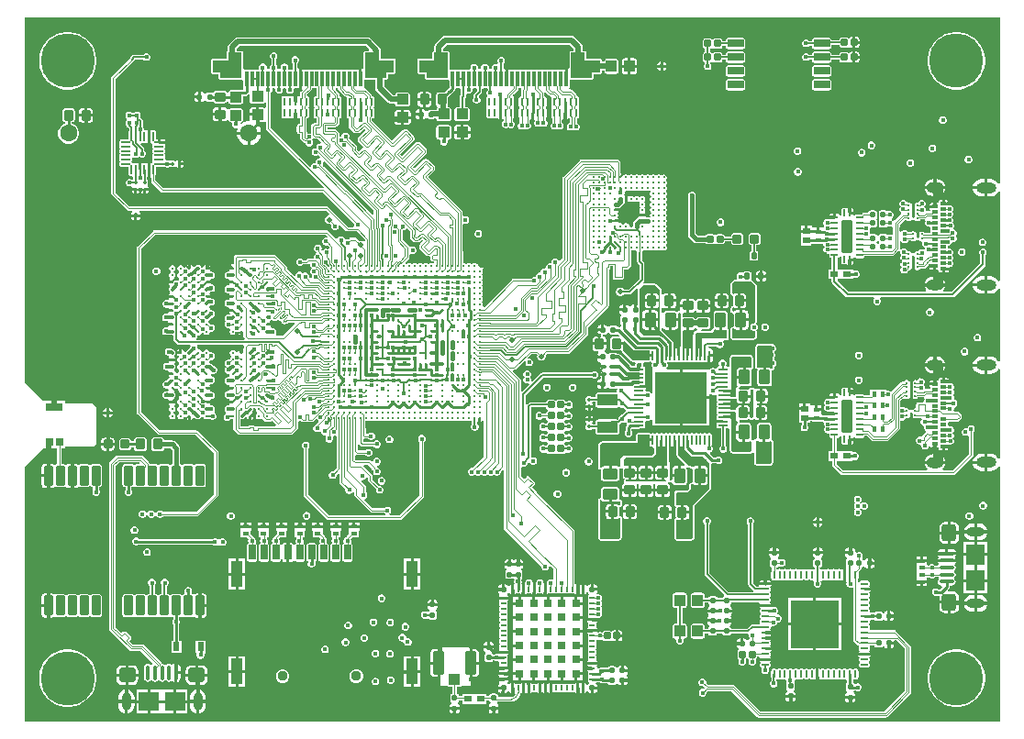
<source format=gtl>
G04*
G04 #@! TF.GenerationSoftware,Altium Limited,Altium Designer,25.1.2 (22)*
G04*
G04 Layer_Physical_Order=1*
G04 Layer_Color=255*
%FSAX25Y25*%
%MOIN*%
G70*
G04*
G04 #@! TF.SameCoordinates,C8C0AD5F-FC7A-4EF2-B1F4-1BF668D8B3FE*
G04*
G04*
G04 #@! TF.FilePolarity,Positive*
G04*
G01*
G75*
%ADD10C,0.00500*%
%ADD15C,0.00600*%
G04:AMPARAMS|DCode=18|XSize=43.31mil|YSize=39.37mil|CornerRadius=3.94mil|HoleSize=0mil|Usage=FLASHONLY|Rotation=0.000|XOffset=0mil|YOffset=0mil|HoleType=Round|Shape=RoundedRectangle|*
%AMROUNDEDRECTD18*
21,1,0.04331,0.03150,0,0,0.0*
21,1,0.03543,0.03937,0,0,0.0*
1,1,0.00787,0.01772,-0.01575*
1,1,0.00787,-0.01772,-0.01575*
1,1,0.00787,-0.01772,0.01575*
1,1,0.00787,0.01772,0.01575*
%
%ADD18ROUNDEDRECTD18*%
G04:AMPARAMS|DCode=19|XSize=20mil|YSize=20mil|CornerRadius=2mil|HoleSize=0mil|Usage=FLASHONLY|Rotation=180.000|XOffset=0mil|YOffset=0mil|HoleType=Round|Shape=RoundedRectangle|*
%AMROUNDEDRECTD19*
21,1,0.02000,0.01600,0,0,180.0*
21,1,0.01600,0.02000,0,0,180.0*
1,1,0.00400,-0.00800,0.00800*
1,1,0.00400,0.00800,0.00800*
1,1,0.00400,0.00800,-0.00800*
1,1,0.00400,-0.00800,-0.00800*
%
%ADD19ROUNDEDRECTD19*%
G04:AMPARAMS|DCode=20|XSize=86.61mil|YSize=41.34mil|CornerRadius=4.13mil|HoleSize=0mil|Usage=FLASHONLY|Rotation=270.000|XOffset=0mil|YOffset=0mil|HoleType=Round|Shape=RoundedRectangle|*
%AMROUNDEDRECTD20*
21,1,0.08661,0.03307,0,0,270.0*
21,1,0.07835,0.04134,0,0,270.0*
1,1,0.00827,-0.01654,-0.03917*
1,1,0.00827,-0.01654,0.03917*
1,1,0.00827,0.01654,0.03917*
1,1,0.00827,0.01654,-0.03917*
%
%ADD20ROUNDEDRECTD20*%
G04:AMPARAMS|DCode=21|XSize=41.34mil|YSize=41.34mil|CornerRadius=4.13mil|HoleSize=0mil|Usage=FLASHONLY|Rotation=180.000|XOffset=0mil|YOffset=0mil|HoleType=Round|Shape=RoundedRectangle|*
%AMROUNDEDRECTD21*
21,1,0.04134,0.03307,0,0,180.0*
21,1,0.03307,0.04134,0,0,180.0*
1,1,0.00827,-0.01654,0.01654*
1,1,0.00827,0.01654,0.01654*
1,1,0.00827,0.01654,-0.01654*
1,1,0.00827,-0.01654,-0.01654*
%
%ADD21ROUNDEDRECTD21*%
%ADD22R,0.02953X0.02362*%
G04:AMPARAMS|DCode=23|XSize=24.41mil|YSize=55.12mil|CornerRadius=2.44mil|HoleSize=0mil|Usage=FLASHONLY|Rotation=0.000|XOffset=0mil|YOffset=0mil|HoleType=Round|Shape=RoundedRectangle|*
%AMROUNDEDRECTD23*
21,1,0.02441,0.05024,0,0,0.0*
21,1,0.01953,0.05512,0,0,0.0*
1,1,0.00488,0.00976,-0.02512*
1,1,0.00488,-0.00976,-0.02512*
1,1,0.00488,-0.00976,0.02512*
1,1,0.00488,0.00976,0.02512*
%
%ADD23ROUNDEDRECTD23*%
%ADD24R,0.04331X0.09449*%
G04:AMPARAMS|DCode=25|XSize=29.53mil|YSize=9.84mil|CornerRadius=0.98mil|HoleSize=0mil|Usage=FLASHONLY|Rotation=270.000|XOffset=0mil|YOffset=0mil|HoleType=Round|Shape=RoundedRectangle|*
%AMROUNDEDRECTD25*
21,1,0.02953,0.00787,0,0,270.0*
21,1,0.02756,0.00984,0,0,270.0*
1,1,0.00197,-0.00394,-0.01378*
1,1,0.00197,-0.00394,0.01378*
1,1,0.00197,0.00394,0.01378*
1,1,0.00197,0.00394,-0.01378*
%
%ADD25ROUNDEDRECTD25*%
G04:AMPARAMS|DCode=26|XSize=37.4mil|YSize=33.47mil|CornerRadius=3.35mil|HoleSize=0mil|Usage=FLASHONLY|Rotation=270.000|XOffset=0mil|YOffset=0mil|HoleType=Round|Shape=RoundedRectangle|*
%AMROUNDEDRECTD26*
21,1,0.03740,0.02677,0,0,270.0*
21,1,0.03071,0.03347,0,0,270.0*
1,1,0.00669,-0.01339,-0.01535*
1,1,0.00669,-0.01339,0.01535*
1,1,0.00669,0.01339,0.01535*
1,1,0.00669,0.01339,-0.01535*
%
%ADD26ROUNDEDRECTD26*%
G04:AMPARAMS|DCode=27|XSize=31.5mil|YSize=31.5mil|CornerRadius=3.94mil|HoleSize=0mil|Usage=FLASHONLY|Rotation=180.000|XOffset=0mil|YOffset=0mil|HoleType=Round|Shape=RoundedRectangle|*
%AMROUNDEDRECTD27*
21,1,0.03150,0.02362,0,0,180.0*
21,1,0.02362,0.03150,0,0,180.0*
1,1,0.00787,-0.01181,0.01181*
1,1,0.00787,0.01181,0.01181*
1,1,0.00787,0.01181,-0.01181*
1,1,0.00787,-0.01181,-0.01181*
%
%ADD27ROUNDEDRECTD27*%
%ADD28R,0.02461X0.03268*%
G04:AMPARAMS|DCode=29|XSize=12.01mil|YSize=12.01mil|CornerRadius=1.2mil|HoleSize=0mil|Usage=FLASHONLY|Rotation=180.000|XOffset=0mil|YOffset=0mil|HoleType=Round|Shape=RoundedRectangle|*
%AMROUNDEDRECTD29*
21,1,0.01201,0.00961,0,0,180.0*
21,1,0.00961,0.01201,0,0,180.0*
1,1,0.00240,-0.00480,0.00480*
1,1,0.00240,0.00480,0.00480*
1,1,0.00240,0.00480,-0.00480*
1,1,0.00240,-0.00480,-0.00480*
%
%ADD29ROUNDEDRECTD29*%
G04:AMPARAMS|DCode=30|XSize=12.01mil|YSize=12.01mil|CornerRadius=1.2mil|HoleSize=0mil|Usage=FLASHONLY|Rotation=270.000|XOffset=0mil|YOffset=0mil|HoleType=Round|Shape=RoundedRectangle|*
%AMROUNDEDRECTD30*
21,1,0.01201,0.00961,0,0,270.0*
21,1,0.00961,0.01201,0,0,270.0*
1,1,0.00240,-0.00480,-0.00480*
1,1,0.00240,-0.00480,0.00480*
1,1,0.00240,0.00480,0.00480*
1,1,0.00240,0.00480,-0.00480*
%
%ADD30ROUNDEDRECTD30*%
G04:AMPARAMS|DCode=31|XSize=13.78mil|YSize=13.78mil|CornerRadius=1.38mil|HoleSize=0mil|Usage=FLASHONLY|Rotation=180.000|XOffset=0mil|YOffset=0mil|HoleType=Round|Shape=RoundedRectangle|*
%AMROUNDEDRECTD31*
21,1,0.01378,0.01102,0,0,180.0*
21,1,0.01102,0.01378,0,0,180.0*
1,1,0.00276,-0.00551,0.00551*
1,1,0.00276,0.00551,0.00551*
1,1,0.00276,0.00551,-0.00551*
1,1,0.00276,-0.00551,-0.00551*
%
%ADD31ROUNDEDRECTD31*%
G04:AMPARAMS|DCode=32|XSize=33.9mil|YSize=7.58mil|CornerRadius=0.76mil|HoleSize=0mil|Usage=FLASHONLY|Rotation=0.000|XOffset=0mil|YOffset=0mil|HoleType=Round|Shape=RoundedRectangle|*
%AMROUNDEDRECTD32*
21,1,0.03390,0.00606,0,0,0.0*
21,1,0.03239,0.00758,0,0,0.0*
1,1,0.00152,0.01619,-0.00303*
1,1,0.00152,-0.01619,-0.00303*
1,1,0.00152,-0.01619,0.00303*
1,1,0.00152,0.01619,0.00303*
%
%ADD32ROUNDEDRECTD32*%
G04:AMPARAMS|DCode=33|XSize=7.58mil|YSize=33.9mil|CornerRadius=0.76mil|HoleSize=0mil|Usage=FLASHONLY|Rotation=0.000|XOffset=0mil|YOffset=0mil|HoleType=Round|Shape=RoundedRectangle|*
%AMROUNDEDRECTD33*
21,1,0.00758,0.03239,0,0,0.0*
21,1,0.00606,0.03390,0,0,0.0*
1,1,0.00152,0.00303,-0.01619*
1,1,0.00152,-0.00303,-0.01619*
1,1,0.00152,-0.00303,0.01619*
1,1,0.00152,0.00303,0.01619*
%
%ADD33ROUNDEDRECTD33*%
%ADD34C,0.00984*%
G04:AMPARAMS|DCode=35|XSize=23.62mil|YSize=9.84mil|CornerRadius=1.97mil|HoleSize=0mil|Usage=FLASHONLY|Rotation=0.000|XOffset=0mil|YOffset=0mil|HoleType=Round|Shape=RoundedRectangle|*
%AMROUNDEDRECTD35*
21,1,0.02362,0.00591,0,0,0.0*
21,1,0.01968,0.00984,0,0,0.0*
1,1,0.00394,0.00984,-0.00295*
1,1,0.00394,-0.00984,-0.00295*
1,1,0.00394,-0.00984,0.00295*
1,1,0.00394,0.00984,0.00295*
%
%ADD35ROUNDEDRECTD35*%
G04:AMPARAMS|DCode=36|XSize=9.84mil|YSize=23.62mil|CornerRadius=1.97mil|HoleSize=0mil|Usage=FLASHONLY|Rotation=0.000|XOffset=0mil|YOffset=0mil|HoleType=Round|Shape=RoundedRectangle|*
%AMROUNDEDRECTD36*
21,1,0.00984,0.01968,0,0,0.0*
21,1,0.00591,0.02362,0,0,0.0*
1,1,0.00394,0.00295,-0.00984*
1,1,0.00394,-0.00295,-0.00984*
1,1,0.00394,-0.00295,0.00984*
1,1,0.00394,0.00295,0.00984*
%
%ADD36ROUNDEDRECTD36*%
%ADD37R,0.01968X0.01575*%
%ADD38R,0.02520X0.02362*%
%ADD39R,0.01575X0.01968*%
G04:AMPARAMS|DCode=40|XSize=19.68mil|YSize=18.7mil|CornerRadius=1.87mil|HoleSize=0mil|Usage=FLASHONLY|Rotation=0.000|XOffset=0mil|YOffset=0mil|HoleType=Round|Shape=RoundedRectangle|*
%AMROUNDEDRECTD40*
21,1,0.01968,0.01496,0,0,0.0*
21,1,0.01595,0.01870,0,0,0.0*
1,1,0.00374,0.00797,-0.00748*
1,1,0.00374,-0.00797,-0.00748*
1,1,0.00374,-0.00797,0.00748*
1,1,0.00374,0.00797,0.00748*
%
%ADD40ROUNDEDRECTD40*%
G04:AMPARAMS|DCode=41|XSize=18.7mil|YSize=9.84mil|CornerRadius=0.98mil|HoleSize=0mil|Usage=FLASHONLY|Rotation=0.000|XOffset=0mil|YOffset=0mil|HoleType=Round|Shape=RoundedRectangle|*
%AMROUNDEDRECTD41*
21,1,0.01870,0.00787,0,0,0.0*
21,1,0.01673,0.00984,0,0,0.0*
1,1,0.00197,0.00837,-0.00394*
1,1,0.00197,-0.00837,-0.00394*
1,1,0.00197,-0.00837,0.00394*
1,1,0.00197,0.00837,0.00394*
%
%ADD41ROUNDEDRECTD41*%
G04:AMPARAMS|DCode=42|XSize=18.7mil|YSize=9.84mil|CornerRadius=0.98mil|HoleSize=0mil|Usage=FLASHONLY|Rotation=270.000|XOffset=0mil|YOffset=0mil|HoleType=Round|Shape=RoundedRectangle|*
%AMROUNDEDRECTD42*
21,1,0.01870,0.00787,0,0,270.0*
21,1,0.01673,0.00984,0,0,270.0*
1,1,0.00197,-0.00394,-0.00837*
1,1,0.00197,-0.00394,0.00837*
1,1,0.00197,0.00394,0.00837*
1,1,0.00197,0.00394,-0.00837*
%
%ADD42ROUNDEDRECTD42*%
%ADD43R,0.03150X0.03150*%
G04:AMPARAMS|DCode=44|XSize=23.62mil|YSize=23.62mil|CornerRadius=2.36mil|HoleSize=0mil|Usage=FLASHONLY|Rotation=270.000|XOffset=0mil|YOffset=0mil|HoleType=Round|Shape=RoundedRectangle|*
%AMROUNDEDRECTD44*
21,1,0.02362,0.01890,0,0,270.0*
21,1,0.01890,0.02362,0,0,270.0*
1,1,0.00472,-0.00945,-0.00945*
1,1,0.00472,-0.00945,0.00945*
1,1,0.00472,0.00945,0.00945*
1,1,0.00472,0.00945,-0.00945*
%
%ADD44ROUNDEDRECTD44*%
%ADD45O,0.01575X0.05315*%
%ADD46R,0.07480X0.07087*%
G04:AMPARAMS|DCode=47|XSize=62.99mil|YSize=55.12mil|CornerRadius=13.78mil|HoleSize=0mil|Usage=FLASHONLY|Rotation=180.000|XOffset=0mil|YOffset=0mil|HoleType=Round|Shape=RoundedRectangle|*
%AMROUNDEDRECTD47*
21,1,0.06299,0.02756,0,0,180.0*
21,1,0.03543,0.05512,0,0,180.0*
1,1,0.02756,-0.01772,0.01378*
1,1,0.02756,0.01772,0.01378*
1,1,0.02756,0.01772,-0.01378*
1,1,0.02756,-0.01772,-0.01378*
%
%ADD47ROUNDEDRECTD47*%
G04:AMPARAMS|DCode=48|XSize=43.31mil|YSize=39.37mil|CornerRadius=3.94mil|HoleSize=0mil|Usage=FLASHONLY|Rotation=90.000|XOffset=0mil|YOffset=0mil|HoleType=Round|Shape=RoundedRectangle|*
%AMROUNDEDRECTD48*
21,1,0.04331,0.03150,0,0,90.0*
21,1,0.03543,0.03937,0,0,90.0*
1,1,0.00787,0.01575,0.01772*
1,1,0.00787,0.01575,-0.01772*
1,1,0.00787,-0.01575,-0.01772*
1,1,0.00787,-0.01575,0.01772*
%
%ADD48ROUNDEDRECTD48*%
G04:AMPARAMS|DCode=49|XSize=57.09mil|YSize=29.53mil|CornerRadius=2.95mil|HoleSize=0mil|Usage=FLASHONLY|Rotation=180.000|XOffset=0mil|YOffset=0mil|HoleType=Round|Shape=RoundedRectangle|*
%AMROUNDEDRECTD49*
21,1,0.05709,0.02362,0,0,180.0*
21,1,0.05118,0.02953,0,0,180.0*
1,1,0.00591,-0.02559,0.01181*
1,1,0.00591,0.02559,0.01181*
1,1,0.00591,0.02559,-0.01181*
1,1,0.00591,-0.02559,-0.01181*
%
%ADD49ROUNDEDRECTD49*%
G04:AMPARAMS|DCode=50|XSize=20mil|YSize=20mil|CornerRadius=2mil|HoleSize=0mil|Usage=FLASHONLY|Rotation=270.000|XOffset=0mil|YOffset=0mil|HoleType=Round|Shape=RoundedRectangle|*
%AMROUNDEDRECTD50*
21,1,0.02000,0.01600,0,0,270.0*
21,1,0.01600,0.02000,0,0,270.0*
1,1,0.00400,-0.00800,-0.00800*
1,1,0.00400,-0.00800,0.00800*
1,1,0.00400,0.00800,0.00800*
1,1,0.00400,0.00800,-0.00800*
%
%ADD50ROUNDEDRECTD50*%
%ADD51R,0.02362X0.01378*%
G04:AMPARAMS|DCode=52|XSize=11.81mil|YSize=20.87mil|CornerRadius=1.18mil|HoleSize=0mil|Usage=FLASHONLY|Rotation=90.000|XOffset=0mil|YOffset=0mil|HoleType=Round|Shape=RoundedRectangle|*
%AMROUNDEDRECTD52*
21,1,0.01181,0.01850,0,0,90.0*
21,1,0.00945,0.02087,0,0,90.0*
1,1,0.00236,0.00925,0.00472*
1,1,0.00236,0.00925,-0.00472*
1,1,0.00236,-0.00925,-0.00472*
1,1,0.00236,-0.00925,0.00472*
%
%ADD52ROUNDEDRECTD52*%
G04:AMPARAMS|DCode=53|XSize=70.87mil|YSize=31.5mil|CornerRadius=3.15mil|HoleSize=0mil|Usage=FLASHONLY|Rotation=90.000|XOffset=0mil|YOffset=0mil|HoleType=Round|Shape=RoundedRectangle|*
%AMROUNDEDRECTD53*
21,1,0.07087,0.02520,0,0,90.0*
21,1,0.06457,0.03150,0,0,90.0*
1,1,0.00630,0.01260,0.03228*
1,1,0.00630,0.01260,-0.03228*
1,1,0.00630,-0.01260,-0.03228*
1,1,0.00630,-0.01260,0.03228*
%
%ADD53ROUNDEDRECTD53*%
%ADD54O,0.05315X0.01575*%
%ADD55R,0.07087X0.07480*%
G04:AMPARAMS|DCode=56|XSize=62.99mil|YSize=55.12mil|CornerRadius=13.78mil|HoleSize=0mil|Usage=FLASHONLY|Rotation=270.000|XOffset=0mil|YOffset=0mil|HoleType=Round|Shape=RoundedRectangle|*
%AMROUNDEDRECTD56*
21,1,0.06299,0.02756,0,0,270.0*
21,1,0.03543,0.05512,0,0,270.0*
1,1,0.02756,-0.01378,-0.01772*
1,1,0.02756,-0.01378,0.01772*
1,1,0.02756,0.01378,0.01772*
1,1,0.02756,0.01378,-0.01772*
%
%ADD56ROUNDEDRECTD56*%
G04:AMPARAMS|DCode=57|XSize=29.53mil|YSize=9.84mil|CornerRadius=4.92mil|HoleSize=0mil|Usage=FLASHONLY|Rotation=0.000|XOffset=0mil|YOffset=0mil|HoleType=Round|Shape=RoundedRectangle|*
%AMROUNDEDRECTD57*
21,1,0.02953,0.00000,0,0,0.0*
21,1,0.01968,0.00984,0,0,0.0*
1,1,0.00984,0.00984,0.00000*
1,1,0.00984,-0.00984,0.00000*
1,1,0.00984,-0.00984,0.00000*
1,1,0.00984,0.00984,0.00000*
%
%ADD57ROUNDEDRECTD57*%
G04:AMPARAMS|DCode=58|XSize=9.84mil|YSize=29.53mil|CornerRadius=4.92mil|HoleSize=0mil|Usage=FLASHONLY|Rotation=0.000|XOffset=0mil|YOffset=0mil|HoleType=Round|Shape=RoundedRectangle|*
%AMROUNDEDRECTD58*
21,1,0.00984,0.01968,0,0,0.0*
21,1,0.00000,0.02953,0,0,0.0*
1,1,0.00984,0.00000,-0.00984*
1,1,0.00984,0.00000,-0.00984*
1,1,0.00984,0.00000,0.00984*
1,1,0.00984,0.00000,0.00984*
%
%ADD58ROUNDEDRECTD58*%
%ADD59R,0.17520X0.17520*%
G04:AMPARAMS|DCode=60|XSize=37.4mil|YSize=33.47mil|CornerRadius=3.35mil|HoleSize=0mil|Usage=FLASHONLY|Rotation=180.000|XOffset=0mil|YOffset=0mil|HoleType=Round|Shape=RoundedRectangle|*
%AMROUNDEDRECTD60*
21,1,0.03740,0.02677,0,0,180.0*
21,1,0.03071,0.03347,0,0,180.0*
1,1,0.00669,-0.01535,0.01339*
1,1,0.00669,0.01535,0.01339*
1,1,0.00669,0.01535,-0.01339*
1,1,0.00669,-0.01535,-0.01339*
%
%ADD60ROUNDEDRECTD60*%
G04:AMPARAMS|DCode=61|XSize=11.81mil|YSize=55.12mil|CornerRadius=1.18mil|HoleSize=0mil|Usage=FLASHONLY|Rotation=180.000|XOffset=0mil|YOffset=0mil|HoleType=Round|Shape=RoundedRectangle|*
%AMROUNDEDRECTD61*
21,1,0.01181,0.05276,0,0,180.0*
21,1,0.00945,0.05512,0,0,180.0*
1,1,0.00236,-0.00472,0.02638*
1,1,0.00236,0.00472,0.02638*
1,1,0.00236,0.00472,-0.02638*
1,1,0.00236,-0.00472,-0.02638*
%
%ADD61ROUNDEDRECTD61*%
%ADD62C,0.01000*%
%ADD63C,0.01150*%
%ADD64C,0.01142*%
G04:AMPARAMS|DCode=65|XSize=35.43mil|YSize=7.87mil|CornerRadius=0.79mil|HoleSize=0mil|Usage=FLASHONLY|Rotation=0.000|XOffset=0mil|YOffset=0mil|HoleType=Round|Shape=RoundedRectangle|*
%AMROUNDEDRECTD65*
21,1,0.03543,0.00630,0,0,0.0*
21,1,0.03386,0.00787,0,0,0.0*
1,1,0.00158,0.01693,-0.00315*
1,1,0.00158,-0.01693,-0.00315*
1,1,0.00158,-0.01693,0.00315*
1,1,0.00158,0.01693,0.00315*
%
%ADD65ROUNDEDRECTD65*%
G04:AMPARAMS|DCode=66|XSize=35.43mil|YSize=7.87mil|CornerRadius=0.79mil|HoleSize=0mil|Usage=FLASHONLY|Rotation=90.000|XOffset=0mil|YOffset=0mil|HoleType=Round|Shape=RoundedRectangle|*
%AMROUNDEDRECTD66*
21,1,0.03543,0.00630,0,0,90.0*
21,1,0.03386,0.00787,0,0,90.0*
1,1,0.00158,0.00315,0.01693*
1,1,0.00158,0.00315,-0.01693*
1,1,0.00158,-0.00315,-0.01693*
1,1,0.00158,-0.00315,0.01693*
%
%ADD66ROUNDEDRECTD66*%
%ADD67R,0.18898X0.18898*%
G04:AMPARAMS|DCode=68|XSize=54.72mil|YSize=39.37mil|CornerRadius=3.94mil|HoleSize=0mil|Usage=FLASHONLY|Rotation=0.000|XOffset=0mil|YOffset=0mil|HoleType=Round|Shape=RoundedRectangle|*
%AMROUNDEDRECTD68*
21,1,0.05472,0.03150,0,0,0.0*
21,1,0.04685,0.03937,0,0,0.0*
1,1,0.00787,0.02343,-0.01575*
1,1,0.00787,-0.02343,-0.01575*
1,1,0.00787,-0.02343,0.01575*
1,1,0.00787,0.02343,0.01575*
%
%ADD68ROUNDEDRECTD68*%
G04:AMPARAMS|DCode=69|XSize=54.72mil|YSize=39.37mil|CornerRadius=3.94mil|HoleSize=0mil|Usage=FLASHONLY|Rotation=90.000|XOffset=0mil|YOffset=0mil|HoleType=Round|Shape=RoundedRectangle|*
%AMROUNDEDRECTD69*
21,1,0.05472,0.03150,0,0,90.0*
21,1,0.04685,0.03937,0,0,90.0*
1,1,0.00787,0.01575,0.02343*
1,1,0.00787,0.01575,-0.02343*
1,1,0.00787,-0.01575,-0.02343*
1,1,0.00787,-0.01575,0.02343*
%
%ADD69ROUNDEDRECTD69*%
G04:AMPARAMS|DCode=70|XSize=43.31mil|YSize=74.8mil|CornerRadius=4.33mil|HoleSize=0mil|Usage=FLASHONLY|Rotation=270.000|XOffset=0mil|YOffset=0mil|HoleType=Round|Shape=RoundedRectangle|*
%AMROUNDEDRECTD70*
21,1,0.04331,0.06614,0,0,270.0*
21,1,0.03465,0.07480,0,0,270.0*
1,1,0.00866,-0.03307,-0.01732*
1,1,0.00866,-0.03307,0.01732*
1,1,0.00866,0.03307,0.01732*
1,1,0.00866,0.03307,-0.01732*
%
%ADD70ROUNDEDRECTD70*%
G04:AMPARAMS|DCode=71|XSize=23.62mil|YSize=18.5mil|CornerRadius=1.85mil|HoleSize=0mil|Usage=FLASHONLY|Rotation=90.000|XOffset=0mil|YOffset=0mil|HoleType=Round|Shape=RoundedRectangle|*
%AMROUNDEDRECTD71*
21,1,0.02362,0.01480,0,0,90.0*
21,1,0.01992,0.01850,0,0,90.0*
1,1,0.00370,0.00740,0.00996*
1,1,0.00370,0.00740,-0.00996*
1,1,0.00370,-0.00740,-0.00996*
1,1,0.00370,-0.00740,0.00996*
%
%ADD71ROUNDEDRECTD71*%
%ADD74R,0.02559X0.03150*%
%ADD75R,0.06299X0.03150*%
G04:AMPARAMS|DCode=93|XSize=39.37mil|YSize=118.11mil|CornerRadius=1.97mil|HoleSize=0mil|Usage=FLASHONLY|Rotation=0.000|XOffset=0mil|YOffset=0mil|HoleType=Round|Shape=RoundedRectangle|*
%AMROUNDEDRECTD93*
21,1,0.03937,0.11417,0,0,0.0*
21,1,0.03543,0.11811,0,0,0.0*
1,1,0.00394,0.01772,-0.05709*
1,1,0.00394,-0.01772,-0.05709*
1,1,0.00394,-0.01772,0.05709*
1,1,0.00394,0.01772,0.05709*
%
%ADD93ROUNDEDRECTD93*%
%ADD132C,0.01968*%
%ADD134C,0.00440*%
%ADD135C,0.00300*%
%ADD136R,0.01968X0.01968*%
%ADD137C,0.00800*%
%ADD138C,0.00335*%
%ADD139C,0.01181*%
%ADD140C,0.00339*%
%ADD141C,0.01000*%
%ADD142C,0.00472*%
%ADD143C,0.00340*%
%ADD144C,0.00402*%
%ADD145C,0.00400*%
%ADD146C,0.00320*%
%ADD147C,0.02000*%
%ADD148C,0.01575*%
%ADD149C,0.00700*%
%ADD150C,0.00472*%
%ADD151C,0.00402*%
%ADD152C,0.03740*%
%ADD153O,0.03543X0.06299*%
%ADD154O,0.05315X0.03740*%
%ADD155O,0.07284X0.03740*%
%ADD156C,0.19685*%
%ADD157O,0.06299X0.03543*%
%ADD158C,0.06299*%
%ADD159C,0.01598*%
%ADD160C,0.01598*%
G36*
X0700678Y0860993D02*
X0700178Y0860894D01*
X0700115Y0861047D01*
X0699626Y0861684D01*
X0698988Y0862173D01*
X0698246Y0862480D01*
X0697449Y0862585D01*
X0696268D01*
Y0859508D01*
Y0856430D01*
X0697449D01*
X0698246Y0856535D01*
X0698988Y0856843D01*
X0699626Y0857332D01*
X0700115Y0857969D01*
X0700178Y0858121D01*
X0700678Y0858022D01*
Y0825639D01*
X0700178Y0825540D01*
X0700115Y0825692D01*
X0699626Y0826330D01*
X0698988Y0826819D01*
X0698246Y0827126D01*
X0697449Y0827231D01*
X0696268D01*
Y0824153D01*
Y0821076D01*
X0697449D01*
X0698246Y0821181D01*
X0698988Y0821488D01*
X0699626Y0821977D01*
X0700115Y0822615D01*
X0700178Y0822767D01*
X0700678Y0822668D01*
Y0796427D01*
X0700178Y0796327D01*
X0700115Y0796480D01*
X0699626Y0797117D01*
X0698988Y0797606D01*
X0698246Y0797914D01*
X0697449Y0798018D01*
X0696268D01*
Y0794941D01*
Y0791863D01*
X0697449D01*
X0698246Y0791968D01*
X0698988Y0792276D01*
X0699626Y0792765D01*
X0700115Y0793402D01*
X0700178Y0793554D01*
X0700678Y0793455D01*
Y0761072D01*
X0700178Y0760973D01*
X0700115Y0761125D01*
X0699626Y0761763D01*
X0698988Y0762252D01*
X0698246Y0762559D01*
X0697449Y0762664D01*
X0696268D01*
Y0759586D01*
Y0756509D01*
X0697449D01*
X0698246Y0756614D01*
X0698988Y0756921D01*
X0699626Y0757410D01*
X0700115Y0758048D01*
X0700178Y0758200D01*
X0700678Y0758101D01*
Y0665453D01*
X0346347D01*
Y0757775D01*
X0352950Y0764379D01*
X0353323Y0764653D01*
Y0764653D01*
X0353323Y0764653D01*
X0357482D01*
Y0764853D01*
X0358257D01*
Y0758984D01*
X0358079D01*
X0357722Y0758913D01*
X0357662Y0758873D01*
X0357072Y0758855D01*
X0356703Y0759101D01*
X0356268Y0759188D01*
X0355508D01*
Y0754823D01*
Y0750458D01*
X0356268D01*
X0356703Y0750544D01*
X0357072Y0750791D01*
X0357662Y0750773D01*
X0357722Y0750733D01*
X0358079Y0750662D01*
X0360599D01*
X0360956Y0750733D01*
X0361017Y0750773D01*
X0361606Y0750791D01*
X0361975Y0750544D01*
X0362410Y0750458D01*
X0363170D01*
Y0754823D01*
Y0759188D01*
X0362410D01*
X0361975Y0759101D01*
X0361606Y0758855D01*
X0361017Y0758873D01*
X0360956Y0758913D01*
X0360599Y0758984D01*
X0359929D01*
Y0764853D01*
X0361022D01*
Y0765453D01*
X0371544D01*
X0372331Y0766240D01*
Y0779724D01*
X0370855Y0781201D01*
X0361222D01*
Y0782001D01*
X0353323D01*
X0353323Y0782001D01*
Y0782001D01*
X0352912Y0782214D01*
X0346347Y0788779D01*
Y0921358D01*
X0700678D01*
Y0860993D01*
D02*
G37*
%LPC*%
G36*
X0647225Y0914304D02*
X0646780D01*
X0646376Y0914224D01*
X0646172Y0914088D01*
X0645729Y0913851D01*
X0645453Y0914036D01*
X0645127Y0914100D01*
X0643237D01*
X0642911Y0914036D01*
X0642634Y0913851D01*
X0642449Y0913574D01*
X0642384Y0913248D01*
Y0913101D01*
X0639484D01*
Y0913110D01*
X0639415Y0913459D01*
X0639217Y0913756D01*
X0638921Y0913953D01*
X0638572Y0914023D01*
X0633453D01*
X0633104Y0913953D01*
X0632808Y0913756D01*
X0632610Y0913459D01*
X0632541Y0913110D01*
Y0912796D01*
X0631383D01*
X0631040Y0913139D01*
X0630525Y0913352D01*
X0629969D01*
X0629455Y0913139D01*
X0629061Y0912745D01*
X0628848Y0912231D01*
Y0911674D01*
X0629061Y0911160D01*
X0629455Y0910767D01*
X0629969Y0910553D01*
X0630525D01*
X0631040Y0910767D01*
X0631336Y0911062D01*
X0632541D01*
Y0910748D01*
X0632610Y0910399D01*
X0632808Y0910102D01*
X0633104Y0909905D01*
X0633453Y0909835D01*
X0638572D01*
X0638921Y0909905D01*
X0639217Y0910102D01*
X0639415Y0910399D01*
X0639484Y0910748D01*
Y0911368D01*
X0642384D01*
Y0911358D01*
X0642449Y0911032D01*
X0642634Y0910755D01*
X0642911Y0910571D01*
X0643237Y0910506D01*
X0645127D01*
X0645453Y0910571D01*
X0645729Y0910755D01*
X0646172Y0910518D01*
X0646376Y0910382D01*
X0646780Y0910302D01*
X0647225D01*
Y0912303D01*
Y0914304D01*
D02*
G37*
G36*
X0648670D02*
X0648225D01*
Y0912803D01*
X0649726D01*
Y0913248D01*
X0649646Y0913652D01*
X0649417Y0913995D01*
X0649074Y0914224D01*
X0648670Y0914304D01*
D02*
G37*
G36*
X0607272Y0914023D02*
X0602154D01*
X0601805Y0913953D01*
X0601509Y0913756D01*
X0601311Y0913459D01*
X0601241Y0913110D01*
Y0912776D01*
X0599916D01*
Y0912854D01*
X0599851Y0913181D01*
X0599667Y0913457D01*
X0599390Y0913642D01*
X0599064Y0913707D01*
X0597174D01*
X0596848Y0913642D01*
X0596571Y0913457D01*
X0596123D01*
X0595847Y0913642D01*
X0595520Y0913707D01*
X0593631D01*
X0593304Y0913642D01*
X0593028Y0913457D01*
X0592843Y0913181D01*
X0592778Y0912854D01*
Y0910964D01*
X0592843Y0910638D01*
X0593028Y0910362D01*
X0593304Y0910177D01*
X0593556Y0910127D01*
Y0908712D01*
X0593304Y0908662D01*
X0593028Y0908477D01*
X0592843Y0908200D01*
X0592778Y0907874D01*
Y0905984D01*
X0592843Y0905658D01*
X0593028Y0905381D01*
X0593304Y0905196D01*
X0593556Y0905146D01*
Y0904601D01*
X0593389Y0904434D01*
X0593176Y0903920D01*
Y0903363D01*
X0593389Y0902849D01*
X0593783Y0902455D01*
X0594297Y0902242D01*
X0594854D01*
X0595368Y0902455D01*
X0595762Y0902849D01*
X0595975Y0903363D01*
Y0903920D01*
X0595762Y0904434D01*
X0595595Y0904601D01*
Y0905146D01*
X0595847Y0905196D01*
X0596123Y0905381D01*
X0596571D01*
X0596848Y0905196D01*
X0597174Y0905132D01*
X0599064D01*
X0599390Y0905196D01*
X0599667Y0905381D01*
X0599851Y0905658D01*
X0599916Y0905984D01*
Y0906062D01*
X0601241D01*
Y0905748D01*
X0601311Y0905399D01*
X0601509Y0905103D01*
X0601805Y0904905D01*
X0602154Y0904835D01*
X0607272D01*
X0607622Y0904905D01*
X0607918Y0905103D01*
X0608116Y0905399D01*
X0608185Y0905748D01*
Y0908110D01*
X0608116Y0908459D01*
X0607918Y0908756D01*
X0607622Y0908953D01*
X0607272Y0909023D01*
X0602154D01*
X0601805Y0908953D01*
X0601509Y0908756D01*
X0601311Y0908459D01*
X0601241Y0908110D01*
Y0907796D01*
X0599916D01*
Y0907874D01*
X0599851Y0908200D01*
X0599667Y0908477D01*
X0599390Y0908662D01*
X0599064Y0908727D01*
X0597174D01*
X0596848Y0908662D01*
X0596571Y0908477D01*
X0596123D01*
X0595847Y0908662D01*
X0595595Y0908712D01*
Y0910127D01*
X0595847Y0910177D01*
X0596123Y0910362D01*
X0596571D01*
X0596848Y0910177D01*
X0597174Y0910112D01*
X0599064D01*
X0599390Y0910177D01*
X0599667Y0910362D01*
X0599851Y0910638D01*
X0599916Y0910964D01*
Y0911043D01*
X0601241D01*
Y0910748D01*
X0601311Y0910399D01*
X0601509Y0910102D01*
X0601805Y0909905D01*
X0602154Y0909835D01*
X0607272D01*
X0607622Y0909905D01*
X0607918Y0910102D01*
X0608116Y0910399D01*
X0608185Y0910748D01*
Y0913110D01*
X0608116Y0913459D01*
X0607918Y0913756D01*
X0607622Y0913953D01*
X0607272Y0914023D01*
D02*
G37*
G36*
X0649726Y0911803D02*
X0648225D01*
Y0910302D01*
X0648670D01*
X0649074Y0910382D01*
X0649417Y0910611D01*
X0649646Y0910954D01*
X0649726Y0911358D01*
Y0911803D01*
D02*
G37*
G36*
X0638572Y0909023D02*
X0633453D01*
X0633104Y0908953D01*
X0632808Y0908756D01*
X0632610Y0908459D01*
X0632541Y0908110D01*
Y0907796D01*
X0631383D01*
X0631040Y0908139D01*
X0630525Y0908352D01*
X0629969D01*
X0629455Y0908139D01*
X0629061Y0907745D01*
X0628848Y0907231D01*
Y0906674D01*
X0629061Y0906160D01*
X0629455Y0905766D01*
X0629969Y0905553D01*
X0630525D01*
X0631040Y0905766D01*
X0631336Y0906062D01*
X0632541D01*
Y0905748D01*
X0632610Y0905399D01*
X0632808Y0905103D01*
X0633104Y0904905D01*
X0633453Y0904835D01*
X0638572D01*
X0638921Y0904905D01*
X0639217Y0905103D01*
X0639415Y0905399D01*
X0639484Y0905748D01*
Y0906062D01*
X0642384D01*
Y0905984D01*
X0642449Y0905658D01*
X0642634Y0905381D01*
X0642911Y0905196D01*
X0643237Y0905132D01*
X0645127D01*
X0645453Y0905196D01*
X0645729Y0905381D01*
X0646172Y0905144D01*
X0646376Y0905008D01*
X0646780Y0904928D01*
X0647225D01*
Y0906929D01*
Y0908930D01*
X0646780D01*
X0646376Y0908850D01*
X0646172Y0908714D01*
X0645729Y0908477D01*
X0645453Y0908662D01*
X0645127Y0908727D01*
X0643237D01*
X0642911Y0908662D01*
X0642634Y0908477D01*
X0642449Y0908200D01*
X0642384Y0907874D01*
Y0907796D01*
X0639484D01*
Y0908110D01*
X0639415Y0908459D01*
X0639217Y0908756D01*
X0638921Y0908953D01*
X0638572Y0909023D01*
D02*
G37*
G36*
X0648670Y0908930D02*
X0648225D01*
Y0907429D01*
X0649726D01*
Y0907874D01*
X0649646Y0908278D01*
X0649417Y0908621D01*
X0649074Y0908850D01*
X0648670Y0908930D01*
D02*
G37*
G36*
X0471047Y0914184D02*
X0423819D01*
X0423194Y0914060D01*
X0422665Y0913706D01*
X0420790Y0911831D01*
X0420436Y0911301D01*
X0420312Y0910677D01*
Y0909191D01*
X0419904Y0909022D01*
X0419713Y0908563D01*
Y0906456D01*
X0414851D01*
X0414392Y0906266D01*
X0414202Y0905807D01*
Y0901476D01*
X0414392Y0901017D01*
X0414851Y0900827D01*
X0416958D01*
Y0899508D01*
X0417148Y0899049D01*
X0417607Y0898858D01*
X0425284D01*
X0425351Y0898886D01*
X0425851Y0898552D01*
Y0896476D01*
X0425907Y0896196D01*
X0425934Y0896155D01*
Y0895010D01*
X0424616D01*
X0424616Y0895010D01*
X0424605Y0895008D01*
X0421375D01*
X0420988Y0894931D01*
X0420659Y0894712D01*
X0420439Y0894383D01*
X0420388Y0894125D01*
X0419878Y0894125D01*
X0419863Y0894202D01*
X0419656Y0894512D01*
X0419347Y0894718D01*
X0418983Y0894791D01*
X0415912D01*
X0415547Y0894718D01*
X0415238Y0894512D01*
X0415031Y0894202D01*
X0414537Y0894115D01*
X0412937D01*
X0412625Y0894053D01*
X0412360Y0893876D01*
X0412215Y0893659D01*
X0412013Y0893642D01*
X0411691Y0893701D01*
X0411478Y0894020D01*
X0411147Y0894241D01*
X0410757Y0894319D01*
X0410457D01*
Y0892499D01*
Y0890679D01*
X0410757D01*
X0411147Y0890757D01*
X0411478Y0890978D01*
X0411691Y0891297D01*
X0412013Y0891356D01*
X0412215Y0891339D01*
X0412360Y0891122D01*
X0412625Y0890946D01*
X0412937Y0890883D01*
X0414537D01*
X0415031Y0890796D01*
X0415238Y0890487D01*
X0415547Y0890280D01*
X0415912Y0890208D01*
X0418983D01*
X0419347Y0890280D01*
X0419656Y0890487D01*
X0419863Y0890796D01*
X0419869Y0890828D01*
X0420362Y0890845D01*
X0420439Y0890458D01*
X0420659Y0890129D01*
X0420988Y0889909D01*
X0421375Y0889832D01*
X0424919D01*
X0425307Y0889909D01*
X0425635Y0890129D01*
X0425855Y0890458D01*
X0425932Y0890846D01*
Y0892767D01*
X0426470D01*
X0426470Y0892767D01*
X0426899Y0892853D01*
X0427263Y0893096D01*
X0427708Y0893541D01*
X0428208Y0893342D01*
Y0891046D01*
X0428285Y0890658D01*
X0428505Y0890329D01*
X0428833Y0890110D01*
X0429221Y0890032D01*
X0432764D01*
X0433152Y0890110D01*
X0433481Y0890329D01*
X0433647Y0890578D01*
X0433999Y0890549D01*
X0434147Y0890495D01*
Y0888638D01*
X0433647Y0888487D01*
X0433625Y0888520D01*
X0433230Y0888784D01*
X0432764Y0888877D01*
X0431493D01*
Y0886085D01*
Y0883293D01*
X0432764D01*
X0433230Y0883386D01*
X0433625Y0883650D01*
X0433647Y0883683D01*
X0434147Y0883531D01*
Y0881102D01*
X0434207Y0880803D01*
X0434377Y0880549D01*
X0455134Y0859792D01*
X0454887Y0859331D01*
X0454816Y0859345D01*
X0396770D01*
X0393893Y0862222D01*
Y0863930D01*
X0393901Y0863935D01*
X0394050Y0864159D01*
X0394103Y0864423D01*
Y0867119D01*
X0396799D01*
X0397063Y0867171D01*
X0397172Y0867244D01*
X0397190D01*
X0397504Y0866931D01*
X0398018Y0866718D01*
X0398575D01*
X0399089Y0866931D01*
X0399229Y0867070D01*
X0399405Y0866952D01*
X0399686Y0866896D01*
X0400646D01*
X0400927Y0866952D01*
X0401029Y0867021D01*
X0401168Y0867110D01*
X0401531Y0866996D01*
X0401655Y0866944D01*
X0401925Y0866764D01*
X0402264Y0866696D01*
Y0868111D01*
Y0869525D01*
X0401925Y0869458D01*
X0401655Y0869277D01*
X0401531Y0869226D01*
X0401168Y0869111D01*
X0401029Y0869201D01*
X0400927Y0869269D01*
X0400646Y0869325D01*
X0399686D01*
X0399405Y0869269D01*
X0399236Y0869156D01*
X0399089Y0869303D01*
X0398575Y0869516D01*
X0398018D01*
X0397988Y0869503D01*
X0397488Y0869837D01*
Y0869989D01*
X0397435Y0870252D01*
X0397288Y0870473D01*
X0397435Y0870694D01*
X0397488Y0870957D01*
Y0871564D01*
X0397435Y0871827D01*
X0397288Y0872048D01*
X0397435Y0872268D01*
X0397488Y0872532D01*
Y0873138D01*
X0397435Y0873402D01*
X0397288Y0873623D01*
X0397435Y0873843D01*
X0397488Y0874107D01*
Y0874713D01*
X0397435Y0874977D01*
X0397400Y0875030D01*
X0397430Y0875050D01*
X0397624Y0875340D01*
X0397653Y0875485D01*
X0395180D01*
Y0875985D01*
X0394680D01*
Y0877181D01*
X0394103D01*
Y0879673D01*
X0394050Y0879937D01*
X0393901Y0880160D01*
X0393677Y0880310D01*
X0393414Y0880362D01*
X0392808D01*
X0392544Y0880310D01*
X0392491Y0880274D01*
X0392470Y0880305D01*
X0392181Y0880498D01*
X0392036Y0880527D01*
Y0878054D01*
Y0875581D01*
X0392181Y0875610D01*
X0392182Y0875611D01*
X0392677Y0875397D01*
X0392924Y0874977D01*
X0392871Y0874713D01*
Y0874107D01*
X0392924Y0873843D01*
X0393071Y0873623D01*
X0392924Y0873402D01*
X0392871Y0873138D01*
Y0872532D01*
X0392924Y0872268D01*
X0393071Y0872048D01*
X0392924Y0871827D01*
X0392871Y0871564D01*
Y0870957D01*
X0392924Y0870694D01*
X0393071Y0870473D01*
X0392924Y0870252D01*
X0392871Y0869989D01*
Y0869383D01*
X0392924Y0869119D01*
X0392983Y0869031D01*
X0392825Y0868507D01*
X0392696Y0868429D01*
X0392560Y0868379D01*
X0392372Y0868359D01*
X0392181Y0868486D01*
X0392036Y0868515D01*
Y0866042D01*
Y0863373D01*
X0392328Y0863141D01*
Y0861898D01*
X0392388Y0861598D01*
X0392558Y0861345D01*
X0395892Y0858010D01*
X0396146Y0857840D01*
X0396445Y0857780D01*
X0454492D01*
X0466043Y0846230D01*
X0466038Y0846220D01*
Y0845663D01*
X0466076Y0845572D01*
X0465798Y0845156D01*
X0464010D01*
X0456644Y0852522D01*
X0456391Y0852691D01*
X0456091Y0852751D01*
X0384466D01*
X0379413Y0857804D01*
Y0899085D01*
X0385721Y0905394D01*
X0385753Y0905400D01*
X0386035Y0905588D01*
X0386568Y0906121D01*
X0389625D01*
X0389944Y0905802D01*
X0390458Y0905589D01*
X0391015D01*
X0391529Y0905802D01*
X0391923Y0906196D01*
X0392136Y0906710D01*
Y0907266D01*
X0391923Y0907781D01*
X0391529Y0908174D01*
X0391015Y0908387D01*
X0390458D01*
X0389944Y0908174D01*
X0389625Y0907855D01*
X0386209D01*
X0385878Y0907789D01*
X0385596Y0907601D01*
X0384809Y0906814D01*
X0384621Y0906532D01*
X0384615Y0906500D01*
X0378077Y0899963D01*
X0377908Y0899709D01*
X0377848Y0899409D01*
Y0857480D01*
X0377908Y0857181D01*
X0378077Y0856927D01*
X0383589Y0851415D01*
X0383843Y0851246D01*
X0384142Y0851186D01*
X0385469D01*
X0385663Y0850686D01*
X0385299Y0850322D01*
X0385087Y0849811D01*
X0388536D01*
X0388324Y0850322D01*
X0387960Y0850686D01*
X0388154Y0851186D01*
X0455767D01*
X0457034Y0849919D01*
X0456827Y0849419D01*
X0456760D01*
X0456178Y0849178D01*
X0455732Y0848732D01*
X0455491Y0848150D01*
Y0847519D01*
X0455732Y0846937D01*
X0456178Y0846492D01*
X0456760Y0846250D01*
X0457355D01*
X0457846Y0845760D01*
X0457842Y0845751D01*
Y0845194D01*
X0458055Y0844680D01*
X0458448Y0844286D01*
X0458962Y0844073D01*
X0459519D01*
X0460033Y0844286D01*
X0460427Y0844680D01*
X0460640Y0845194D01*
Y0845606D01*
X0461073Y0845845D01*
X0461102Y0845851D01*
X0463132Y0843821D01*
X0463386Y0843651D01*
X0463686Y0843592D01*
X0467003D01*
X0470047Y0840547D01*
Y0839987D01*
X0469547Y0839780D01*
X0469401Y0839926D01*
X0468819Y0840167D01*
X0468189D01*
X0468074Y0840119D01*
X0467089Y0841104D01*
X0466835Y0841274D01*
X0466535Y0841333D01*
X0464888D01*
X0464589Y0841274D01*
X0464335Y0841104D01*
X0464075Y0840845D01*
X0464065Y0840849D01*
X0463509D01*
X0463328Y0840774D01*
X0462924Y0840738D01*
X0462725Y0841024D01*
X0462633Y0841245D01*
X0462240Y0841639D01*
X0461725Y0841852D01*
X0461169D01*
X0460654Y0841639D01*
X0460261Y0841245D01*
X0460175Y0841037D01*
X0459586Y0840919D01*
X0456743Y0843762D01*
X0456489Y0843931D01*
X0456190Y0843991D01*
X0393591D01*
X0393292Y0843931D01*
X0393038Y0843762D01*
X0387428Y0838151D01*
X0387258Y0837898D01*
X0387199Y0837598D01*
Y0777756D01*
X0387258Y0777456D01*
X0387428Y0777203D01*
X0394711Y0769919D01*
X0394965Y0769749D01*
X0395264Y0769690D01*
X0408523D01*
X0415250Y0762963D01*
Y0748159D01*
X0408662Y0741571D01*
X0396799D01*
X0396795Y0741581D01*
X0396402Y0741975D01*
X0395887Y0742188D01*
X0395331D01*
X0394816Y0741975D01*
X0394423Y0741581D01*
X0394305Y0741296D01*
X0393763D01*
X0393645Y0741581D01*
X0393252Y0741975D01*
X0392737Y0742188D01*
X0392181D01*
X0391667Y0741975D01*
X0391273Y0741581D01*
X0391155Y0741296D01*
X0390614D01*
X0390495Y0741581D01*
X0390102Y0741975D01*
X0389587Y0742188D01*
X0389031D01*
X0388516Y0741975D01*
X0388123Y0741581D01*
X0387910Y0741067D01*
Y0740511D01*
X0388123Y0739996D01*
X0388516Y0739603D01*
X0389031Y0739390D01*
X0389587D01*
X0390102Y0739603D01*
X0390495Y0739996D01*
X0390614Y0740282D01*
X0391155D01*
X0391273Y0739996D01*
X0391667Y0739603D01*
X0392181Y0739390D01*
X0392737D01*
X0393252Y0739603D01*
X0393645Y0739996D01*
X0393763Y0740282D01*
X0394305D01*
X0394423Y0739996D01*
X0394816Y0739603D01*
X0395331Y0739390D01*
X0395887D01*
X0396402Y0739603D01*
X0396795Y0739996D01*
X0396799Y0740006D01*
X0408987D01*
X0409286Y0740066D01*
X0409540Y0740236D01*
X0416585Y0747281D01*
X0416755Y0747535D01*
X0416815Y0747834D01*
Y0763287D01*
X0416755Y0763587D01*
X0416585Y0763840D01*
X0409400Y0771026D01*
X0409146Y0771195D01*
X0408847Y0771255D01*
X0395588D01*
X0388763Y0778080D01*
Y0837274D01*
X0393915Y0842426D01*
X0455866D01*
X0456566Y0841725D01*
X0456283Y0841302D01*
X0456240Y0841320D01*
X0455683D01*
X0455169Y0841107D01*
X0454775Y0840713D01*
X0454562Y0840199D01*
Y0839642D01*
X0454775Y0839128D01*
X0455169Y0838734D01*
X0455683Y0838521D01*
X0456240D01*
X0456320Y0838555D01*
X0457038Y0837837D01*
X0457024Y0837456D01*
X0456681Y0837241D01*
X0456540Y0837200D01*
X0456265Y0837314D01*
X0455708D01*
X0455194Y0837101D01*
X0454950Y0836856D01*
X0454414Y0836812D01*
X0454314Y0836839D01*
X0454261Y0836902D01*
X0454360Y0837142D01*
Y0837699D01*
X0454147Y0838213D01*
X0453754Y0838607D01*
X0453240Y0838820D01*
X0452683D01*
X0452169Y0838607D01*
X0451775Y0838213D01*
X0451562Y0837699D01*
Y0837142D01*
X0451775Y0836628D01*
X0452169Y0836234D01*
X0452295Y0836182D01*
X0452324Y0836036D01*
X0452169Y0835507D01*
X0451775Y0835113D01*
X0451562Y0834599D01*
Y0834042D01*
X0451357Y0833735D01*
X0449347D01*
X0449048Y0833675D01*
X0448794Y0833506D01*
X0448491Y0833203D01*
X0447652D01*
X0447647Y0833213D01*
X0447254Y0833607D01*
X0446740Y0833820D01*
X0446183D01*
X0445669Y0833607D01*
X0445275Y0833213D01*
X0445062Y0832699D01*
Y0832142D01*
X0445275Y0831628D01*
X0445669Y0831234D01*
X0446183Y0831021D01*
X0446740D01*
X0447254Y0831234D01*
X0447647Y0831628D01*
X0447652Y0831638D01*
X0448815D01*
X0449114Y0831698D01*
X0449368Y0831867D01*
X0449414Y0831914D01*
X0450042Y0831859D01*
X0450101Y0831771D01*
Y0831215D01*
X0450314Y0830700D01*
X0450708Y0830307D01*
X0450447Y0829914D01*
X0450385Y0829852D01*
X0450172Y0829338D01*
Y0828781D01*
X0450385Y0828267D01*
X0450779Y0827874D01*
X0450726Y0827354D01*
X0450662Y0827199D01*
Y0826781D01*
X0450176Y0826609D01*
X0450115Y0826700D01*
X0449819Y0826996D01*
Y0827491D01*
X0449606Y0828005D01*
X0449212Y0828399D01*
X0448698Y0828612D01*
X0448141D01*
X0447627Y0828399D01*
X0447173Y0828544D01*
X0447032Y0828685D01*
X0446518Y0828898D01*
X0445961D01*
X0445447Y0828685D01*
X0445053Y0828291D01*
X0444840Y0827777D01*
Y0827631D01*
X0444340Y0827424D01*
X0441683Y0830081D01*
Y0830553D01*
X0441619Y0830873D01*
X0441438Y0831144D01*
X0437638Y0834944D01*
X0437367Y0835125D01*
X0437047Y0835189D01*
X0423492D01*
X0423172Y0835125D01*
X0422901Y0834944D01*
X0422643Y0834686D01*
X0422462Y0834415D01*
X0422398Y0834095D01*
Y0831643D01*
X0422320Y0831592D01*
X0421773D01*
X0421268Y0831382D01*
X0420881Y0830995D01*
X0420766Y0830717D01*
X0422047D01*
Y0829716D01*
X0420766D01*
X0420848Y0829519D01*
X0420846Y0829511D01*
X0420693Y0829218D01*
X0420555Y0829057D01*
X0420194D01*
X0419680Y0828844D01*
X0419286Y0828450D01*
X0419073Y0827936D01*
Y0827379D01*
X0419286Y0826865D01*
X0419680Y0826471D01*
X0420194Y0826258D01*
X0420555D01*
X0420693Y0826097D01*
X0420846Y0825804D01*
X0420848Y0825796D01*
X0420766Y0825599D01*
X0422047D01*
Y0824599D01*
X0420766D01*
X0420848Y0824400D01*
X0420788Y0824236D01*
X0420736Y0824150D01*
X0420555Y0823938D01*
X0420123D01*
X0419608Y0823726D01*
X0419215Y0823332D01*
X0419002Y0822818D01*
Y0822261D01*
X0419215Y0821747D01*
X0419608Y0821353D01*
X0420123Y0821140D01*
X0420555D01*
X0420735Y0820930D01*
X0420788Y0820842D01*
X0420848Y0820678D01*
X0420766Y0820481D01*
X0422047D01*
Y0819481D01*
X0420766D01*
X0420848Y0819282D01*
X0420788Y0819118D01*
X0420736Y0819032D01*
X0420555Y0818820D01*
X0420123D01*
X0419608Y0818607D01*
X0419215Y0818214D01*
X0419002Y0817700D01*
Y0817143D01*
X0419215Y0816629D01*
X0419608Y0816235D01*
X0420123Y0816022D01*
X0420555D01*
X0420735Y0815812D01*
X0420788Y0815723D01*
X0420848Y0815560D01*
X0420766Y0815362D01*
X0422047D01*
Y0814362D01*
X0420766D01*
X0420881Y0814084D01*
X0421111Y0813854D01*
X0421107Y0813838D01*
X0420832Y0813426D01*
X0420751Y0813459D01*
X0420194D01*
X0419680Y0813246D01*
X0419286Y0812853D01*
X0419073Y0812338D01*
Y0811782D01*
X0419286Y0811267D01*
X0419652Y0810902D01*
X0419286Y0810537D01*
X0419073Y0810022D01*
Y0809466D01*
X0419286Y0808951D01*
X0419680Y0808558D01*
X0420194Y0808345D01*
X0420751D01*
X0420899Y0808406D01*
X0421182Y0807982D01*
X0421051Y0807851D01*
X0420872Y0807419D01*
Y0806952D01*
X0421051Y0806520D01*
X0421381Y0806189D01*
X0421813Y0806011D01*
X0422281D01*
X0422712Y0806189D01*
X0423043Y0806520D01*
X0423094Y0806643D01*
X0423342Y0807081D01*
X0423822D01*
Y0806912D01*
X0424031Y0806407D01*
X0424418Y0806020D01*
X0424697Y0805904D01*
Y0807185D01*
X0425697D01*
Y0805702D01*
X0425925Y0805549D01*
Y0805464D01*
X0425989Y0805144D01*
X0426170Y0804873D01*
X0426323Y0804719D01*
X0426116Y0804219D01*
X0408865D01*
X0408739Y0804508D01*
X0408712Y0804719D01*
X0409060Y0805068D01*
X0409273Y0805582D01*
Y0805811D01*
X0409722D01*
X0410228Y0806020D01*
X0410614Y0806407D01*
X0410761Y0806761D01*
X0411302D01*
X0411545Y0806660D01*
X0411603Y0806520D01*
X0411933Y0806189D01*
X0412365Y0806011D01*
X0412832D01*
X0413264Y0806189D01*
X0413595Y0806520D01*
X0413639Y0806626D01*
X0413895Y0807061D01*
X0414451D01*
X0414966Y0807274D01*
X0415359Y0807668D01*
X0415572Y0808182D01*
Y0808738D01*
X0415359Y0809253D01*
X0414966Y0809646D01*
X0414451Y0809859D01*
X0413895D01*
X0413642Y0810296D01*
X0413595Y0810410D01*
X0413318Y0810687D01*
X0413292Y0810865D01*
X0413295Y0810932D01*
X0413345Y0811248D01*
X0413639Y0811445D01*
X0414378Y0812183D01*
X0414451D01*
X0414966Y0812396D01*
X0415359Y0812790D01*
X0415572Y0813304D01*
Y0813861D01*
X0415359Y0814375D01*
X0414966Y0814769D01*
X0414451Y0814982D01*
X0413974D01*
Y0815136D01*
X0413764Y0815641D01*
X0413575Y0815831D01*
X0413599Y0816394D01*
X0413895Y0816581D01*
X0414451D01*
X0414966Y0816794D01*
X0415359Y0817188D01*
X0415572Y0817702D01*
Y0818259D01*
X0415359Y0818773D01*
X0414966Y0819167D01*
X0414451Y0819380D01*
X0414380D01*
X0414255Y0819481D01*
X0412599D01*
Y0820481D01*
X0413880D01*
X0413764Y0820759D01*
X0413569Y0820955D01*
X0413683Y0821453D01*
X0413700Y0821481D01*
X0413924Y0821575D01*
X0413965Y0821558D01*
X0414522D01*
X0415036Y0821771D01*
X0415429Y0822164D01*
X0415642Y0822678D01*
Y0823235D01*
X0415429Y0823749D01*
X0415036Y0824143D01*
X0414522Y0824356D01*
X0414321D01*
X0414141Y0824599D01*
X0412599D01*
Y0825599D01*
X0413880D01*
X0413798Y0825796D01*
X0413800Y0825803D01*
X0413953Y0826097D01*
X0414091Y0826258D01*
X0414451D01*
X0414966Y0826471D01*
X0415359Y0826865D01*
X0415572Y0827379D01*
Y0827936D01*
X0415359Y0828450D01*
X0414966Y0828844D01*
X0414451Y0829057D01*
X0414091D01*
X0413953Y0829218D01*
X0413799Y0829511D01*
X0413798Y0829519D01*
X0413880Y0829716D01*
X0412599D01*
Y0830217D01*
X0412099D01*
Y0831498D01*
X0411820Y0831382D01*
X0411433Y0830995D01*
X0411224Y0830490D01*
Y0830380D01*
X0410745D01*
X0410570Y0830681D01*
X0410460Y0830847D01*
X0410445Y0830882D01*
X0410418Y0830909D01*
X0410307Y0831075D01*
X0410142Y0831186D01*
X0410114Y0831213D01*
X0410079Y0831227D01*
X0409913Y0831338D01*
X0409718Y0831377D01*
X0409683Y0831392D01*
X0409644D01*
X0409449Y0831430D01*
X0409266D01*
X0409266Y0831430D01*
X0408802Y0831338D01*
X0408408Y0831075D01*
X0408408Y0831075D01*
X0408100Y0830767D01*
X0407510Y0830884D01*
X0407465Y0830995D01*
X0407078Y0831382D01*
X0406799Y0831498D01*
Y0830217D01*
X0405799D01*
Y0831498D01*
X0405520Y0831382D01*
X0405133Y0830995D01*
X0404924Y0830490D01*
Y0830336D01*
X0404446D01*
X0404191Y0830772D01*
X0404146Y0830882D01*
X0403815Y0831213D01*
X0403384Y0831392D01*
X0402916D01*
X0402484Y0831213D01*
X0402154Y0830882D01*
X0401975Y0830450D01*
Y0829983D01*
X0402154Y0829551D01*
X0402484Y0829220D01*
X0402515Y0829208D01*
Y0828666D01*
X0402484Y0828654D01*
X0402154Y0828323D01*
X0401975Y0827891D01*
Y0827424D01*
X0402154Y0826992D01*
X0402484Y0826661D01*
X0402515Y0826649D01*
Y0826107D01*
X0402484Y0826095D01*
X0402154Y0825764D01*
X0401877Y0825649D01*
X0401868Y0825653D01*
X0401311D01*
X0401248Y0825679D01*
X0401165Y0825877D01*
X0400847Y0826196D01*
X0400783Y0826361D01*
X0400800Y0826796D01*
X0400996Y0826992D01*
X0401175Y0827424D01*
Y0827891D01*
X0400996Y0828323D01*
X0400665Y0828654D01*
X0400635Y0828666D01*
Y0829208D01*
X0400665Y0829220D01*
X0400996Y0829551D01*
X0401175Y0829983D01*
Y0830450D01*
X0400996Y0830882D01*
X0400665Y0831213D01*
X0400234Y0831392D01*
X0399766D01*
X0399334Y0831213D01*
X0399004Y0830882D01*
X0398825Y0830450D01*
Y0829983D01*
X0399004Y0829551D01*
X0399334Y0829220D01*
X0399365Y0829208D01*
Y0828666D01*
X0399334Y0828654D01*
X0399004Y0828323D01*
X0398825Y0827891D01*
Y0827424D01*
X0399004Y0826992D01*
X0399199Y0826796D01*
X0399217Y0826361D01*
X0399152Y0826196D01*
X0398834Y0825877D01*
X0398719Y0825599D01*
X0400000D01*
Y0824599D01*
X0398719D01*
X0398834Y0824320D01*
X0399090Y0824064D01*
X0399182Y0823449D01*
X0399142Y0823409D01*
X0399008Y0823209D01*
X0399004Y0823205D01*
X0399001Y0823199D01*
X0398878Y0823015D01*
X0398835Y0822798D01*
X0398825Y0822773D01*
Y0822746D01*
X0398786Y0822551D01*
X0398786Y0822551D01*
Y0822540D01*
X0398825Y0822344D01*
Y0822306D01*
X0398839Y0822270D01*
X0398878Y0822075D01*
X0398989Y0821909D01*
X0399004Y0821874D01*
X0399031Y0821847D01*
X0399142Y0821681D01*
X0399166Y0821665D01*
X0399200Y0821347D01*
X0399197Y0821193D01*
X0399159Y0821094D01*
X0399149Y0821074D01*
X0398834Y0820759D01*
X0398719Y0820481D01*
X0400000D01*
Y0819481D01*
X0398719D01*
X0398827Y0819218D01*
X0398828Y0819184D01*
X0398653Y0818684D01*
X0398324Y0818585D01*
X0398240Y0818620D01*
X0397683D01*
X0397169Y0818406D01*
X0396775Y0818013D01*
X0396562Y0817499D01*
Y0816942D01*
X0396775Y0816428D01*
X0397169Y0816034D01*
X0397683Y0815821D01*
X0398240D01*
X0398444Y0815906D01*
X0398452Y0815900D01*
X0398777Y0815502D01*
X0398719Y0815362D01*
X0400000D01*
Y0814362D01*
X0398719D01*
X0398733Y0814328D01*
X0398523Y0813787D01*
X0398476Y0813741D01*
X0398214Y0813647D01*
X0398040Y0813720D01*
X0397483D01*
X0396969Y0813507D01*
X0396575Y0813113D01*
X0396362Y0812599D01*
Y0812042D01*
X0396575Y0811528D01*
X0396969Y0811134D01*
X0397483Y0810921D01*
X0398040D01*
X0398248Y0811008D01*
X0398517Y0810914D01*
X0398579Y0810837D01*
X0398756Y0810335D01*
X0398719Y0810244D01*
X0400000D01*
Y0809244D01*
X0398669D01*
X0398449Y0808700D01*
X0398445Y0808697D01*
X0398249Y0808633D01*
X0398040Y0808720D01*
X0397483D01*
X0396969Y0808506D01*
X0396575Y0808113D01*
X0396362Y0807599D01*
Y0807042D01*
X0396575Y0806528D01*
X0396969Y0806134D01*
X0397483Y0805921D01*
X0398040D01*
X0398205Y0805990D01*
X0398296Y0805972D01*
X0400000D01*
X0400050Y0805982D01*
X0400433Y0805760D01*
X0400551Y0805571D01*
Y0804308D01*
X0400617Y0803976D01*
X0400804Y0803695D01*
X0401759Y0802740D01*
X0402041Y0802552D01*
X0402372Y0802486D01*
X0406487D01*
X0406694Y0801986D01*
X0406688Y0801980D01*
X0406475Y0801465D01*
Y0801400D01*
X0405441Y0800366D01*
X0405330Y0800200D01*
X0405303Y0800173D01*
X0405288Y0800138D01*
X0405178Y0799972D01*
X0405025Y0799763D01*
X0404801Y0799771D01*
X0404487Y0799873D01*
X0404316Y0800286D01*
X0403929Y0800673D01*
X0403650Y0800789D01*
Y0799507D01*
X0403150D01*
Y0799007D01*
X0401869D01*
X0401984Y0798729D01*
X0402302Y0798410D01*
X0402367Y0798245D01*
X0402349Y0797810D01*
X0402154Y0797614D01*
X0401975Y0797182D01*
Y0796715D01*
X0402154Y0796283D01*
X0402484Y0795952D01*
X0402515Y0795939D01*
Y0795398D01*
X0402484Y0795386D01*
X0402154Y0795055D01*
X0401975Y0794623D01*
Y0794156D01*
X0402154Y0793724D01*
X0402484Y0793393D01*
X0402515Y0793381D01*
Y0792839D01*
X0402484Y0792827D01*
X0402154Y0792496D01*
X0402100Y0792366D01*
X0401853Y0791927D01*
X0401375D01*
Y0792104D01*
X0401165Y0792609D01*
X0400850Y0792924D01*
X0400841Y0792944D01*
X0400802Y0793043D01*
X0400800Y0793197D01*
X0400834Y0793515D01*
X0400858Y0793531D01*
X0400969Y0793697D01*
X0400996Y0793724D01*
X0401011Y0793759D01*
X0401121Y0793925D01*
X0401160Y0794120D01*
X0401175Y0794156D01*
Y0794194D01*
X0401214Y0794389D01*
X0401175Y0794585D01*
Y0794623D01*
X0401160Y0794659D01*
X0401121Y0794854D01*
X0401011Y0795020D01*
X0400996Y0795055D01*
X0400969Y0795082D01*
X0400858Y0795248D01*
X0400827Y0795279D01*
X0400815Y0795405D01*
X0400856Y0795860D01*
X0401165Y0796170D01*
X0401281Y0796448D01*
X0398719D01*
X0398834Y0796170D01*
X0398857Y0796146D01*
X0398574Y0795722D01*
X0398340Y0795820D01*
X0397783D01*
X0397269Y0795607D01*
X0396875Y0795213D01*
X0396662Y0794699D01*
Y0794142D01*
X0396875Y0793628D01*
X0397269Y0793234D01*
X0397783Y0793021D01*
X0398340D01*
X0398451Y0793067D01*
X0398531Y0793013D01*
X0398834Y0792609D01*
X0398719Y0792331D01*
X0400000D01*
Y0791330D01*
X0398719D01*
X0398834Y0791052D01*
X0399032Y0790854D01*
X0399047Y0790729D01*
X0398966Y0790273D01*
X0398963Y0790269D01*
X0398730Y0790113D01*
X0398730Y0790113D01*
X0397936Y0789320D01*
X0397683D01*
X0397169Y0789107D01*
X0396775Y0788713D01*
X0396562Y0788199D01*
Y0787642D01*
X0396775Y0787128D01*
X0397169Y0786734D01*
X0397683Y0786521D01*
X0398240D01*
X0398731Y0786183D01*
X0398739Y0786164D01*
X0398542Y0785631D01*
X0398487Y0785574D01*
X0398231Y0785482D01*
X0398140Y0785520D01*
X0397583D01*
X0397069Y0785307D01*
X0396675Y0784913D01*
X0396462Y0784399D01*
Y0783842D01*
X0396675Y0783328D01*
X0397069Y0782934D01*
X0397583Y0782721D01*
X0398140D01*
X0398231Y0782759D01*
X0398457Y0782669D01*
X0398474Y0782656D01*
X0398675Y0782094D01*
X0401281D01*
X0401165Y0782373D01*
X0400850Y0782689D01*
X0400841Y0782708D01*
X0400802Y0782807D01*
X0400800Y0782961D01*
X0400834Y0783279D01*
X0400858Y0783295D01*
X0400969Y0783461D01*
X0400996Y0783488D01*
X0401011Y0783523D01*
X0401121Y0783689D01*
X0401160Y0783884D01*
X0401175Y0783920D01*
Y0783958D01*
X0401214Y0784153D01*
X0401175Y0784349D01*
Y0784387D01*
X0401160Y0784423D01*
X0401121Y0784618D01*
X0401011Y0784784D01*
X0400996Y0784819D01*
X0400969Y0784846D01*
X0400858Y0785012D01*
X0400834Y0785028D01*
X0400800Y0785346D01*
X0400802Y0785500D01*
X0400841Y0785599D01*
X0400850Y0785618D01*
X0401165Y0785934D01*
X0401375Y0786439D01*
Y0786593D01*
X0401853D01*
X0402107Y0786158D01*
X0402154Y0786047D01*
X0402349Y0785851D01*
X0402367Y0785416D01*
X0402302Y0785251D01*
X0401984Y0784932D01*
X0401869Y0784653D01*
X0403150D01*
Y0783653D01*
X0401869D01*
X0401984Y0783375D01*
X0402302Y0783056D01*
X0402367Y0782891D01*
X0402349Y0782456D01*
X0402154Y0782260D01*
X0401975Y0781828D01*
Y0781361D01*
X0402154Y0780929D01*
X0402484Y0780598D01*
X0402515Y0780585D01*
Y0780044D01*
X0402484Y0780032D01*
X0402154Y0779701D01*
X0401975Y0779269D01*
Y0778802D01*
X0402154Y0778370D01*
X0402484Y0778039D01*
X0402515Y0778027D01*
Y0777485D01*
X0402484Y0777473D01*
X0402154Y0777142D01*
X0401975Y0776710D01*
Y0776243D01*
X0402154Y0775811D01*
X0402484Y0775480D01*
X0402916Y0775302D01*
X0403384D01*
X0403815Y0775480D01*
X0404146Y0775811D01*
X0404191Y0775921D01*
X0404446Y0776357D01*
X0404924D01*
Y0776203D01*
X0405133Y0775698D01*
X0405520Y0775311D01*
X0405799Y0775195D01*
Y0776476D01*
X0406799D01*
Y0775195D01*
X0407078Y0775311D01*
X0407465Y0775698D01*
X0407510Y0775808D01*
X0408100Y0775926D01*
X0408408Y0775618D01*
X0408408Y0775618D01*
X0408802Y0775355D01*
X0409266Y0775263D01*
X0409449D01*
X0409644Y0775302D01*
X0409683D01*
X0409718Y0775316D01*
X0409913Y0775355D01*
X0410079Y0775466D01*
X0410114Y0775480D01*
X0410142Y0775507D01*
X0410307Y0775618D01*
X0410418Y0775784D01*
X0410445Y0775811D01*
X0410460Y0775846D01*
X0410570Y0776012D01*
X0410745Y0776357D01*
X0411302D01*
X0411557Y0775921D01*
X0411603Y0775811D01*
X0411933Y0775480D01*
X0412365Y0775302D01*
X0412832D01*
X0413264Y0775480D01*
X0413394Y0775610D01*
X0413493D01*
X0413869Y0775234D01*
X0414383Y0775021D01*
X0414940D01*
X0415454Y0775234D01*
X0415847Y0775628D01*
X0416060Y0776142D01*
Y0776699D01*
X0415847Y0777213D01*
X0415454Y0777606D01*
X0415437Y0777613D01*
X0415320Y0778203D01*
X0415359Y0778243D01*
X0415572Y0778757D01*
Y0779314D01*
X0415359Y0779828D01*
X0414966Y0780222D01*
X0414451Y0780435D01*
X0414091D01*
X0413953Y0780596D01*
X0413799Y0780889D01*
X0413798Y0780897D01*
X0413880Y0781094D01*
X0412599D01*
Y0782094D01*
X0413880D01*
X0413872Y0782115D01*
X0414182Y0782609D01*
X0414442D01*
X0414956Y0782822D01*
X0415349Y0783216D01*
X0415562Y0783730D01*
Y0784287D01*
X0415349Y0784801D01*
X0414956Y0785195D01*
X0414442Y0785408D01*
X0413946D01*
X0413822Y0785566D01*
X0413701Y0785870D01*
X0413764Y0785934D01*
X0413880Y0786212D01*
X0412599D01*
Y0787212D01*
X0413880D01*
X0413764Y0787491D01*
X0413597Y0787659D01*
X0413863Y0788072D01*
X0413877Y0788086D01*
X0414429D01*
X0414943Y0788299D01*
X0415337Y0788693D01*
X0415550Y0789207D01*
Y0789764D01*
X0415337Y0790278D01*
X0414943Y0790671D01*
X0414429Y0790884D01*
X0414109Y0791332D01*
X0414163Y0791569D01*
X0414655Y0791837D01*
X0414709Y0791814D01*
X0415266D01*
X0415780Y0792027D01*
X0416173Y0792421D01*
X0416386Y0792935D01*
Y0793492D01*
X0416173Y0794006D01*
X0415780Y0794399D01*
X0415266Y0794613D01*
X0415192D01*
X0414556Y0795248D01*
X0414163Y0795511D01*
X0413698Y0795603D01*
X0413698Y0795603D01*
X0413623D01*
X0413415Y0796103D01*
X0413595Y0796283D01*
X0413659Y0796438D01*
X0413895Y0796881D01*
X0414451D01*
X0414966Y0797094D01*
X0415359Y0797488D01*
X0415572Y0798002D01*
Y0798559D01*
X0415359Y0799073D01*
X0414966Y0799467D01*
X0414451Y0799680D01*
X0413895D01*
X0413622Y0800108D01*
X0413595Y0800173D01*
X0413264Y0800504D01*
X0412832Y0800682D01*
X0412365D01*
X0411933Y0800504D01*
X0411603Y0800173D01*
X0411557Y0800063D01*
X0411302Y0799627D01*
X0410824D01*
Y0799781D01*
X0410614Y0800286D01*
X0410228Y0800673D01*
X0409722Y0800882D01*
X0409658D01*
X0409273Y0800909D01*
Y0801465D01*
X0409060Y0801980D01*
X0409054Y0801986D01*
X0409261Y0802486D01*
X0425718D01*
X0425820Y0802391D01*
X0426058Y0801986D01*
X0426025Y0801820D01*
Y0801194D01*
X0425697Y0800974D01*
Y0799507D01*
X0424697D01*
Y0800789D01*
X0424418Y0800673D01*
X0424031Y0800286D01*
X0423822Y0799781D01*
Y0799704D01*
X0423740Y0799633D01*
X0423490Y0799676D01*
X0423190Y0799818D01*
X0423043Y0800173D01*
X0422712Y0800504D01*
X0422281Y0800682D01*
X0421813D01*
X0421381Y0800504D01*
X0421051Y0800173D01*
X0420872Y0799741D01*
Y0799274D01*
X0421051Y0798842D01*
X0421381Y0798511D01*
X0421412Y0798498D01*
Y0797957D01*
X0421381Y0797945D01*
X0421051Y0797614D01*
X0421005Y0797503D01*
X0420751Y0797068D01*
X0420194D01*
X0419680Y0796855D01*
X0419286Y0796462D01*
X0419073Y0795948D01*
Y0795391D01*
X0419286Y0794877D01*
X0419395Y0794768D01*
X0419655Y0794451D01*
X0419395Y0794115D01*
X0419296Y0794016D01*
X0419083Y0793502D01*
Y0792945D01*
X0419296Y0792431D01*
X0419690Y0792037D01*
X0420204Y0791824D01*
X0420672D01*
Y0791557D01*
X0420844Y0791142D01*
X0420843Y0791141D01*
X0420676Y0790824D01*
X0420545Y0790680D01*
X0420194D01*
X0419680Y0790467D01*
X0419286Y0790073D01*
X0419073Y0789559D01*
Y0789003D01*
X0419286Y0788488D01*
X0419680Y0788095D01*
X0420194Y0787882D01*
X0420564D01*
X0420711Y0787701D01*
X0420849Y0787434D01*
X0420852Y0787420D01*
X0420766Y0787212D01*
X0422047D01*
Y0786212D01*
X0420766D01*
X0420848Y0786015D01*
X0420846Y0786007D01*
X0420693Y0785714D01*
X0420555Y0785553D01*
X0420194D01*
X0419680Y0785340D01*
X0419286Y0784946D01*
X0419073Y0784432D01*
Y0783875D01*
X0419286Y0783361D01*
X0419680Y0782967D01*
X0420194Y0782754D01*
X0420555D01*
X0420693Y0782593D01*
X0420846Y0782300D01*
X0420848Y0782292D01*
X0420766Y0782094D01*
X0422047D01*
Y0781094D01*
X0420766D01*
X0420848Y0780897D01*
X0420846Y0780889D01*
X0420693Y0780596D01*
X0420555Y0780435D01*
X0420194D01*
X0419680Y0780222D01*
X0419286Y0779828D01*
X0419073Y0779314D01*
Y0778757D01*
X0419286Y0778243D01*
X0419647Y0777881D01*
X0419647Y0777649D01*
X0419597Y0777342D01*
X0419269Y0777207D01*
X0418875Y0776813D01*
X0418662Y0776299D01*
Y0775742D01*
X0418875Y0775228D01*
X0419269Y0774834D01*
X0419783Y0774621D01*
X0420340D01*
X0420854Y0774834D01*
X0421247Y0775228D01*
X0421349Y0775474D01*
X0421381Y0775480D01*
X0421813Y0775302D01*
X0422281D01*
X0422311Y0775281D01*
Y0771853D01*
X0422375Y0771533D01*
X0422556Y0771262D01*
X0423902Y0769915D01*
X0424174Y0769734D01*
X0424494Y0769670D01*
X0443301D01*
X0443621Y0769734D01*
X0443892Y0769915D01*
X0445538Y0771561D01*
X0445719Y0771833D01*
X0445783Y0772153D01*
Y0774454D01*
X0446183Y0774721D01*
X0446740D01*
X0446778Y0774737D01*
X0447061Y0774455D01*
X0447315Y0774285D01*
X0447614Y0774225D01*
X0448315D01*
X0448614Y0774285D01*
X0448868Y0774455D01*
X0449039Y0774626D01*
X0449210Y0774455D01*
X0449464Y0774285D01*
X0449763Y0774225D01*
X0450749D01*
X0451048Y0774285D01*
X0451302Y0774455D01*
X0452181Y0775334D01*
X0452671Y0775236D01*
X0452675Y0775228D01*
X0453069Y0774834D01*
X0453163Y0774359D01*
X0452328Y0773524D01*
X0452210Y0773348D01*
X0451869Y0773207D01*
X0451475Y0772813D01*
X0451262Y0772299D01*
Y0771742D01*
X0451475Y0771228D01*
X0451869Y0770834D01*
X0452383Y0770621D01*
X0452940D01*
X0453454Y0770834D01*
X0453562Y0770942D01*
X0454062Y0770735D01*
Y0770642D01*
X0454275Y0770128D01*
X0454669Y0769734D01*
X0455183Y0769521D01*
X0455676D01*
X0455805Y0769355D01*
X0455921Y0769059D01*
X0455875Y0769013D01*
X0455662Y0768499D01*
Y0767942D01*
X0455875Y0767428D01*
X0456269Y0767034D01*
X0456783Y0766821D01*
X0457340D01*
X0457854Y0767034D01*
X0458248Y0767428D01*
X0458461Y0767942D01*
Y0768499D01*
X0458345Y0768779D01*
X0458435Y0768947D01*
X0458693Y0769221D01*
X0459140D01*
X0459294Y0769285D01*
X0459794Y0768951D01*
Y0757582D01*
X0458564Y0756352D01*
X0458069D01*
X0457554Y0756139D01*
X0457161Y0755745D01*
X0456948Y0755231D01*
Y0754674D01*
X0457161Y0754160D01*
X0457554Y0753766D01*
X0458069Y0753553D01*
X0458625D01*
X0459140Y0753766D01*
X0459533Y0754160D01*
X0459746Y0754674D01*
Y0755169D01*
X0460329Y0755752D01*
X0460790Y0755560D01*
Y0752323D01*
X0460854Y0752003D01*
X0461035Y0751732D01*
X0462948Y0749820D01*
Y0749324D01*
X0463161Y0748810D01*
X0463554Y0748417D01*
X0464069Y0748203D01*
X0464625D01*
X0465140Y0748417D01*
X0465533Y0748810D01*
X0465565Y0748886D01*
X0466065Y0748787D01*
Y0747853D01*
X0466124Y0747553D01*
X0466294Y0747299D01*
X0471994Y0741599D01*
X0472248Y0741430D01*
X0472547Y0741370D01*
X0477057D01*
X0477061Y0741360D01*
X0477455Y0740967D01*
X0477568Y0740919D01*
X0477469Y0740419D01*
X0456986D01*
X0449388Y0748018D01*
Y0764652D01*
X0449722Y0764985D01*
X0449935Y0765499D01*
Y0766056D01*
X0449722Y0766570D01*
X0449328Y0766964D01*
X0448814Y0767177D01*
X0448257D01*
X0447743Y0766964D01*
X0447349Y0766570D01*
X0447136Y0766056D01*
Y0765499D01*
X0447349Y0764985D01*
X0447683Y0764652D01*
Y0747664D01*
X0447748Y0747338D01*
X0447933Y0747061D01*
X0456030Y0738964D01*
X0456307Y0738779D01*
X0456633Y0738714D01*
X0482863D01*
X0483189Y0738779D01*
X0483466Y0738964D01*
X0491352Y0746850D01*
X0491537Y0747127D01*
X0491602Y0747453D01*
Y0767036D01*
X0491935Y0767370D01*
X0492148Y0767884D01*
Y0768441D01*
X0491935Y0768955D01*
X0491542Y0769348D01*
X0491028Y0769561D01*
X0490471D01*
X0489957Y0769348D01*
X0489563Y0768955D01*
X0489350Y0768441D01*
Y0767884D01*
X0489563Y0767370D01*
X0489897Y0767036D01*
Y0747806D01*
X0482510Y0740419D01*
X0479026D01*
X0478926Y0740919D01*
X0479040Y0740967D01*
X0479433Y0741360D01*
X0479646Y0741874D01*
Y0742431D01*
X0479433Y0742945D01*
X0479040Y0743339D01*
X0478525Y0743552D01*
X0477969D01*
X0477455Y0743339D01*
X0477061Y0742945D01*
X0477057Y0742935D01*
X0472871D01*
X0469906Y0745900D01*
X0470055Y0746458D01*
X0470340Y0746575D01*
X0470733Y0746969D01*
X0470946Y0747483D01*
Y0748040D01*
X0470733Y0748554D01*
X0470383Y0748904D01*
Y0750653D01*
X0470320Y0750973D01*
X0470138Y0751244D01*
X0468641Y0752741D01*
X0468655Y0752800D01*
X0468887Y0753203D01*
X0469308D01*
X0469822Y0753416D01*
X0470216Y0753809D01*
X0470330Y0754085D01*
X0470868Y0754276D01*
X0470907Y0754272D01*
X0471111Y0754123D01*
Y0753144D01*
X0471175Y0752824D01*
X0471356Y0752553D01*
X0474048Y0749860D01*
Y0749365D01*
X0474261Y0748851D01*
X0474654Y0748457D01*
X0475169Y0748244D01*
X0475725D01*
X0476240Y0748457D01*
X0476633Y0748851D01*
X0476846Y0749365D01*
Y0749922D01*
X0476633Y0750436D01*
X0476240Y0750830D01*
X0475725Y0751043D01*
X0475230D01*
X0472783Y0753490D01*
Y0754753D01*
X0472719Y0755073D01*
X0472538Y0755344D01*
X0469569Y0758313D01*
X0469776Y0758813D01*
X0471134D01*
X0472588Y0757359D01*
X0472643Y0757083D01*
X0472824Y0756812D01*
X0473014Y0756622D01*
X0473010Y0756612D01*
Y0756055D01*
X0473223Y0755541D01*
X0473617Y0755148D01*
X0474131Y0754935D01*
X0474688D01*
X0475202Y0755148D01*
X0475596Y0755541D01*
X0475809Y0756055D01*
Y0756612D01*
X0475596Y0757126D01*
X0475202Y0757520D01*
X0474688Y0757733D01*
X0474539D01*
X0474357Y0758065D01*
X0474644Y0758521D01*
X0474688D01*
X0475202Y0758734D01*
X0475596Y0759128D01*
X0475809Y0759642D01*
Y0760199D01*
X0475596Y0760713D01*
X0475202Y0761106D01*
X0474688Y0761320D01*
X0474131D01*
X0473617Y0761106D01*
X0473223Y0760713D01*
X0473010Y0760199D01*
Y0760009D01*
X0472510Y0759802D01*
X0472072Y0760241D01*
X0471800Y0760422D01*
X0471480Y0760486D01*
X0466678D01*
X0466363Y0760801D01*
Y0762000D01*
X0466489Y0762116D01*
X0466863Y0762324D01*
X0467061Y0762284D01*
X0470237D01*
X0470554Y0761966D01*
X0471069Y0761753D01*
X0471625D01*
X0472140Y0761966D01*
X0472533Y0762360D01*
X0472746Y0762874D01*
Y0763431D01*
X0472533Y0763945D01*
X0472140Y0764339D01*
X0471625Y0764552D01*
X0471069D01*
X0470554Y0764339D01*
X0470172Y0763956D01*
X0467408D01*
X0467372Y0763993D01*
Y0766097D01*
X0467872Y0766248D01*
X0467913Y0766187D01*
X0468470Y0765629D01*
X0468741Y0765448D01*
X0469061Y0765384D01*
X0473267D01*
X0473617Y0765034D01*
X0474131Y0764821D01*
X0474688D01*
X0475202Y0765034D01*
X0475596Y0765428D01*
X0475809Y0765942D01*
Y0766499D01*
X0475596Y0767013D01*
X0475202Y0767407D01*
X0474688Y0767620D01*
X0474131D01*
X0473617Y0767407D01*
X0473267Y0767056D01*
X0469408D01*
X0469340Y0767124D01*
Y0767952D01*
X0469840Y0768287D01*
X0469917Y0768272D01*
X0471174D01*
X0471525Y0767922D01*
X0472039Y0767709D01*
X0472596D01*
X0473110Y0767922D01*
X0473503Y0768315D01*
X0473716Y0768829D01*
Y0769386D01*
X0473503Y0769900D01*
X0473110Y0770294D01*
X0472596Y0770507D01*
X0472039D01*
X0471525Y0770294D01*
X0471174Y0769944D01*
X0470353D01*
Y0772105D01*
X0470290Y0772425D01*
X0470239Y0772500D01*
Y0774616D01*
X0470239Y0774616D01*
X0470705D01*
X0471136Y0774795D01*
X0471457Y0775116D01*
X0471778Y0774795D01*
X0472208Y0774616D01*
X0472674D01*
X0473104Y0774795D01*
X0473425Y0775116D01*
X0473746Y0774795D01*
X0474177Y0774616D01*
X0474642D01*
X0475073Y0774795D01*
X0475394Y0775116D01*
X0475715Y0774795D01*
X0476145Y0774616D01*
X0476611D01*
X0477041Y0774795D01*
X0477362Y0775116D01*
X0477683Y0774795D01*
X0478114Y0774616D01*
X0478579D01*
X0479010Y0774795D01*
X0479331Y0775116D01*
X0479652Y0774795D01*
X0480082Y0774616D01*
X0480548D01*
X0480978Y0774795D01*
X0481299Y0775116D01*
X0481620Y0774795D01*
X0482051Y0774616D01*
X0482516D01*
X0482947Y0774795D01*
X0483268Y0775116D01*
X0483589Y0774795D01*
X0484019Y0774616D01*
X0484485D01*
X0484915Y0774795D01*
X0485236Y0775116D01*
X0485557Y0774795D01*
X0485988Y0774616D01*
X0486453D01*
X0486884Y0774795D01*
X0487205Y0775116D01*
X0487526Y0774795D01*
X0487956Y0774616D01*
X0488422D01*
X0488852Y0774795D01*
X0489173Y0775116D01*
X0489494Y0774795D01*
X0489925Y0774616D01*
X0490390D01*
X0490821Y0774795D01*
X0491142Y0775116D01*
X0491463Y0774795D01*
X0491893Y0774616D01*
X0492359D01*
X0492789Y0774795D01*
X0493110Y0775116D01*
X0493431Y0774795D01*
X0493862Y0774616D01*
X0494327D01*
X0494758Y0774795D01*
X0495079Y0775116D01*
X0495400Y0774795D01*
X0495830Y0774616D01*
X0496296D01*
X0496726Y0774795D01*
X0497047Y0775116D01*
X0497368Y0774795D01*
X0497799Y0774616D01*
X0498264D01*
X0498695Y0774795D01*
X0499016Y0775116D01*
X0499337Y0774795D01*
X0499767Y0774616D01*
X0500233D01*
X0500663Y0774795D01*
X0500984Y0775116D01*
X0501305Y0774795D01*
X0501736Y0774616D01*
X0502201D01*
X0502632Y0774795D01*
X0502953Y0775116D01*
X0503274Y0774795D01*
X0503704Y0774616D01*
X0504170D01*
X0504600Y0774795D01*
X0504921Y0775116D01*
X0505242Y0774795D01*
X0505673Y0774616D01*
X0506138D01*
X0506569Y0774795D01*
X0506890Y0775116D01*
X0507211Y0774795D01*
X0507641Y0774616D01*
X0508107D01*
X0508476Y0774769D01*
X0508745Y0774667D01*
X0508976Y0774526D01*
Y0773511D01*
X0508759Y0773294D01*
X0508546Y0772780D01*
Y0772224D01*
X0508759Y0771709D01*
X0509153Y0771316D01*
X0509667Y0771103D01*
X0510223D01*
X0510738Y0771316D01*
X0511131Y0771709D01*
X0511344Y0772224D01*
Y0772780D01*
X0511131Y0773294D01*
X0510738Y0773688D01*
X0510709Y0773700D01*
Y0774297D01*
X0511209Y0774553D01*
X0511311Y0774511D01*
Y0775787D01*
X0512311D01*
Y0774511D01*
X0512588Y0774625D01*
X0512807Y0774845D01*
X0513307Y0774638D01*
Y0761880D01*
X0509034Y0757607D01*
X0508639D01*
X0508125Y0757394D01*
X0507731Y0757000D01*
X0507518Y0756486D01*
Y0755929D01*
X0507731Y0755415D01*
X0508125Y0755022D01*
X0508639Y0754809D01*
X0509196D01*
X0509710Y0755022D01*
X0510055Y0755367D01*
X0510400Y0755022D01*
X0510914Y0754809D01*
X0511471D01*
X0511985Y0755022D01*
X0512330Y0755367D01*
X0512675Y0755022D01*
X0513189Y0754809D01*
X0513745D01*
X0514260Y0755022D01*
X0514605Y0755367D01*
X0514950Y0755022D01*
X0515464Y0754809D01*
X0516020D01*
X0516535Y0755022D01*
X0516880Y0755367D01*
X0517225Y0755022D01*
X0517739Y0754809D01*
X0518295D01*
X0518810Y0755022D01*
X0519203Y0755415D01*
X0519416Y0755929D01*
Y0756425D01*
X0520070Y0757078D01*
X0520570Y0756871D01*
Y0735767D01*
X0520634Y0735447D01*
X0520815Y0735176D01*
X0534121Y0721870D01*
Y0721374D01*
X0534334Y0720860D01*
X0534728Y0720467D01*
X0535242Y0720253D01*
X0535799D01*
X0536313Y0720467D01*
X0536706Y0720860D01*
X0536919Y0721374D01*
Y0721722D01*
X0537420Y0721929D01*
X0538621Y0720727D01*
Y0717252D01*
X0538121Y0717005D01*
X0537767Y0717152D01*
X0537211D01*
X0536696Y0716939D01*
X0536303Y0716545D01*
X0536090Y0716031D01*
Y0715763D01*
X0536020Y0715575D01*
Y0713535D01*
Y0711804D01*
X0536265Y0711852D01*
X0536562Y0712051D01*
X0536638Y0712164D01*
X0536823Y0712041D01*
X0537095Y0711987D01*
X0537883D01*
X0538155Y0712041D01*
X0538473Y0712162D01*
X0538791Y0712041D01*
X0539064Y0711987D01*
X0539851D01*
X0540124Y0712041D01*
X0540355Y0712195D01*
X0540529D01*
X0540760Y0712041D01*
X0541032Y0711987D01*
X0541819D01*
X0542092Y0712041D01*
X0542323Y0712195D01*
X0542497D01*
X0542728Y0712041D01*
X0543001Y0711987D01*
X0543788D01*
X0544061Y0712041D01*
X0544379Y0712162D01*
X0544697Y0712041D01*
X0544969Y0711987D01*
X0545756D01*
X0546029Y0712041D01*
X0546214Y0712164D01*
X0546290Y0712051D01*
X0546587Y0711852D01*
X0546831Y0711804D01*
Y0713535D01*
Y0715267D01*
X0546699Y0715240D01*
X0546336Y0715439D01*
X0546199Y0715560D01*
Y0725153D01*
X0546183Y0725232D01*
Y0734780D01*
X0546119Y0735100D01*
X0545938Y0735371D01*
X0532552Y0748758D01*
X0530724Y0750586D01*
X0531608Y0751470D01*
X0531789Y0751741D01*
X0531853Y0752061D01*
X0531789Y0752381D01*
X0531608Y0752652D01*
X0529883Y0754377D01*
X0529612Y0754559D01*
X0529292Y0754622D01*
X0528972Y0754559D01*
X0528701Y0754377D01*
X0527816Y0753493D01*
X0526711Y0754599D01*
Y0757782D01*
X0527211Y0758103D01*
X0527439Y0758009D01*
X0527995D01*
X0528510Y0758222D01*
X0528903Y0758615D01*
X0529116Y0759129D01*
Y0759474D01*
X0529465Y0759761D01*
X0529950Y0759629D01*
X0530061Y0759360D01*
X0530454Y0758966D01*
X0530969Y0758753D01*
X0531525D01*
X0532040Y0758966D01*
X0532433Y0759360D01*
X0532646Y0759874D01*
Y0760431D01*
X0532433Y0760945D01*
X0532040Y0761339D01*
X0531525Y0761552D01*
X0530969D01*
X0530900Y0761523D01*
X0530484Y0761801D01*
Y0779738D01*
X0535857D01*
Y0779660D01*
X0535922Y0779333D01*
X0536107Y0779057D01*
X0536384Y0778872D01*
X0536447Y0778860D01*
Y0778350D01*
X0536384Y0778337D01*
X0536107Y0778152D01*
X0535922Y0777876D01*
X0535857Y0777550D01*
Y0777387D01*
X0534617D01*
X0534613Y0777397D01*
X0534219Y0777791D01*
X0533705Y0778004D01*
X0533148D01*
X0532634Y0777791D01*
X0532240Y0777397D01*
X0532027Y0776883D01*
Y0776326D01*
X0532240Y0775812D01*
X0532634Y0775419D01*
X0533148Y0775205D01*
X0533705D01*
X0534219Y0775419D01*
X0534613Y0775812D01*
X0534617Y0775822D01*
X0535857D01*
Y0775660D01*
X0535922Y0775333D01*
X0536107Y0775057D01*
X0536384Y0774872D01*
X0536447Y0774860D01*
Y0774350D01*
X0536384Y0774337D01*
X0536107Y0774152D01*
X0536010Y0774007D01*
X0535670Y0773857D01*
X0535405Y0773838D01*
X0535005Y0774004D01*
X0534448D01*
X0533934Y0773791D01*
X0533540Y0773397D01*
X0533327Y0772883D01*
Y0772326D01*
X0533540Y0771812D01*
X0533934Y0771419D01*
X0534448Y0771205D01*
X0535005D01*
X0535405Y0771371D01*
X0535670Y0771352D01*
X0536010Y0771202D01*
X0536107Y0771057D01*
X0536384Y0770872D01*
X0536447Y0770859D01*
Y0770350D01*
X0536384Y0770337D01*
X0536107Y0770152D01*
X0536010Y0770007D01*
X0535670Y0769857D01*
X0535405Y0769838D01*
X0535005Y0770004D01*
X0534448D01*
X0533934Y0769791D01*
X0533540Y0769397D01*
X0533327Y0768883D01*
Y0768326D01*
X0533540Y0767812D01*
X0533934Y0767418D01*
X0534448Y0767205D01*
X0535005D01*
X0535405Y0767371D01*
X0535670Y0767352D01*
X0536010Y0767202D01*
X0536107Y0767057D01*
X0536384Y0766872D01*
X0536447Y0766859D01*
Y0766350D01*
X0536384Y0766337D01*
X0536107Y0766152D01*
X0536050Y0766067D01*
X0535752Y0765876D01*
X0535413Y0765876D01*
X0535105Y0766004D01*
X0534548D01*
X0534034Y0765791D01*
X0533640Y0765397D01*
X0533427Y0764883D01*
Y0764326D01*
X0533640Y0763812D01*
X0534034Y0763418D01*
X0534548Y0763205D01*
X0535105D01*
X0535413Y0763333D01*
X0535752Y0763333D01*
X0536050Y0763142D01*
X0536107Y0763057D01*
X0536384Y0762872D01*
X0536710Y0762807D01*
X0538600D01*
X0538926Y0762872D01*
X0539203Y0763057D01*
X0539650D01*
X0539927Y0762872D01*
X0540253Y0762807D01*
X0542143D01*
X0542469Y0762872D01*
X0542746Y0763057D01*
X0542803Y0763142D01*
X0543101Y0763333D01*
X0543440Y0763333D01*
X0543748Y0763205D01*
X0544305D01*
X0544819Y0763418D01*
X0545213Y0763812D01*
X0545426Y0764326D01*
Y0764883D01*
X0545213Y0765397D01*
X0544819Y0765791D01*
X0544305Y0766004D01*
X0543748D01*
X0543440Y0765876D01*
X0543101Y0765876D01*
X0542803Y0766067D01*
X0542746Y0766152D01*
X0542469Y0766337D01*
X0542407Y0766350D01*
Y0766859D01*
X0542469Y0766872D01*
X0542746Y0767057D01*
X0542763Y0767082D01*
X0543173Y0767288D01*
X0543422Y0767240D01*
X0543748Y0767105D01*
X0544305D01*
X0544819Y0767318D01*
X0545213Y0767712D01*
X0545426Y0768226D01*
Y0768783D01*
X0545213Y0769297D01*
X0544819Y0769691D01*
X0544305Y0769904D01*
X0543748D01*
X0543459Y0769784D01*
X0543026Y0769859D01*
X0542843Y0770007D01*
X0542746Y0770152D01*
X0542469Y0770337D01*
X0542407Y0770350D01*
Y0770859D01*
X0542469Y0770872D01*
X0542746Y0771057D01*
X0542803Y0771142D01*
X0543101Y0771333D01*
X0543440Y0771333D01*
X0543748Y0771205D01*
X0544305D01*
X0544819Y0771419D01*
X0545213Y0771812D01*
X0545426Y0772326D01*
Y0772883D01*
X0545213Y0773397D01*
X0544819Y0773791D01*
X0544305Y0774004D01*
X0543748D01*
X0543440Y0773876D01*
X0543101Y0773876D01*
X0542803Y0774067D01*
X0542746Y0774152D01*
X0542469Y0774337D01*
X0542407Y0774350D01*
Y0774860D01*
X0542469Y0774872D01*
X0542746Y0775057D01*
X0542763Y0775082D01*
X0543173Y0775288D01*
X0543422Y0775241D01*
X0543748Y0775105D01*
X0544305D01*
X0544819Y0775318D01*
X0545213Y0775712D01*
X0545426Y0776226D01*
Y0776783D01*
X0545213Y0777297D01*
X0544819Y0777691D01*
X0544305Y0777904D01*
X0543748D01*
X0543459Y0777784D01*
X0543026Y0777859D01*
X0542843Y0778007D01*
X0542746Y0778152D01*
X0542469Y0778337D01*
X0542407Y0778350D01*
Y0778860D01*
X0542469Y0778872D01*
X0542746Y0779057D01*
X0542883Y0779262D01*
X0543315Y0779398D01*
X0543427Y0779417D01*
X0543456Y0779410D01*
X0543948Y0779205D01*
X0544505D01*
X0545019Y0779419D01*
X0545413Y0779812D01*
X0545626Y0780326D01*
Y0780883D01*
X0545413Y0781397D01*
X0545019Y0781791D01*
X0544505Y0782004D01*
X0543948D01*
X0543456Y0781800D01*
X0543427Y0781792D01*
X0543315Y0781811D01*
X0542883Y0781947D01*
X0542746Y0782152D01*
X0542469Y0782337D01*
X0542143Y0782402D01*
X0540253D01*
X0539927Y0782337D01*
X0539650Y0782152D01*
X0539203D01*
X0538926Y0782337D01*
X0538600Y0782402D01*
X0536710D01*
X0536384Y0782337D01*
X0536107Y0782152D01*
X0535922Y0781876D01*
X0535857Y0781550D01*
Y0781471D01*
X0530114D01*
X0529782Y0781405D01*
X0529501Y0781217D01*
X0529004Y0780721D01*
X0528984Y0780690D01*
X0528484Y0780841D01*
Y0784149D01*
X0534876Y0790541D01*
X0552405D01*
X0552725Y0790222D01*
X0553239Y0790009D01*
X0553795D01*
X0554310Y0790222D01*
X0554703Y0790615D01*
X0554916Y0791129D01*
Y0791686D01*
X0554703Y0792200D01*
X0554310Y0792594D01*
X0553795Y0792807D01*
X0553239D01*
X0552725Y0792594D01*
X0552405Y0792274D01*
X0534517D01*
X0534186Y0792208D01*
X0533904Y0792021D01*
X0530747Y0788863D01*
X0530323Y0789146D01*
X0530445Y0789442D01*
Y0789999D01*
X0530232Y0790513D01*
X0530083Y0790662D01*
X0530232Y0790812D01*
X0530445Y0791326D01*
Y0791883D01*
X0530232Y0792397D01*
X0529839Y0792791D01*
X0529325Y0793004D01*
X0528768D01*
X0528254Y0792791D01*
X0527860Y0792397D01*
X0527647Y0791883D01*
Y0791326D01*
X0527860Y0790812D01*
X0528010Y0790662D01*
X0527860Y0790513D01*
X0527647Y0789999D01*
Y0789442D01*
X0527860Y0788928D01*
X0528254Y0788534D01*
X0528768Y0788321D01*
X0529325D01*
X0529620Y0788444D01*
X0529904Y0788020D01*
X0527211Y0785327D01*
X0526711Y0785534D01*
Y0789557D01*
X0526647Y0789877D01*
X0526466Y0790148D01*
X0523804Y0792810D01*
X0523995Y0793272D01*
X0524317D01*
X0524637Y0793335D01*
X0524908Y0793517D01*
X0527865Y0796474D01*
X0528188Y0796341D01*
X0528327Y0796229D01*
Y0795726D01*
X0528540Y0795212D01*
X0528934Y0794818D01*
X0529448Y0794605D01*
X0530005D01*
X0530519Y0794818D01*
X0530913Y0795212D01*
X0531126Y0795726D01*
Y0796283D01*
X0530913Y0796797D01*
X0530519Y0797191D01*
X0530005Y0797404D01*
X0529503D01*
X0529391Y0797543D01*
X0529258Y0797866D01*
X0530360Y0798969D01*
X0532280D01*
X0532668Y0798581D01*
X0532642Y0798520D01*
Y0797890D01*
X0532884Y0797307D01*
X0533329Y0796862D01*
X0533912Y0796620D01*
X0534542D01*
X0535124Y0796862D01*
X0535570Y0797307D01*
X0535811Y0797890D01*
Y0798520D01*
X0535785Y0798581D01*
X0536273Y0799069D01*
X0543952D01*
X0544272Y0799132D01*
X0544543Y0799313D01*
X0550883Y0805654D01*
X0551064Y0805925D01*
X0551128Y0806245D01*
Y0808851D01*
X0558408Y0816131D01*
X0558590Y0816403D01*
X0558653Y0816723D01*
Y0829809D01*
X0558787Y0829835D01*
X0559058Y0830017D01*
X0559240Y0830288D01*
X0559303Y0830608D01*
Y0830913D01*
X0560071D01*
Y0826887D01*
X0560135Y0826567D01*
X0560316Y0826296D01*
X0560587Y0826115D01*
X0560907Y0826051D01*
X0563347D01*
X0563667Y0826115D01*
X0563938Y0826296D01*
X0564120Y0826567D01*
X0564183Y0826887D01*
Y0829772D01*
X0565217D01*
X0565537Y0829835D01*
X0565808Y0830017D01*
X0566438Y0830647D01*
X0566508Y0830717D01*
X0566690Y0830988D01*
X0566753Y0831308D01*
Y0836308D01*
X0566969Y0836571D01*
X0567093D01*
X0567497Y0836738D01*
X0567532Y0836773D01*
X0567859Y0837010D01*
X0568185Y0836773D01*
X0568220Y0836738D01*
X0568624Y0836571D01*
X0568951Y0836108D01*
Y0832714D01*
X0569017Y0832382D01*
X0569204Y0832101D01*
X0569850Y0831455D01*
Y0826482D01*
X0565843Y0822474D01*
X0564173D01*
X0564160Y0822505D01*
X0563715Y0822951D01*
X0563132Y0823192D01*
X0562502D01*
X0561920Y0822951D01*
X0561474Y0822505D01*
X0561233Y0821923D01*
Y0821293D01*
X0561474Y0820710D01*
X0561920Y0820265D01*
X0562502Y0820024D01*
X0563132D01*
X0563715Y0820265D01*
X0564160Y0820710D01*
X0564173Y0820741D01*
X0566202D01*
X0566534Y0820807D01*
X0566815Y0820995D01*
X0568977Y0823157D01*
X0569401Y0822873D01*
X0569298Y0822625D01*
Y0817443D01*
X0568827Y0817039D01*
Y0815194D01*
X0567827D01*
Y0817014D01*
X0567527D01*
X0567136Y0816936D01*
X0566806Y0816715D01*
X0566585Y0816385D01*
X0566572Y0816319D01*
X0566130Y0816289D01*
X0566058Y0816300D01*
X0565848Y0816615D01*
X0565517Y0816836D01*
X0565127Y0816914D01*
X0564827D01*
Y0815094D01*
X0564327D01*
Y0814594D01*
X0562507D01*
Y0814294D01*
X0562585Y0813904D01*
X0562806Y0813573D01*
X0563125Y0813360D01*
X0563183Y0813038D01*
X0563167Y0812837D01*
X0562950Y0812692D01*
X0562773Y0812427D01*
X0562711Y0812115D01*
Y0810515D01*
X0562773Y0810203D01*
X0562950Y0809938D01*
X0563105Y0809834D01*
Y0809075D01*
X0562605Y0808808D01*
X0562556Y0808841D01*
X0562127Y0808926D01*
X0562127Y0808926D01*
X0561764D01*
X0561593Y0809181D01*
X0561329Y0809358D01*
X0561016Y0809420D01*
X0559416D01*
X0559104Y0809358D01*
X0558840Y0809181D01*
X0558695Y0808965D01*
X0558493Y0808948D01*
X0558171Y0809007D01*
X0557958Y0809326D01*
X0557627Y0809547D01*
X0557237Y0809624D01*
X0556937D01*
Y0807805D01*
X0556437D01*
Y0807305D01*
X0554617D01*
Y0807005D01*
X0554695Y0806614D01*
X0554916Y0806284D01*
X0555247Y0806063D01*
X0555577Y0805997D01*
X0555528Y0805497D01*
X0553838D01*
X0553396Y0805409D01*
X0553020Y0805158D01*
X0552770Y0804783D01*
X0552681Y0804340D01*
Y0803305D01*
X0555177D01*
X0557673D01*
Y0804340D01*
X0557584Y0804783D01*
X0557334Y0805158D01*
X0556958Y0805409D01*
X0556575Y0805485D01*
X0556625Y0805985D01*
X0557237D01*
X0557627Y0806063D01*
X0557958Y0806284D01*
X0558171Y0806603D01*
X0558493Y0806661D01*
X0558695Y0806645D01*
X0558840Y0806428D01*
X0559104Y0806251D01*
X0559416Y0806189D01*
X0561016D01*
X0561329Y0806251D01*
X0561593Y0806428D01*
X0561888Y0806457D01*
X0562552Y0805793D01*
X0562345Y0805293D01*
X0560138D01*
X0559773Y0805221D01*
X0559464Y0805014D01*
X0559257Y0804705D01*
X0559185Y0804340D01*
Y0801269D01*
X0559257Y0800904D01*
X0559464Y0800595D01*
X0559773Y0800389D01*
X0560138Y0800316D01*
X0562815D01*
X0563267Y0800233D01*
X0563418Y0799965D01*
X0563467Y0799845D01*
X0566967Y0796345D01*
X0567427Y0796155D01*
X0568054D01*
X0568388Y0795655D01*
X0568318Y0795486D01*
Y0794929D01*
X0567896Y0794641D01*
X0567107D01*
X0562985Y0798763D01*
X0562591Y0799026D01*
X0562127Y0799119D01*
X0562127Y0799119D01*
X0561602D01*
X0561493Y0799281D01*
X0561229Y0799458D01*
X0560916Y0799520D01*
X0559316D01*
X0559004Y0799458D01*
X0558740Y0799281D01*
X0558595Y0799064D01*
X0558393Y0799048D01*
X0558071Y0799107D01*
X0557858Y0799426D01*
X0557527Y0799647D01*
X0557137Y0799724D01*
X0556989Y0800188D01*
X0556994Y0800224D01*
X0557334Y0800451D01*
X0557584Y0800826D01*
X0557673Y0801269D01*
Y0802305D01*
X0555177D01*
X0552681D01*
Y0801269D01*
X0552770Y0800826D01*
X0553020Y0800451D01*
X0553396Y0800200D01*
X0553838Y0800112D01*
X0554744D01*
X0554811Y0800024D01*
X0554816Y0799426D01*
X0554595Y0799095D01*
X0554517Y0798705D01*
Y0798405D01*
X0556337D01*
Y0797405D01*
X0554517D01*
Y0797105D01*
X0554595Y0796714D01*
X0554816Y0796384D01*
X0555147Y0796163D01*
X0555537Y0796085D01*
X0555637D01*
X0555769Y0795851D01*
X0555841Y0795585D01*
X0555680Y0795344D01*
X0555613Y0795005D01*
X0557027D01*
Y0794005D01*
X0555613D01*
X0555680Y0793665D01*
X0555884Y0793361D01*
X0555892Y0793355D01*
Y0792754D01*
X0555884Y0792748D01*
X0555680Y0792444D01*
X0555613Y0792105D01*
X0557027D01*
Y0791105D01*
X0555613D01*
X0555680Y0790765D01*
X0555884Y0790461D01*
X0555939Y0790424D01*
X0555787Y0789924D01*
X0555537D01*
X0555147Y0789847D01*
X0554816Y0789626D01*
X0554595Y0789295D01*
X0554517Y0788905D01*
Y0788605D01*
X0556337D01*
Y0788105D01*
X0556837D01*
Y0786285D01*
X0557137D01*
X0557527Y0786363D01*
X0557858Y0786584D01*
X0558071Y0786903D01*
X0558393Y0786961D01*
X0558595Y0786945D01*
X0558740Y0786728D01*
X0559004Y0786551D01*
X0559316Y0786489D01*
X0560916D01*
X0561229Y0786551D01*
X0561300Y0786599D01*
X0561704Y0786267D01*
X0561627Y0786083D01*
Y0785583D01*
X0561584Y0785478D01*
X0561258Y0785112D01*
X0554819D01*
X0554416Y0785031D01*
X0554075Y0784803D01*
X0553846Y0784461D01*
X0553766Y0784058D01*
Y0783370D01*
X0552615D01*
X0552526Y0783503D01*
X0552288Y0783663D01*
X0552007Y0783718D01*
X0551046D01*
X0550765Y0783663D01*
X0550527Y0783503D01*
X0550368Y0783265D01*
X0550312Y0782984D01*
Y0782023D01*
X0550368Y0781743D01*
X0550436Y0781640D01*
X0550526Y0781501D01*
X0550412Y0781139D01*
X0550360Y0781015D01*
X0550180Y0780745D01*
X0550112Y0780406D01*
X0551527D01*
X0552941D01*
X0552874Y0780745D01*
X0552693Y0781015D01*
X0552642Y0781139D01*
X0552635Y0781160D01*
X0552977Y0781637D01*
X0553766D01*
Y0780594D01*
X0553846Y0780191D01*
X0554075Y0779849D01*
X0554416Y0779621D01*
X0554819Y0779540D01*
X0561434D01*
X0561837Y0779621D01*
X0562179Y0779849D01*
X0562566Y0779887D01*
X0562734Y0779718D01*
X0563248Y0779505D01*
X0563805D01*
X0563872Y0779533D01*
X0564663Y0778743D01*
X0564753Y0778562D01*
X0564688Y0778091D01*
X0563500Y0776904D01*
X0563248D01*
X0562734Y0776691D01*
X0562340Y0776297D01*
X0562127Y0775783D01*
Y0775531D01*
X0561794Y0775197D01*
X0561434Y0775269D01*
X0554819D01*
X0554416Y0775189D01*
X0554075Y0774961D01*
X0553846Y0774619D01*
X0553766Y0774216D01*
Y0773472D01*
X0552977D01*
X0552635Y0773949D01*
X0552642Y0773970D01*
X0552693Y0774094D01*
X0552874Y0774365D01*
X0552941Y0774704D01*
X0550112D01*
X0550180Y0774365D01*
X0550360Y0774094D01*
X0550412Y0773970D01*
X0550526Y0773608D01*
X0550436Y0773469D01*
X0550368Y0773367D01*
X0550312Y0773086D01*
Y0772125D01*
X0550368Y0771844D01*
X0550527Y0771606D01*
X0550765Y0771447D01*
X0551046Y0771391D01*
X0552007D01*
X0552288Y0771447D01*
X0552526Y0771606D01*
X0552615Y0771739D01*
X0553766D01*
Y0770751D01*
X0553846Y0770348D01*
X0554075Y0770006D01*
X0554416Y0769778D01*
X0554819Y0769698D01*
X0561434D01*
X0561837Y0769778D01*
X0562179Y0770006D01*
X0562407Y0770348D01*
X0562487Y0770751D01*
Y0773505D01*
X0562685Y0773637D01*
X0563181Y0774133D01*
X0563248Y0774105D01*
X0563805D01*
X0564319Y0774319D01*
X0564876Y0774168D01*
X0564940Y0774012D01*
X0565058Y0773894D01*
X0565091Y0773219D01*
X0565033Y0773162D01*
X0564790Y0772798D01*
X0564705Y0772369D01*
X0564705Y0772369D01*
Y0770962D01*
X0564640Y0770897D01*
X0564427Y0770383D01*
Y0769826D01*
X0564640Y0769312D01*
X0565034Y0768919D01*
X0565548Y0768705D01*
X0566105D01*
X0566619Y0768919D01*
X0567013Y0769312D01*
X0567226Y0769826D01*
Y0770383D01*
X0567013Y0770897D01*
X0566948Y0770962D01*
Y0771834D01*
X0569527D01*
X0569956Y0771919D01*
X0570000Y0771948D01*
X0571219D01*
X0571484Y0772001D01*
X0571709Y0772151D01*
X0571859Y0772375D01*
X0571911Y0772640D01*
Y0773270D01*
X0571859Y0773535D01*
X0571720Y0773742D01*
X0571859Y0773950D01*
X0571911Y0774215D01*
Y0774488D01*
X0572412Y0774803D01*
X0572648Y0774705D01*
X0573205D01*
X0573719Y0774919D01*
X0574113Y0775312D01*
X0574132Y0775359D01*
X0574632Y0775259D01*
Y0772942D01*
X0584381D01*
Y0783191D01*
Y0793440D01*
X0579813D01*
X0579641Y0793940D01*
X0579913Y0794212D01*
X0580126Y0794726D01*
Y0795283D01*
X0579951Y0795704D01*
X0579951Y0795888D01*
X0579994Y0795933D01*
X0580364Y0796213D01*
X0580629Y0796161D01*
X0581259D01*
X0581524Y0796213D01*
X0581731Y0796352D01*
X0581939Y0796213D01*
X0582204Y0796161D01*
X0582834D01*
X0583099Y0796213D01*
X0583306Y0796352D01*
X0583514Y0796213D01*
X0583779Y0796161D01*
X0584409D01*
X0584673Y0796213D01*
X0584881Y0796352D01*
X0585088Y0796213D01*
X0585353Y0796161D01*
X0585983D01*
X0586248Y0796213D01*
X0586456Y0796352D01*
X0586663Y0796213D01*
X0586928Y0796161D01*
X0587558D01*
X0587823Y0796213D01*
X0588030Y0796352D01*
X0588238Y0796213D01*
X0588503Y0796161D01*
X0589133D01*
X0589398Y0796213D01*
X0589605Y0796352D01*
X0589813Y0796213D01*
X0590078Y0796161D01*
X0590708D01*
X0590973Y0796213D01*
X0591180Y0796352D01*
X0591388Y0796213D01*
X0591653Y0796161D01*
X0592282D01*
X0592547Y0796213D01*
X0592755Y0796352D01*
X0592963Y0796213D01*
X0593227Y0796161D01*
X0593857D01*
X0594122Y0796213D01*
X0594157Y0796237D01*
X0594169Y0796219D01*
X0594459Y0796025D01*
X0594617Y0795994D01*
Y0798546D01*
X0595117D01*
Y0799046D01*
X0596328D01*
Y0800239D01*
X0596260Y0800581D01*
X0596066Y0800872D01*
X0595775Y0801066D01*
X0595432Y0801134D01*
X0595204D01*
X0594879Y0801635D01*
X0594926Y0801741D01*
X0597905D01*
X0598225Y0801422D01*
X0598739Y0801209D01*
X0599296D01*
X0599810Y0801422D01*
X0600203Y0801815D01*
X0600416Y0802329D01*
Y0802886D01*
X0600203Y0803400D01*
X0600148Y0803455D01*
X0600356Y0803955D01*
X0601227D01*
X0601686Y0804145D01*
X0602086Y0804545D01*
X0602276Y0805005D01*
Y0807596D01*
X0602246Y0807670D01*
X0602258Y0807749D01*
X0602154Y0807892D01*
X0602086Y0808056D01*
X0602012Y0808086D01*
X0601965Y0808151D01*
X0601880Y0808203D01*
X0601776Y0808674D01*
X0601853Y0809062D01*
Y0813747D01*
X0601776Y0814135D01*
X0601556Y0814464D01*
X0601228Y0814683D01*
X0600840Y0814760D01*
X0597690D01*
X0597303Y0814683D01*
X0596974Y0814464D01*
X0596754Y0814135D01*
X0596677Y0813747D01*
Y0809062D01*
X0596754Y0808674D01*
X0596559Y0808226D01*
X0596408Y0808099D01*
X0596395Y0808073D01*
X0596367Y0808062D01*
X0596298Y0807895D01*
X0595858Y0807454D01*
X0591969D01*
X0591967Y0807463D01*
X0592378Y0807963D01*
X0594462D01*
X0594827Y0808036D01*
X0595136Y0808243D01*
X0595342Y0808552D01*
X0595415Y0808916D01*
Y0811594D01*
X0595342Y0811958D01*
X0595136Y0812267D01*
X0594827Y0812474D01*
X0594462Y0812547D01*
X0591391D01*
X0591026Y0812474D01*
X0590717Y0812267D01*
X0590511Y0811958D01*
X0590496Y0811886D01*
X0589757D01*
X0589743Y0811958D01*
X0589536Y0812267D01*
X0589227Y0812474D01*
X0588862Y0812547D01*
X0585791D01*
X0585497Y0812788D01*
Y0813608D01*
X0585633Y0813817D01*
X0585883Y0814059D01*
X0586827D01*
Y0816054D01*
X0584634D01*
Y0815216D01*
X0584644Y0815165D01*
X0584609Y0815067D01*
X0584230Y0814686D01*
X0584168Y0814681D01*
X0584023Y0814608D01*
X0583862Y0814577D01*
X0583424Y0814291D01*
X0583395Y0814291D01*
X0583279Y0814464D01*
X0582950Y0814683D01*
X0582563Y0814760D01*
X0579413D01*
X0579026Y0814683D01*
X0578697Y0814464D01*
X0578477Y0814135D01*
X0578469Y0814093D01*
X0577969Y0814143D01*
X0577969Y0815826D01*
X0578240Y0815961D01*
X0578469Y0816018D01*
X0578589Y0815938D01*
X0578795Y0815800D01*
X0579238Y0815712D01*
X0580076D01*
Y0818405D01*
Y0821097D01*
X0579238D01*
X0578795Y0821009D01*
X0578469Y0820791D01*
X0578240Y0820848D01*
X0577969Y0820984D01*
Y0822112D01*
D01*
X0577927Y0822214D01*
D01*
X0577779Y0822571D01*
X0575986Y0824364D01*
X0575527Y0824554D01*
X0571227D01*
X0570978Y0824451D01*
X0570695Y0824875D01*
X0571330Y0825510D01*
X0571518Y0825791D01*
X0571584Y0826123D01*
Y0831814D01*
X0571518Y0832146D01*
X0571330Y0832427D01*
X0570684Y0833073D01*
Y0836108D01*
X0571030Y0836571D01*
X0571434Y0836738D01*
X0571469Y0836773D01*
X0571796Y0837010D01*
X0572122Y0836773D01*
X0572157Y0836738D01*
X0572561Y0836571D01*
X0572999D01*
X0573403Y0836738D01*
X0573438Y0836773D01*
X0573764Y0837010D01*
X0574091Y0836773D01*
X0574125Y0836738D01*
X0574529Y0836571D01*
X0574967D01*
X0575371Y0836738D01*
X0575406Y0836773D01*
X0575733Y0837010D01*
X0576059Y0836773D01*
X0576094Y0836738D01*
X0576498Y0836571D01*
X0576936D01*
X0577340Y0836738D01*
X0577375Y0836773D01*
X0577701Y0837010D01*
X0578028Y0836773D01*
X0578062Y0836738D01*
X0578466Y0836571D01*
X0578904D01*
X0579308Y0836738D01*
X0579618Y0837048D01*
X0579785Y0837452D01*
Y0837890D01*
X0579618Y0838294D01*
X0579583Y0838328D01*
X0579346Y0838655D01*
X0579583Y0838981D01*
X0579618Y0839016D01*
X0579785Y0839420D01*
Y0839858D01*
X0579618Y0840262D01*
X0579583Y0840297D01*
X0579346Y0840623D01*
X0579583Y0840950D01*
X0579618Y0840985D01*
X0579785Y0841389D01*
Y0841827D01*
X0579618Y0842231D01*
X0579583Y0842265D01*
X0579346Y0842592D01*
X0579583Y0842918D01*
X0579618Y0842953D01*
X0579785Y0843357D01*
Y0843795D01*
X0579618Y0844199D01*
X0579583Y0844234D01*
X0579346Y0844560D01*
X0579583Y0844887D01*
X0579618Y0844922D01*
X0579785Y0845326D01*
Y0845764D01*
X0579618Y0846168D01*
X0579583Y0846202D01*
X0579346Y0846529D01*
X0579583Y0846855D01*
X0579618Y0846890D01*
X0579785Y0847294D01*
Y0847732D01*
X0579618Y0848136D01*
X0579583Y0848171D01*
X0579346Y0848497D01*
X0579583Y0848824D01*
X0579618Y0848859D01*
X0579785Y0849263D01*
Y0849701D01*
X0579618Y0850105D01*
X0579583Y0850139D01*
X0579346Y0850466D01*
X0579583Y0850792D01*
X0579618Y0850827D01*
X0579785Y0851231D01*
Y0851669D01*
X0579618Y0852073D01*
X0579583Y0852108D01*
X0579346Y0852434D01*
X0579583Y0852761D01*
X0579618Y0852796D01*
X0579785Y0853200D01*
Y0853638D01*
X0579618Y0854042D01*
X0579583Y0854076D01*
X0579346Y0854403D01*
X0579583Y0854729D01*
X0579618Y0854764D01*
X0579785Y0855168D01*
Y0855606D01*
X0579618Y0856010D01*
X0579583Y0856045D01*
X0579346Y0856371D01*
X0579583Y0856698D01*
X0579618Y0856733D01*
X0579785Y0857137D01*
Y0857575D01*
X0579618Y0857979D01*
X0579583Y0858013D01*
X0579346Y0858340D01*
X0579583Y0858666D01*
X0579618Y0858701D01*
X0579785Y0859105D01*
Y0859543D01*
X0579618Y0859947D01*
X0579583Y0859982D01*
X0579346Y0860308D01*
X0579583Y0860635D01*
X0579618Y0860670D01*
X0579785Y0861074D01*
Y0861512D01*
X0579618Y0861916D01*
X0579583Y0861950D01*
X0579346Y0862277D01*
X0579583Y0862603D01*
X0579618Y0862638D01*
X0579785Y0863042D01*
Y0863480D01*
X0579618Y0863884D01*
X0579308Y0864193D01*
X0578904Y0864361D01*
X0578466D01*
X0578062Y0864193D01*
X0578028Y0864159D01*
X0577701Y0863921D01*
X0577375Y0864159D01*
X0577340Y0864193D01*
X0576936Y0864361D01*
X0576498D01*
X0576094Y0864193D01*
X0576059Y0864159D01*
X0575733Y0863922D01*
X0575406Y0864159D01*
X0575371Y0864193D01*
X0574967Y0864361D01*
X0574529D01*
X0574125Y0864193D01*
X0574091Y0864159D01*
X0573764Y0863921D01*
X0573438Y0864159D01*
X0573403Y0864193D01*
X0572999Y0864361D01*
X0572561D01*
X0572157Y0864193D01*
X0572122Y0864159D01*
X0571796Y0863922D01*
X0571469Y0864159D01*
X0571434Y0864193D01*
X0571030Y0864361D01*
X0570592D01*
X0570188Y0864193D01*
X0570154Y0864159D01*
X0569827Y0863921D01*
X0569500Y0864159D01*
X0569466Y0864193D01*
X0569062Y0864361D01*
X0568624D01*
X0568220Y0864193D01*
X0568185Y0864159D01*
X0567859Y0863922D01*
X0567532Y0864159D01*
X0567497Y0864193D01*
X0567093Y0864361D01*
X0566655D01*
X0566251Y0864193D01*
X0566217Y0864159D01*
X0565890Y0863921D01*
X0565563Y0864159D01*
X0565529Y0864193D01*
X0565125Y0864361D01*
X0564687D01*
X0564434Y0864256D01*
X0564283Y0864193D01*
X0563757Y0864279D01*
X0563674Y0864363D01*
X0563196Y0864561D01*
X0562812D01*
Y0865702D01*
X0562819Y0865714D01*
X0562883Y0866034D01*
Y0868615D01*
X0562819Y0868935D01*
X0562638Y0869206D01*
X0562345Y0869499D01*
X0562074Y0869680D01*
X0561754Y0869744D01*
X0548617D01*
X0548297Y0869680D01*
X0548026Y0869499D01*
X0542026Y0863499D01*
X0541845Y0863228D01*
X0541781Y0862908D01*
Y0833854D01*
X0540933Y0833006D01*
X0540343Y0833123D01*
X0540313Y0833197D01*
X0539919Y0833591D01*
X0539405Y0833804D01*
X0538848D01*
X0538334Y0833591D01*
X0537940Y0833197D01*
X0537727Y0832683D01*
Y0832453D01*
X0537541Y0832077D01*
X0537265Y0832004D01*
X0536948D01*
X0536434Y0831791D01*
X0536040Y0831397D01*
X0535827Y0830883D01*
Y0830653D01*
X0535641Y0830277D01*
X0535365Y0830204D01*
X0535048D01*
X0534534Y0829991D01*
X0534140Y0829597D01*
X0533927Y0829083D01*
Y0829016D01*
X0533805Y0828554D01*
X0533248Y0828554D01*
X0532734Y0828341D01*
X0532340Y0827948D01*
X0532127Y0827433D01*
Y0827403D01*
X0531905Y0826954D01*
X0531665Y0826954D01*
X0531348D01*
X0530834Y0826741D01*
X0530440Y0826348D01*
X0530436Y0826337D01*
X0523949D01*
X0523650Y0826278D01*
X0523396Y0826108D01*
X0513441Y0816153D01*
X0513193Y0816196D01*
X0513189Y0816198D01*
X0512919Y0816741D01*
X0512982Y0816893D01*
Y0817359D01*
X0512804Y0817789D01*
X0512483Y0818110D01*
X0512804Y0818431D01*
X0512982Y0818862D01*
Y0819327D01*
X0512804Y0819758D01*
X0512483Y0820079D01*
X0512804Y0820400D01*
X0512982Y0820830D01*
Y0821296D01*
X0512804Y0821726D01*
X0512483Y0822047D01*
X0512804Y0822368D01*
X0512982Y0822799D01*
Y0823264D01*
X0512804Y0823695D01*
X0512483Y0824016D01*
X0512804Y0824337D01*
X0512982Y0824767D01*
Y0825233D01*
X0512804Y0825663D01*
X0512483Y0825984D01*
X0512804Y0826305D01*
X0512982Y0826736D01*
Y0827201D01*
X0512804Y0827632D01*
X0512483Y0827953D01*
X0512804Y0828274D01*
X0512982Y0828704D01*
Y0829170D01*
X0512804Y0829600D01*
X0512624Y0829780D01*
X0512973Y0830129D01*
X0513088Y0830406D01*
X0511811D01*
Y0830906D01*
X0511311D01*
Y0832182D01*
X0511034Y0832068D01*
X0510685Y0831719D01*
X0510506Y0831898D01*
X0510075Y0832076D01*
X0509610D01*
X0509179Y0831898D01*
X0508858Y0831577D01*
X0508537Y0831898D01*
X0508107Y0832076D01*
X0507641D01*
X0507211Y0831898D01*
X0506890Y0831577D01*
X0506569Y0831898D01*
X0506138Y0832076D01*
X0505673D01*
X0505673Y0832076D01*
Y0836493D01*
X0505626Y0836726D01*
Y0846077D01*
X0506126Y0846411D01*
X0506305Y0846337D01*
X0506862D01*
X0507376Y0846550D01*
X0507769Y0846943D01*
X0507982Y0847458D01*
Y0848014D01*
X0507769Y0848529D01*
X0507376Y0848922D01*
X0506862Y0849135D01*
X0506305D01*
X0506126Y0849061D01*
X0505626Y0849395D01*
Y0850621D01*
X0505567Y0850921D01*
X0505397Y0851174D01*
X0495032Y0861539D01*
X0495032Y0861539D01*
X0494729Y0861843D01*
X0494729Y0861843D01*
X0493078Y0863493D01*
X0495248Y0865663D01*
X0495418Y0865917D01*
X0495477Y0866216D01*
Y0866958D01*
X0495418Y0867257D01*
X0495248Y0867511D01*
X0493074Y0869686D01*
X0492820Y0869855D01*
X0492520Y0869915D01*
X0491779D01*
X0491480Y0869855D01*
X0491226Y0869686D01*
X0488034Y0866494D01*
X0487490Y0867038D01*
X0492360Y0871909D01*
X0492530Y0872163D01*
X0492590Y0872462D01*
Y0873203D01*
X0492530Y0873503D01*
X0492360Y0873757D01*
X0490185Y0875932D01*
X0489932Y0876101D01*
X0489632Y0876161D01*
X0488891D01*
X0488592Y0876101D01*
X0488338Y0875932D01*
X0483467Y0871061D01*
X0482923Y0871605D01*
X0487793Y0876476D01*
X0487963Y0876730D01*
X0488023Y0877029D01*
Y0877770D01*
X0487963Y0878070D01*
X0487793Y0878323D01*
X0485618Y0880499D01*
X0485365Y0880668D01*
X0485065Y0880728D01*
X0484324D01*
X0484025Y0880668D01*
X0483771Y0880499D01*
X0479922Y0876649D01*
X0472577Y0883995D01*
Y0884622D01*
X0472725D01*
X0472998Y0884677D01*
X0473229Y0884831D01*
X0473383Y0885062D01*
X0473437Y0885334D01*
Y0888091D01*
X0473383Y0888363D01*
X0473262Y0888681D01*
X0473383Y0888999D01*
X0473437Y0889272D01*
Y0892027D01*
X0473383Y0892300D01*
X0473229Y0892531D01*
X0472998Y0892685D01*
X0472725Y0892740D01*
X0472577D01*
Y0892998D01*
X0472517Y0893298D01*
X0472348Y0893552D01*
X0471307Y0894592D01*
X0471114Y0894721D01*
X0470397Y0895438D01*
X0470143Y0895608D01*
X0470010Y0895634D01*
X0469761Y0896063D01*
X0469741Y0896168D01*
X0469803Y0896476D01*
Y0898616D01*
X0470166Y0898858D01*
X0473751D01*
Y0895817D01*
X0473875Y0895193D01*
X0474229Y0894664D01*
X0478491Y0890401D01*
X0479020Y0890048D01*
X0479645Y0889924D01*
X0480975D01*
X0481041Y0889592D01*
X0481261Y0889264D01*
X0481589Y0889044D01*
X0481977Y0888967D01*
X0485520D01*
X0485908Y0889044D01*
X0486237Y0889264D01*
X0486456Y0889592D01*
X0486533Y0889980D01*
Y0893130D01*
X0486456Y0893517D01*
X0486237Y0893846D01*
X0485908Y0894066D01*
X0485520Y0894143D01*
X0481977D01*
X0481589Y0894066D01*
X0481261Y0893846D01*
X0481041Y0893517D01*
X0480975Y0893186D01*
X0480320D01*
X0477014Y0896493D01*
Y0898858D01*
X0477843D01*
X0478302Y0899049D01*
X0478493Y0899508D01*
Y0900827D01*
X0480599D01*
X0481058Y0901017D01*
X0481249Y0901476D01*
Y0905807D01*
X0481058Y0906266D01*
X0480599Y0906456D01*
X0475778D01*
Y0909453D01*
X0475654Y0910077D01*
X0475301Y0910606D01*
X0472201Y0913706D01*
X0471671Y0914060D01*
X0471047Y0914184D01*
D02*
G37*
G36*
X0649726Y0906429D02*
X0648225D01*
Y0904928D01*
X0648670D01*
X0649074Y0905008D01*
X0649417Y0905237D01*
X0649646Y0905580D01*
X0649726Y0905984D01*
Y0906429D01*
D02*
G37*
G36*
X0578343Y0905366D02*
Y0904142D01*
X0579567D01*
X0579356Y0904652D01*
X0578854Y0905154D01*
X0578343Y0905366D01*
D02*
G37*
G36*
X0577343D02*
X0576832Y0905154D01*
X0576331Y0904652D01*
X0576119Y0904142D01*
X0577343D01*
Y0905366D01*
D02*
G37*
G36*
X0567725Y0906630D02*
X0566650D01*
Y0904142D01*
X0568942D01*
Y0905413D01*
X0568850Y0905879D01*
X0568586Y0906274D01*
X0568191Y0906538D01*
X0567725Y0906630D01*
D02*
G37*
G36*
X0565650D02*
X0564575D01*
X0564110Y0906538D01*
X0563715Y0906274D01*
X0563451Y0905879D01*
X0563358Y0905413D01*
Y0904142D01*
X0565650D01*
Y0906630D01*
D02*
G37*
G36*
X0579567Y0903142D02*
X0578343D01*
Y0901917D01*
X0578854Y0902129D01*
X0579356Y0902631D01*
X0579567Y0903142D01*
D02*
G37*
G36*
X0577343D02*
X0576119D01*
X0576331Y0902631D01*
X0576832Y0902129D01*
X0577343Y0901917D01*
Y0903142D01*
D02*
G37*
G36*
X0545147Y0914684D02*
X0499147D01*
X0498523Y0914560D01*
X0497994Y0914206D01*
X0495793Y0912006D01*
X0495440Y0911477D01*
X0495316Y0910853D01*
Y0909212D01*
X0495166D01*
X0494707Y0909022D01*
X0494517Y0908563D01*
Y0906456D01*
X0489654D01*
X0489195Y0906266D01*
X0489005Y0905807D01*
Y0901476D01*
X0489195Y0901017D01*
X0489654Y0900827D01*
X0491761D01*
Y0899508D01*
X0491951Y0899049D01*
X0492410Y0898858D01*
X0500087D01*
X0500154Y0898886D01*
X0500654Y0898552D01*
Y0896476D01*
X0500710Y0896196D01*
X0500737Y0896155D01*
Y0895858D01*
X0500274Y0895394D01*
X0500179Y0895376D01*
X0499815Y0895132D01*
X0499815Y0895132D01*
X0498726Y0894043D01*
X0496682D01*
X0496317Y0893971D01*
X0496008Y0893764D01*
X0495801Y0893455D01*
X0495729Y0893090D01*
Y0890020D01*
X0495801Y0889655D01*
X0496008Y0889346D01*
X0496317Y0889139D01*
X0496408Y0888611D01*
X0496259Y0888512D01*
X0496039Y0888183D01*
X0495973Y0887852D01*
X0494205D01*
X0493785Y0887768D01*
X0493337D01*
X0493025Y0887706D01*
X0492760Y0887529D01*
X0492615Y0887313D01*
X0492413Y0887296D01*
X0492091Y0887355D01*
X0491878Y0887674D01*
X0491547Y0887895D01*
X0491157Y0887972D01*
X0490857D01*
Y0886153D01*
Y0884333D01*
X0491157D01*
X0491547Y0884411D01*
X0491878Y0884632D01*
X0492091Y0884951D01*
X0492413Y0885009D01*
X0492615Y0884993D01*
X0492760Y0884776D01*
X0493025Y0884599D01*
X0493337Y0884537D01*
X0494058D01*
X0494137Y0884521D01*
X0494216Y0884537D01*
X0494937D01*
X0495198Y0884589D01*
X0495973D01*
X0496039Y0884258D01*
X0496259Y0883929D01*
X0496588Y0883710D01*
X0496975Y0883632D01*
X0500519D01*
X0500907Y0883710D01*
X0501235Y0883929D01*
X0501455Y0884258D01*
X0501532Y0884646D01*
Y0887795D01*
X0501455Y0888183D01*
X0501235Y0888512D01*
X0500907Y0888731D01*
X0500519Y0888808D01*
X0500015D01*
Y0889334D01*
X0500033Y0889346D01*
X0500239Y0889655D01*
X0500312Y0890020D01*
Y0892457D01*
X0501139Y0893284D01*
X0501234Y0893303D01*
X0501598Y0893546D01*
X0502652Y0894600D01*
X0502652Y0894600D01*
X0502895Y0894964D01*
X0502972Y0895349D01*
X0502982Y0895395D01*
X0503355Y0895744D01*
X0504300D01*
X0504776Y0895375D01*
Y0893224D01*
X0504626Y0893074D01*
X0504405Y0892743D01*
X0504327Y0892353D01*
Y0888808D01*
X0503575D01*
X0503188Y0888731D01*
X0502859Y0888512D01*
X0502639Y0888183D01*
X0502562Y0887795D01*
Y0884646D01*
X0502639Y0884258D01*
X0502859Y0883929D01*
X0503188Y0883710D01*
X0503575Y0883632D01*
X0507119D01*
X0507507Y0883710D01*
X0507835Y0883929D01*
X0508055Y0884258D01*
X0508132Y0884646D01*
Y0887795D01*
X0508055Y0888183D01*
X0507835Y0888512D01*
X0507507Y0888731D01*
X0507119Y0888808D01*
X0506367D01*
Y0891930D01*
X0506517Y0892080D01*
X0506738Y0892411D01*
X0506815Y0892801D01*
Y0893413D01*
X0507315Y0893747D01*
X0507486Y0893676D01*
X0508043D01*
X0508557Y0893889D01*
X0508951Y0894283D01*
X0509164Y0894797D01*
Y0895254D01*
X0509188Y0895379D01*
X0509543Y0895744D01*
X0510205D01*
X0510335Y0895770D01*
X0510737Y0895535D01*
X0510835Y0895432D01*
Y0894847D01*
X0509814Y0893826D01*
X0509626Y0893545D01*
X0509560Y0893213D01*
Y0892713D01*
X0509565Y0892687D01*
Y0892316D01*
X0509456Y0892206D01*
X0509243Y0891692D01*
Y0891136D01*
X0509456Y0890621D01*
X0509849Y0890228D01*
X0510363Y0890015D01*
X0510920D01*
X0511434Y0890228D01*
X0511828Y0890621D01*
X0512041Y0891136D01*
Y0891692D01*
X0511828Y0892206D01*
X0511567Y0892467D01*
X0511516Y0892993D01*
X0511538Y0893099D01*
X0512314Y0893875D01*
X0512502Y0894156D01*
X0512568Y0894488D01*
Y0895432D01*
X0512666Y0895535D01*
X0513068Y0895770D01*
X0513198Y0895744D01*
X0514142D01*
X0514214Y0895758D01*
X0514655Y0895471D01*
X0514725Y0895061D01*
X0514452Y0894788D01*
X0514239Y0894274D01*
Y0893718D01*
X0514445Y0893221D01*
X0514453Y0893192D01*
X0514348Y0892601D01*
X0514348Y0892600D01*
X0514193Y0892369D01*
X0514139Y0892097D01*
Y0889341D01*
X0514193Y0889068D01*
X0514314Y0888750D01*
X0514193Y0888432D01*
X0514139Y0888160D01*
Y0885404D01*
X0514193Y0885131D01*
X0514348Y0884900D01*
X0514578Y0884746D01*
X0514851Y0884692D01*
X0515638D01*
X0515911Y0884746D01*
X0516229Y0884867D01*
X0516547Y0884746D01*
X0516819Y0884692D01*
X0517607D01*
X0517879Y0884746D01*
X0518064Y0884870D01*
X0518140Y0884756D01*
X0518437Y0884558D01*
X0518682Y0884509D01*
Y0886782D01*
X0519682D01*
Y0884509D01*
X0519865Y0884545D01*
X0520000Y0884505D01*
X0520365Y0884250D01*
Y0883694D01*
X0520346Y0883686D01*
X0519952Y0883293D01*
X0519739Y0882778D01*
Y0882222D01*
X0519952Y0881707D01*
X0520346Y0881314D01*
X0520860Y0881101D01*
X0521417D01*
X0521931Y0881314D01*
X0522134Y0881517D01*
X0522338Y0881314D01*
X0522852Y0881101D01*
X0523409D01*
X0523923Y0881314D01*
X0524317Y0881707D01*
X0524530Y0882222D01*
Y0882778D01*
X0524317Y0883293D01*
X0523923Y0883686D01*
X0523904Y0883694D01*
Y0884825D01*
X0524016Y0884900D01*
X0524170Y0885131D01*
X0524225Y0885404D01*
Y0888160D01*
X0524170Y0888432D01*
X0524049Y0888750D01*
X0524170Y0889068D01*
X0524225Y0889341D01*
Y0892097D01*
X0524170Y0892369D01*
X0524016Y0892600D01*
X0523916Y0893200D01*
X0523954Y0893237D01*
X0524150Y0893368D01*
X0525513Y0894730D01*
X0525683Y0894985D01*
X0525742Y0895286D01*
Y0895744D01*
X0525953D01*
X0526234Y0895800D01*
X0526308Y0895850D01*
X0526753Y0895553D01*
X0526818Y0895266D01*
X0526794Y0895146D01*
Y0892740D01*
X0526662D01*
X0526390Y0892685D01*
X0526159Y0892531D01*
X0526004Y0892300D01*
X0525950Y0892027D01*
Y0889272D01*
X0526004Y0888999D01*
X0526125Y0888681D01*
X0526004Y0888363D01*
X0525950Y0888091D01*
Y0885334D01*
X0526004Y0885062D01*
X0526159Y0884831D01*
X0526271Y0884756D01*
Y0883182D01*
X0526251Y0883174D01*
X0525858Y0882781D01*
X0525645Y0882266D01*
Y0881710D01*
X0525858Y0881196D01*
X0526251Y0880802D01*
X0526766Y0880589D01*
X0527322D01*
X0527837Y0880802D01*
X0528040Y0881005D01*
X0528243Y0880802D01*
X0528758Y0880589D01*
X0529314D01*
X0529829Y0880802D01*
X0530222Y0881196D01*
X0530435Y0881710D01*
Y0882266D01*
X0530222Y0882781D01*
X0529829Y0883174D01*
X0529809Y0883182D01*
Y0884180D01*
X0530174Y0884436D01*
X0530309Y0884476D01*
X0530493Y0884440D01*
Y0886712D01*
X0531493D01*
Y0884319D01*
X0531816Y0884014D01*
X0531819Y0883820D01*
X0531763Y0883765D01*
X0531550Y0883251D01*
Y0882694D01*
X0531763Y0882180D01*
X0532157Y0881786D01*
X0532671Y0881573D01*
X0533228D01*
X0533742Y0881786D01*
X0533946Y0881990D01*
X0534149Y0881786D01*
X0534663Y0881573D01*
X0535220D01*
X0535734Y0881786D01*
X0536128Y0882180D01*
X0536341Y0882694D01*
Y0883251D01*
X0536128Y0883765D01*
X0535734Y0884159D01*
X0535715Y0884167D01*
Y0884756D01*
X0535827Y0884831D01*
X0535981Y0885062D01*
X0536036Y0885334D01*
Y0888091D01*
X0535981Y0888363D01*
X0535860Y0888681D01*
X0535981Y0888999D01*
X0536036Y0889272D01*
Y0892027D01*
X0535981Y0892300D01*
X0535827Y0892531D01*
X0535596Y0892685D01*
X0535323Y0892740D01*
X0535191D01*
Y0893935D01*
X0535600Y0894148D01*
X0535675Y0894158D01*
X0536757Y0893076D01*
X0537012Y0892906D01*
X0537313Y0892846D01*
X0537609D01*
X0537846Y0892346D01*
X0537815Y0892300D01*
X0537761Y0892027D01*
Y0889272D01*
X0537815Y0888999D01*
X0537936Y0888681D01*
X0537815Y0888363D01*
X0537761Y0888091D01*
Y0885334D01*
X0537815Y0885062D01*
X0537969Y0884831D01*
X0538082Y0884756D01*
Y0883182D01*
X0538062Y0883174D01*
X0537669Y0882781D01*
X0537456Y0882266D01*
Y0881710D01*
X0537669Y0881196D01*
X0538062Y0880802D01*
X0538577Y0880589D01*
X0539133D01*
X0539647Y0880802D01*
X0539851Y0881005D01*
X0540055Y0880802D01*
X0540569Y0880589D01*
X0541125D01*
X0541640Y0880802D01*
X0542033Y0881196D01*
X0542246Y0881710D01*
Y0882266D01*
X0542033Y0882781D01*
X0541640Y0883174D01*
X0541620Y0883182D01*
Y0884180D01*
X0541985Y0884436D01*
X0542120Y0884476D01*
X0542304Y0884440D01*
Y0886712D01*
X0543304D01*
Y0884440D01*
X0543548Y0884488D01*
X0543845Y0884687D01*
X0543921Y0884800D01*
X0544106Y0884677D01*
X0544379Y0884622D01*
X0544511D01*
Y0883064D01*
X0544482D01*
X0543968Y0882851D01*
X0543574Y0882458D01*
X0543361Y0881943D01*
Y0881387D01*
X0543574Y0880872D01*
X0543968Y0880479D01*
X0544482Y0880266D01*
X0545039D01*
X0545553Y0880479D01*
X0545756Y0880682D01*
X0545960Y0880479D01*
X0546474Y0880266D01*
X0547031D01*
X0547545Y0880479D01*
X0547939Y0880872D01*
X0548152Y0881387D01*
Y0881943D01*
X0547939Y0882458D01*
X0547545Y0882851D01*
X0547031Y0883064D01*
X0547002D01*
Y0884622D01*
X0547134D01*
X0547407Y0884677D01*
X0547638Y0884831D01*
X0547792Y0885062D01*
X0547847Y0885334D01*
Y0888091D01*
X0547792Y0888363D01*
X0547671Y0888681D01*
X0547792Y0888999D01*
X0547847Y0889272D01*
Y0892027D01*
X0547792Y0892300D01*
X0547638Y0892531D01*
X0547407Y0892685D01*
X0547134Y0892740D01*
X0547002D01*
Y0893198D01*
X0546943Y0893499D01*
X0546772Y0893754D01*
X0545534Y0894992D01*
X0545279Y0895162D01*
X0544979Y0895222D01*
X0544345D01*
X0544194Y0895722D01*
X0544332Y0895814D01*
X0544535Y0896118D01*
X0544606Y0896476D01*
Y0898616D01*
X0544969Y0898858D01*
X0552646D01*
X0553105Y0899049D01*
X0553296Y0899508D01*
Y0900827D01*
X0555402D01*
X0555861Y0901017D01*
X0556052Y0901476D01*
Y0902010D01*
X0557027D01*
Y0901870D01*
X0557104Y0901482D01*
X0557324Y0901153D01*
X0557652Y0900934D01*
X0558040Y0900857D01*
X0561190D01*
X0561577Y0900934D01*
X0561906Y0901153D01*
X0562126Y0901482D01*
X0562203Y0901870D01*
Y0905413D01*
X0562126Y0905801D01*
X0561906Y0906130D01*
X0561577Y0906349D01*
X0561190Y0906426D01*
X0558040D01*
X0557652Y0906349D01*
X0557324Y0906130D01*
X0557104Y0905801D01*
X0557027Y0905413D01*
Y0905273D01*
X0556052D01*
Y0905807D01*
X0555861Y0906266D01*
X0555402Y0906456D01*
X0550540D01*
Y0908563D01*
X0550350Y0909022D01*
X0549890Y0909212D01*
X0549178D01*
Y0910653D01*
X0549054Y0911277D01*
X0548701Y0911806D01*
X0546301Y0914206D01*
X0545771Y0914560D01*
X0545147Y0914684D01*
D02*
G37*
G36*
X0568942Y0903142D02*
X0566650D01*
Y0900653D01*
X0567725D01*
X0568191Y0900745D01*
X0568586Y0901009D01*
X0568850Y0901404D01*
X0568942Y0901870D01*
Y0903142D01*
D02*
G37*
G36*
X0565650D02*
X0563358D01*
Y0901870D01*
X0563451Y0901404D01*
X0563715Y0901009D01*
X0564110Y0900745D01*
X0564575Y0900653D01*
X0565650D01*
Y0903142D01*
D02*
G37*
G36*
X0638572Y0904023D02*
X0633453D01*
X0633104Y0903953D01*
X0632808Y0903756D01*
X0632610Y0903459D01*
X0632541Y0903110D01*
Y0900748D01*
X0632610Y0900399D01*
X0632808Y0900103D01*
X0633104Y0899905D01*
X0633453Y0899835D01*
X0638572D01*
X0638921Y0899905D01*
X0639217Y0900103D01*
X0639415Y0900399D01*
X0639484Y0900748D01*
Y0903110D01*
X0639415Y0903459D01*
X0639217Y0903756D01*
X0638921Y0903953D01*
X0638572Y0904023D01*
D02*
G37*
G36*
X0607272D02*
X0602154D01*
X0601805Y0903953D01*
X0601509Y0903756D01*
X0601311Y0903459D01*
X0601241Y0903110D01*
Y0900748D01*
X0601311Y0900399D01*
X0601509Y0900103D01*
X0601805Y0899905D01*
X0602154Y0899835D01*
X0607272D01*
X0607622Y0899905D01*
X0607918Y0900103D01*
X0608116Y0900399D01*
X0608185Y0900748D01*
Y0903110D01*
X0608116Y0903459D01*
X0607918Y0903756D01*
X0607622Y0903953D01*
X0607272Y0904023D01*
D02*
G37*
G36*
X0685752Y0916053D02*
X0684108D01*
X0682484Y0915796D01*
X0680921Y0915288D01*
X0679457Y0914541D01*
X0678127Y0913575D01*
X0676965Y0912413D01*
X0675998Y0911083D01*
X0675252Y0909619D01*
X0674744Y0908055D01*
X0674487Y0906432D01*
Y0904788D01*
X0674744Y0903165D01*
X0675252Y0901602D01*
X0675998Y0900137D01*
X0676965Y0898807D01*
X0678127Y0897645D01*
X0679457Y0896679D01*
X0680921Y0895933D01*
X0682484Y0895425D01*
X0684108Y0895168D01*
X0685752D01*
X0687375Y0895425D01*
X0688938Y0895933D01*
X0690403Y0896679D01*
X0691733Y0897645D01*
X0692895Y0898807D01*
X0693861Y0900137D01*
X0694607Y0901602D01*
X0695115Y0903165D01*
X0695372Y0904788D01*
Y0906432D01*
X0695115Y0908055D01*
X0694607Y0909619D01*
X0693861Y0911083D01*
X0692895Y0912413D01*
X0691733Y0913575D01*
X0690403Y0914541D01*
X0688938Y0915288D01*
X0687375Y0915796D01*
X0685752Y0916053D01*
D02*
G37*
G36*
X0362917D02*
X0361273D01*
X0359650Y0915796D01*
X0358087Y0915288D01*
X0356622Y0914541D01*
X0355292Y0913575D01*
X0354130Y0912413D01*
X0353164Y0911083D01*
X0352418Y0909619D01*
X0351910Y0908055D01*
X0351653Y0906432D01*
Y0904788D01*
X0351910Y0903165D01*
X0352418Y0901602D01*
X0353164Y0900137D01*
X0354130Y0898807D01*
X0355292Y0897645D01*
X0356622Y0896679D01*
X0358087Y0895933D01*
X0359650Y0895425D01*
X0361273Y0895168D01*
X0362917D01*
X0364540Y0895425D01*
X0366104Y0895933D01*
X0367568Y0896679D01*
X0368898Y0897645D01*
X0370060Y0898807D01*
X0371026Y0900137D01*
X0371773Y0901602D01*
X0372281Y0903165D01*
X0372538Y0904788D01*
Y0906432D01*
X0372281Y0908055D01*
X0371773Y0909619D01*
X0371026Y0911083D01*
X0370060Y0912413D01*
X0368898Y0913575D01*
X0367568Y0914541D01*
X0366104Y0915288D01*
X0364540Y0915796D01*
X0362917Y0916053D01*
D02*
G37*
G36*
X0638572Y0899023D02*
X0633453D01*
X0633104Y0898954D01*
X0632808Y0898756D01*
X0632610Y0898459D01*
X0632541Y0898110D01*
Y0895748D01*
X0632610Y0895399D01*
X0632808Y0895103D01*
X0633104Y0894905D01*
X0633453Y0894835D01*
X0638572D01*
X0638921Y0894905D01*
X0639217Y0895103D01*
X0639415Y0895399D01*
X0639484Y0895748D01*
Y0898110D01*
X0639415Y0898459D01*
X0639217Y0898756D01*
X0638921Y0898954D01*
X0638572Y0899023D01*
D02*
G37*
G36*
X0607272D02*
X0602154D01*
X0601805Y0898954D01*
X0601509Y0898756D01*
X0601311Y0898459D01*
X0601241Y0898110D01*
Y0895748D01*
X0601311Y0895399D01*
X0601509Y0895103D01*
X0601805Y0894905D01*
X0602154Y0894835D01*
X0607272D01*
X0607622Y0894905D01*
X0607918Y0895103D01*
X0608116Y0895399D01*
X0608185Y0895748D01*
Y0898110D01*
X0608116Y0898459D01*
X0607918Y0898756D01*
X0607622Y0898954D01*
X0607272Y0899023D01*
D02*
G37*
G36*
X0409457Y0894319D02*
X0409157D01*
X0408767Y0894241D01*
X0408436Y0894020D01*
X0408215Y0893689D01*
X0408138Y0893299D01*
Y0892999D01*
X0409457D01*
Y0894319D01*
D02*
G37*
G36*
X0493060Y0894247D02*
X0492221D01*
Y0892055D01*
X0494217D01*
Y0893090D01*
X0494129Y0893533D01*
X0493878Y0893909D01*
X0493502Y0894159D01*
X0493060Y0894247D01*
D02*
G37*
G36*
X0491221D02*
X0490382D01*
X0489940Y0894159D01*
X0489565Y0893909D01*
X0489314Y0893533D01*
X0489226Y0893090D01*
Y0892055D01*
X0491221D01*
Y0894247D01*
D02*
G37*
G36*
X0409457Y0891999D02*
X0408138D01*
Y0891699D01*
X0408215Y0891309D01*
X0408436Y0890978D01*
X0408767Y0890757D01*
X0409157Y0890679D01*
X0409457D01*
Y0891999D01*
D02*
G37*
G36*
X0494217Y0891055D02*
X0492221D01*
Y0888863D01*
X0493060D01*
X0493502Y0888951D01*
X0493878Y0889202D01*
X0494129Y0889577D01*
X0494217Y0890020D01*
Y0891055D01*
D02*
G37*
G36*
X0491221D02*
X0489226D01*
Y0890020D01*
X0489314Y0889577D01*
X0489565Y0889202D01*
X0489940Y0888951D01*
X0490382Y0888863D01*
X0491221D01*
Y0891055D01*
D02*
G37*
G36*
X0416947Y0888695D02*
X0415912D01*
X0415469Y0888607D01*
X0415094Y0888356D01*
X0414843Y0887981D01*
X0414755Y0887539D01*
Y0886700D01*
X0416947D01*
Y0888695D01*
D02*
G37*
G36*
X0387843Y0887032D02*
X0386741D01*
X0386453Y0886974D01*
X0386209Y0886811D01*
X0386129Y0886691D01*
X0385613D01*
X0385532Y0886811D01*
X0385288Y0886974D01*
X0385000Y0887032D01*
X0383898D01*
X0383610Y0886974D01*
X0383366Y0886811D01*
X0383203Y0886567D01*
X0383146Y0886279D01*
Y0885177D01*
X0383203Y0884889D01*
X0383366Y0884645D01*
X0383371Y0884642D01*
Y0884059D01*
X0383366Y0884055D01*
X0383203Y0883811D01*
X0383146Y0883523D01*
Y0882421D01*
X0383203Y0882133D01*
X0383366Y0881889D01*
X0383610Y0881726D01*
X0383645Y0881719D01*
X0383649Y0881702D01*
X0383837Y0881421D01*
X0384370Y0880887D01*
Y0880046D01*
X0384297Y0879937D01*
X0384244Y0879673D01*
Y0876977D01*
X0381548D01*
X0381285Y0876925D01*
X0381061Y0876775D01*
X0380912Y0876552D01*
X0380859Y0876288D01*
Y0875682D01*
X0380912Y0875418D01*
X0381059Y0875198D01*
X0380912Y0874977D01*
X0380859Y0874713D01*
Y0874107D01*
X0380912Y0873843D01*
X0381059Y0873623D01*
X0380912Y0873402D01*
X0380859Y0873138D01*
Y0872532D01*
X0380912Y0872268D01*
X0381059Y0872048D01*
X0380912Y0871827D01*
X0380859Y0871564D01*
Y0870957D01*
X0380912Y0870694D01*
X0381059Y0870473D01*
X0380912Y0870252D01*
X0380859Y0869989D01*
Y0869383D01*
X0380912Y0869119D01*
X0381059Y0868898D01*
X0380912Y0868678D01*
X0380859Y0868414D01*
Y0867808D01*
X0380912Y0867544D01*
X0381061Y0867321D01*
X0381285Y0867171D01*
X0381548Y0867119D01*
X0384244D01*
Y0864423D01*
X0384297Y0864159D01*
X0384446Y0863935D01*
X0384670Y0863786D01*
X0384934Y0863734D01*
X0385540D01*
X0385870Y0863289D01*
Y0862659D01*
X0385426Y0862475D01*
X0385312Y0862509D01*
X0385310Y0862512D01*
X0384795Y0862725D01*
X0384239D01*
X0383724Y0862512D01*
X0383331Y0862118D01*
X0383118Y0861604D01*
Y0861047D01*
X0383331Y0860533D01*
X0383724Y0860139D01*
X0384239Y0859926D01*
X0384795D01*
X0385191Y0860090D01*
X0385548Y0859725D01*
X0385465Y0859599D01*
X0385397Y0859260D01*
X0386811D01*
Y0858760D01*
X0387312D01*
Y0857345D01*
X0387651Y0857413D01*
X0387955Y0857616D01*
X0388158Y0857920D01*
X0388175Y0858002D01*
X0388685D01*
X0388701Y0857920D01*
X0388904Y0857616D01*
X0389209Y0857413D01*
X0389548Y0857345D01*
Y0858760D01*
X0390048D01*
Y0859260D01*
X0391462D01*
X0391395Y0859599D01*
X0391214Y0859869D01*
X0391163Y0859994D01*
X0391048Y0860356D01*
X0391138Y0860495D01*
X0391207Y0860597D01*
X0391262Y0860878D01*
Y0861839D01*
X0391207Y0862119D01*
X0391047Y0862358D01*
X0390900Y0862456D01*
X0390903Y0862469D01*
Y0863259D01*
X0391036Y0863368D01*
Y0866042D01*
Y0868515D01*
X0390891Y0868486D01*
X0390601Y0868292D01*
X0390581Y0868262D01*
X0390528Y0868298D01*
X0390264Y0868350D01*
X0389658D01*
X0389394Y0868298D01*
X0389341Y0868262D01*
X0389321Y0868292D01*
X0389031Y0868486D01*
X0388886Y0868515D01*
Y0866042D01*
X0387886D01*
Y0868515D01*
X0387741Y0868486D01*
X0387452Y0868292D01*
X0387432Y0868262D01*
X0387378Y0868298D01*
X0387115Y0868350D01*
X0386508D01*
X0386245Y0868298D01*
X0386024Y0868150D01*
X0385804Y0868298D01*
X0385540Y0868350D01*
X0385476D01*
Y0868414D01*
X0385423Y0868678D01*
X0385276Y0868898D01*
X0385423Y0869119D01*
X0385476Y0869383D01*
Y0869989D01*
X0385423Y0870252D01*
X0385540Y0870401D01*
X0386051Y0870549D01*
X0386565Y0870336D01*
X0387121D01*
X0387636Y0870549D01*
X0388010Y0870923D01*
X0388261Y0870672D01*
X0388775Y0870459D01*
X0389332D01*
X0389846Y0870672D01*
X0390240Y0871065D01*
X0390453Y0871579D01*
Y0872136D01*
X0390240Y0872650D01*
X0389920Y0872970D01*
Y0873432D01*
X0389854Y0873763D01*
X0389666Y0874045D01*
X0388465Y0875246D01*
X0388672Y0875746D01*
X0388689D01*
X0388953Y0875798D01*
X0389174Y0875945D01*
X0389394Y0875798D01*
X0389658Y0875746D01*
X0390264D01*
X0390528Y0875798D01*
X0390581Y0875834D01*
X0390601Y0875803D01*
X0390891Y0875610D01*
X0391036Y0875581D01*
Y0878054D01*
Y0880527D01*
X0390891Y0880498D01*
X0390601Y0880305D01*
X0390581Y0880274D01*
X0390528Y0880310D01*
X0390323Y0880350D01*
X0389861Y0880474D01*
Y0881031D01*
X0389648Y0881545D01*
X0389398Y0881795D01*
Y0883808D01*
X0389332Y0884140D01*
X0389144Y0884421D01*
X0388741Y0884824D01*
X0388550Y0884951D01*
X0388595Y0885177D01*
Y0886279D01*
X0388538Y0886567D01*
X0388375Y0886811D01*
X0388131Y0886974D01*
X0387843Y0887032D01*
D02*
G37*
G36*
X0489857Y0887972D02*
X0489557D01*
X0489167Y0887895D01*
X0488836Y0887674D01*
X0488615Y0887343D01*
X0488538Y0886953D01*
Y0886653D01*
X0489857D01*
Y0887972D01*
D02*
G37*
G36*
X0430493Y0888877D02*
X0429221D01*
X0428755Y0888784D01*
X0428361Y0888520D01*
X0428097Y0888126D01*
X0428004Y0887660D01*
Y0886585D01*
X0430493D01*
Y0888877D01*
D02*
G37*
G36*
X0370035Y0888545D02*
X0369197D01*
Y0886353D01*
X0371192D01*
Y0887388D01*
X0371104Y0887831D01*
X0370853Y0888206D01*
X0370478Y0888457D01*
X0370035Y0888545D01*
D02*
G37*
G36*
X0368197D02*
X0367358D01*
X0366915Y0888457D01*
X0366540Y0888206D01*
X0366289Y0887831D01*
X0366201Y0887388D01*
Y0886353D01*
X0368197D01*
Y0888545D01*
D02*
G37*
G36*
X0485520Y0887811D02*
X0484249D01*
Y0885520D01*
X0486737D01*
Y0886594D01*
X0486645Y0887060D01*
X0486381Y0887455D01*
X0485986Y0887719D01*
X0485520Y0887811D01*
D02*
G37*
G36*
X0483249D02*
X0481977D01*
X0481511Y0887719D01*
X0481116Y0887455D01*
X0480853Y0887060D01*
X0480760Y0886594D01*
Y0885520D01*
X0483249D01*
Y0887811D01*
D02*
G37*
G36*
X0489857Y0885653D02*
X0488538D01*
Y0885353D01*
X0488615Y0884962D01*
X0488836Y0884632D01*
X0489167Y0884411D01*
X0489557Y0884333D01*
X0489857D01*
Y0885653D01*
D02*
G37*
G36*
X0416947Y0885700D02*
X0414755D01*
Y0884861D01*
X0414843Y0884419D01*
X0415094Y0884043D01*
X0415469Y0883792D01*
X0415912Y0883704D01*
X0416947D01*
Y0885700D01*
D02*
G37*
G36*
X0371192Y0885353D02*
X0369197D01*
Y0883160D01*
X0370035D01*
X0370478Y0883248D01*
X0370853Y0883499D01*
X0371104Y0883875D01*
X0371192Y0884317D01*
Y0885353D01*
D02*
G37*
G36*
X0368197D02*
X0366201D01*
Y0884317D01*
X0366289Y0883875D01*
X0366540Y0883499D01*
X0366915Y0883248D01*
X0367358Y0883160D01*
X0368197D01*
Y0885353D01*
D02*
G37*
G36*
X0680307Y0885452D02*
X0679751D01*
X0679236Y0885239D01*
X0678843Y0884845D01*
X0678630Y0884331D01*
Y0883774D01*
X0678843Y0883260D01*
X0679236Y0882866D01*
X0679751Y0882653D01*
X0680307D01*
X0680822Y0882866D01*
X0681215Y0883260D01*
X0681428Y0883774D01*
Y0884331D01*
X0681215Y0884845D01*
X0680822Y0885239D01*
X0680307Y0885452D01*
D02*
G37*
G36*
X0486737Y0884520D02*
X0484249D01*
Y0882228D01*
X0485520D01*
X0485986Y0882320D01*
X0486381Y0882584D01*
X0486645Y0882979D01*
X0486737Y0883445D01*
Y0884520D01*
D02*
G37*
G36*
X0483249D02*
X0480760D01*
Y0883445D01*
X0480853Y0882979D01*
X0481116Y0882584D01*
X0481511Y0882320D01*
X0481977Y0882228D01*
X0483249D01*
Y0884520D01*
D02*
G37*
G36*
X0507119Y0882477D02*
X0505847D01*
Y0880185D01*
X0508336D01*
Y0881260D01*
X0508243Y0881726D01*
X0507979Y0882120D01*
X0507584Y0882384D01*
X0507119Y0882477D01*
D02*
G37*
G36*
X0504847D02*
X0503575D01*
X0503110Y0882384D01*
X0502715Y0882120D01*
X0502451Y0881726D01*
X0502358Y0881260D01*
Y0880185D01*
X0504847D01*
Y0882477D01*
D02*
G37*
G36*
X0418983Y0888695D02*
X0417947D01*
Y0886200D01*
Y0883704D01*
X0418983D01*
X0419425Y0883792D01*
X0419801Y0884043D01*
X0419881Y0884164D01*
X0420412Y0884059D01*
X0420439Y0883922D01*
X0420659Y0883594D01*
X0420988Y0883374D01*
X0421375Y0883297D01*
X0421491D01*
X0421769Y0882881D01*
X0421748Y0882831D01*
Y0882274D01*
X0421961Y0881760D01*
X0422355Y0881367D01*
X0422869Y0881153D01*
X0423425D01*
X0423514Y0881190D01*
X0423717Y0881049D01*
X0423900Y0880809D01*
X0423636Y0879823D01*
X0427961D01*
X0432287D01*
X0431997Y0880904D01*
X0431427Y0881891D01*
X0430620Y0882698D01*
X0430455Y0882793D01*
X0430493Y0882934D01*
Y0885585D01*
X0428004D01*
Y0884510D01*
X0428093Y0884063D01*
X0428095Y0884042D01*
X0427817Y0883563D01*
X0427391D01*
X0426290Y0883268D01*
X0425302Y0882698D01*
X0424766Y0882845D01*
X0424794Y0882927D01*
X0425092Y0883331D01*
X0425307Y0883374D01*
X0425635Y0883594D01*
X0425855Y0883922D01*
X0425932Y0884310D01*
Y0887460D01*
X0425855Y0887847D01*
X0425635Y0888176D01*
X0425307Y0888396D01*
X0424919Y0888473D01*
X0421375D01*
X0420988Y0888396D01*
X0420659Y0888176D01*
X0420554Y0888019D01*
X0420326Y0888002D01*
X0420008Y0888046D01*
X0419801Y0888356D01*
X0419425Y0888607D01*
X0418983Y0888695D01*
D02*
G37*
G36*
X0508336Y0879185D02*
X0505847D01*
Y0876893D01*
X0507119D01*
X0507584Y0876986D01*
X0507979Y0877250D01*
X0508243Y0877644D01*
X0508336Y0878110D01*
Y0879185D01*
D02*
G37*
G36*
X0504847D02*
X0502358D01*
Y0878110D01*
X0502451Y0877644D01*
X0502715Y0877250D01*
X0503110Y0876986D01*
X0503575Y0876893D01*
X0504847D01*
Y0879185D01*
D02*
G37*
G36*
X0396799Y0877181D02*
X0395680D01*
Y0876485D01*
X0397653D01*
X0397624Y0876630D01*
X0397430Y0876919D01*
X0397141Y0877113D01*
X0396799Y0877181D01*
D02*
G37*
G36*
X0363736Y0888341D02*
X0361059D01*
X0360694Y0888268D01*
X0360385Y0888062D01*
X0360178Y0887753D01*
X0360106Y0887388D01*
Y0884317D01*
X0360178Y0883953D01*
X0360385Y0883643D01*
X0360694Y0883437D01*
X0361059Y0883364D01*
X0361263D01*
Y0882817D01*
X0360923Y0882726D01*
X0360068Y0882233D01*
X0359370Y0881534D01*
X0358877Y0880680D01*
X0358621Y0879726D01*
Y0878738D01*
X0358877Y0877785D01*
X0359370Y0876930D01*
X0360068Y0876232D01*
X0360923Y0875738D01*
X0361877Y0875483D01*
X0362864D01*
X0363818Y0875738D01*
X0364673Y0876232D01*
X0365371Y0876930D01*
X0365865Y0877785D01*
X0366120Y0878738D01*
Y0879726D01*
X0365865Y0880680D01*
X0365371Y0881534D01*
X0364673Y0882233D01*
X0363818Y0882726D01*
X0363506Y0882810D01*
Y0883364D01*
X0363736D01*
X0364101Y0883437D01*
X0364410Y0883643D01*
X0364616Y0883953D01*
X0364689Y0884317D01*
Y0887388D01*
X0364616Y0887753D01*
X0364410Y0888062D01*
X0364101Y0888268D01*
X0363736Y0888341D01*
D02*
G37*
G36*
X0432287Y0878642D02*
X0428552D01*
Y0874907D01*
X0429633Y0875197D01*
X0430620Y0875767D01*
X0431427Y0876573D01*
X0431997Y0877561D01*
X0432287Y0878642D01*
D02*
G37*
G36*
X0427371D02*
X0423636D01*
X0423926Y0877561D01*
X0424496Y0876573D01*
X0425302Y0875767D01*
X0426290Y0875197D01*
X0427371Y0874907D01*
Y0878642D01*
D02*
G37*
G36*
X0500519Y0882273D02*
X0496975D01*
X0496588Y0882196D01*
X0496259Y0881976D01*
X0496039Y0881647D01*
X0495962Y0881260D01*
Y0878110D01*
X0496039Y0877722D01*
X0496259Y0877394D01*
X0496588Y0877174D01*
X0496975Y0877097D01*
X0497041D01*
X0497375Y0876597D01*
X0497348Y0876531D01*
Y0875974D01*
X0497561Y0875460D01*
X0497955Y0875066D01*
X0498469Y0874853D01*
X0499025D01*
X0499540Y0875066D01*
X0499933Y0875460D01*
X0500146Y0875974D01*
Y0876531D01*
X0500119Y0876597D01*
X0500453Y0877097D01*
X0500519D01*
X0500907Y0877174D01*
X0501235Y0877394D01*
X0501455Y0877722D01*
X0501532Y0878110D01*
Y0881260D01*
X0501455Y0881647D01*
X0501235Y0881976D01*
X0500907Y0882196D01*
X0500519Y0882273D01*
D02*
G37*
G36*
X0654362Y0876252D02*
X0653805D01*
X0653291Y0876039D01*
X0652897Y0875645D01*
X0652684Y0875131D01*
Y0874574D01*
X0652897Y0874060D01*
X0653291Y0873666D01*
X0653805Y0873453D01*
X0654362D01*
X0654876Y0873666D01*
X0655269Y0874060D01*
X0655482Y0874574D01*
Y0875131D01*
X0655269Y0875645D01*
X0654876Y0876039D01*
X0654362Y0876252D01*
D02*
G37*
G36*
X0676525Y0875212D02*
X0675969D01*
X0675455Y0874999D01*
X0675061Y0874605D01*
X0674848Y0874091D01*
Y0873534D01*
X0675061Y0873020D01*
X0675455Y0872626D01*
X0675969Y0872413D01*
X0676525D01*
X0677040Y0872626D01*
X0677433Y0873020D01*
X0677646Y0873534D01*
Y0874091D01*
X0677433Y0874605D01*
X0677040Y0874999D01*
X0676525Y0875212D01*
D02*
G37*
G36*
X0627525Y0874192D02*
X0626969D01*
X0626454Y0873979D01*
X0626061Y0873585D01*
X0625848Y0873071D01*
Y0872515D01*
X0626061Y0872000D01*
X0626454Y0871607D01*
X0626969Y0871394D01*
X0627525D01*
X0628040Y0871607D01*
X0628433Y0872000D01*
X0628646Y0872515D01*
Y0873071D01*
X0628433Y0873585D01*
X0628040Y0873979D01*
X0627525Y0874192D01*
D02*
G37*
G36*
X0650787Y0873630D02*
X0650230D01*
X0649716Y0873417D01*
X0649322Y0873023D01*
X0649109Y0872509D01*
Y0871952D01*
X0649322Y0871438D01*
X0649716Y0871044D01*
X0650230Y0870831D01*
X0650787D01*
X0651301Y0871044D01*
X0651695Y0871438D01*
X0651908Y0871952D01*
Y0872509D01*
X0651695Y0873023D01*
X0651301Y0873417D01*
X0650787Y0873630D01*
D02*
G37*
G36*
X0403264Y0869525D02*
Y0868611D01*
X0404179D01*
X0404111Y0868950D01*
X0403908Y0869254D01*
X0403604Y0869458D01*
X0403264Y0869525D01*
D02*
G37*
G36*
X0689637Y0871113D02*
X0689081D01*
X0688566Y0870900D01*
X0688173Y0870507D01*
X0687960Y0869992D01*
Y0869436D01*
X0688173Y0868921D01*
X0688566Y0868528D01*
X0689081Y0868315D01*
X0689637D01*
X0690152Y0868528D01*
X0690545Y0868921D01*
X0690758Y0869436D01*
Y0869992D01*
X0690545Y0870507D01*
X0690152Y0870900D01*
X0689637Y0871113D01*
D02*
G37*
G36*
X0668525Y0869852D02*
X0667969D01*
X0667454Y0869639D01*
X0667061Y0869245D01*
X0666848Y0868731D01*
Y0868174D01*
X0667061Y0867660D01*
X0667454Y0867266D01*
X0667969Y0867053D01*
X0668525D01*
X0669040Y0867266D01*
X0669433Y0867660D01*
X0669646Y0868174D01*
Y0868731D01*
X0669433Y0869245D01*
X0669040Y0869639D01*
X0668525Y0869852D01*
D02*
G37*
G36*
X0404179Y0867611D02*
X0403264D01*
Y0866696D01*
X0403604Y0866764D01*
X0403908Y0866967D01*
X0404111Y0867272D01*
X0404179Y0867611D01*
D02*
G37*
G36*
X0627625Y0866652D02*
X0627069D01*
X0626554Y0866439D01*
X0626161Y0866045D01*
X0625948Y0865531D01*
Y0864974D01*
X0626161Y0864460D01*
X0626554Y0864067D01*
X0627069Y0863853D01*
X0627625D01*
X0628140Y0864067D01*
X0628533Y0864460D01*
X0628746Y0864974D01*
Y0865531D01*
X0628533Y0866045D01*
X0628140Y0866439D01*
X0627625Y0866652D01*
D02*
G37*
G36*
X0677922Y0862625D02*
X0677725D01*
Y0861417D01*
X0678414D01*
X0678509Y0861413D01*
X0678599Y0861409D01*
X0678690Y0861394D01*
X0678784Y0861378D01*
X0678871Y0861358D01*
X0678961Y0861331D01*
X0679048Y0861299D01*
X0679135Y0861264D01*
X0679217Y0861224D01*
X0679300Y0861181D01*
X0679379Y0861130D01*
X0679457Y0861079D01*
X0679528Y0861024D01*
X0679599Y0860960D01*
X0679666Y0860898D01*
X0679729Y0860831D01*
X0679792Y0860760D01*
X0679847Y0860689D01*
X0679898Y0860610D01*
X0679949Y0860531D01*
X0679993Y0860449D01*
X0680032Y0860366D01*
X0680068Y0860279D01*
X0680099Y0860193D01*
X0680116Y0860138D01*
X0680922D01*
X0680895Y0860344D01*
X0680587Y0861086D01*
X0680098Y0861723D01*
X0679461Y0862212D01*
X0678718Y0862520D01*
X0677922Y0862625D01*
D02*
G37*
G36*
X0676544D02*
X0676347D01*
X0675551Y0862520D01*
X0674808Y0862212D01*
X0674171Y0861723D01*
X0673682Y0861086D01*
X0673374Y0860344D01*
X0673347Y0860138D01*
X0674179D01*
X0674209Y0860216D01*
X0674245Y0860307D01*
X0674288Y0860398D01*
X0674335Y0860480D01*
X0674387Y0860567D01*
X0674442Y0860646D01*
X0674501Y0860724D01*
X0674564Y0860799D01*
X0674631Y0860870D01*
X0674701Y0860937D01*
X0674776Y0861000D01*
X0674855Y0861059D01*
X0674934Y0861114D01*
X0675016Y0861165D01*
X0675103Y0861213D01*
X0675194Y0861256D01*
X0675284Y0861291D01*
X0675375Y0861327D01*
X0675469Y0861354D01*
X0675564Y0861378D01*
X0675662Y0861394D01*
X0675757Y0861405D01*
X0675855Y0861413D01*
X0675953Y0861417D01*
X0676544D01*
Y0862625D01*
D02*
G37*
G36*
X0695087Y0862585D02*
X0693906D01*
X0693110Y0862480D01*
X0692367Y0862173D01*
X0691730Y0861684D01*
X0691241Y0861047D01*
X0690934Y0860304D01*
X0690906Y0860098D01*
X0695087D01*
Y0862585D01*
D02*
G37*
G36*
X0680922Y0858957D02*
X0680186D01*
Y0857485D01*
X0680587Y0858008D01*
X0680895Y0858751D01*
X0680922Y0858957D01*
D02*
G37*
G36*
X0386312Y0858260D02*
X0385397D01*
X0385465Y0857920D01*
X0385668Y0857616D01*
X0385972Y0857413D01*
X0386312Y0857345D01*
Y0858260D01*
D02*
G37*
G36*
X0391462D02*
X0390548D01*
Y0857345D01*
X0390887Y0857413D01*
X0391192Y0857616D01*
X0391395Y0857920D01*
X0391462Y0858260D01*
D02*
G37*
G36*
X0674179Y0858957D02*
X0673347D01*
X0673374Y0858751D01*
X0673682Y0858008D01*
X0674171Y0857371D01*
X0674808Y0856882D01*
X0675551Y0856575D01*
X0676347Y0856470D01*
X0676544D01*
Y0857567D01*
X0676536Y0857571D01*
X0676493Y0857590D01*
X0676445Y0857610D01*
X0676394Y0857630D01*
X0676347Y0857642D01*
X0676296Y0857657D01*
X0676245Y0857665D01*
X0676194Y0857673D01*
X0676142Y0857677D01*
X0675953D01*
X0675855Y0857681D01*
X0675757Y0857689D01*
X0675662Y0857701D01*
X0675564Y0857716D01*
X0675469Y0857740D01*
X0675375Y0857768D01*
X0675284Y0857803D01*
X0675194Y0857839D01*
X0675103Y0857882D01*
X0675016Y0857929D01*
X0674934Y0857980D01*
X0674855Y0858035D01*
X0674776Y0858094D01*
X0674701Y0858157D01*
X0674631Y0858224D01*
X0674564Y0858295D01*
X0674501Y0858370D01*
X0674442Y0858449D01*
X0674387Y0858527D01*
X0674335Y0858614D01*
X0674288Y0858697D01*
X0674245Y0858787D01*
X0674209Y0858878D01*
X0674179Y0858957D01*
D02*
G37*
G36*
X0695087Y0858917D02*
X0690906D01*
X0690934Y0858711D01*
X0691241Y0857969D01*
X0691730Y0857332D01*
X0692367Y0856843D01*
X0693110Y0856535D01*
X0693906Y0856430D01*
X0695087D01*
Y0858917D01*
D02*
G37*
G36*
X0681131Y0855050D02*
X0680705D01*
Y0853642D01*
X0679705D01*
Y0855050D01*
X0679280D01*
X0678922Y0854979D01*
X0678618Y0854776D01*
X0678415Y0854472D01*
X0678344Y0854114D01*
X0677981Y0854066D01*
X0677556D01*
Y0852657D01*
X0677056D01*
Y0852157D01*
X0675200D01*
X0675266Y0851827D01*
X0675469Y0851523D01*
X0675496Y0851505D01*
X0675454Y0851441D01*
X0675398Y0851161D01*
Y0850923D01*
X0674158D01*
X0673749Y0851186D01*
X0673731Y0851402D01*
Y0851755D01*
X0673518Y0852269D01*
X0673227Y0852559D01*
X0673518Y0852849D01*
X0673731Y0853363D01*
Y0853920D01*
X0673518Y0854434D01*
X0673124Y0854828D01*
X0672610Y0855041D01*
X0672053D01*
X0671539Y0854828D01*
X0671145Y0854434D01*
X0671017Y0854125D01*
X0670974Y0854143D01*
X0670539D01*
X0670138Y0853977D01*
X0669831Y0853670D01*
X0669497Y0853532D01*
X0669439Y0853556D01*
X0668925D01*
X0668866Y0853532D01*
X0668533Y0853670D01*
X0668226Y0853977D01*
X0667824Y0854143D01*
X0667455D01*
X0667361Y0854206D01*
X0667049Y0854268D01*
X0666896D01*
X0666833Y0854420D01*
X0666440Y0854814D01*
X0665925Y0855027D01*
X0665369D01*
X0664854Y0854814D01*
X0664461Y0854420D01*
X0664248Y0853906D01*
Y0853349D01*
X0664461Y0852835D01*
X0664664Y0852631D01*
X0664461Y0852428D01*
X0664248Y0851914D01*
Y0851357D01*
X0664461Y0850843D01*
X0664750Y0850554D01*
X0664848Y0850378D01*
X0664807Y0849928D01*
X0662437Y0847558D01*
X0661940Y0847451D01*
X0661546Y0847845D01*
X0661504Y0847862D01*
Y0848403D01*
X0661540Y0848418D01*
X0661933Y0848812D01*
X0662146Y0849326D01*
Y0849883D01*
X0661933Y0850397D01*
X0661540Y0850791D01*
X0661025Y0851004D01*
X0660469D01*
X0659955Y0850791D01*
X0659669Y0850981D01*
X0659404Y0851158D01*
X0659092Y0851220D01*
X0657492D01*
X0657180Y0851158D01*
X0656915Y0850981D01*
X0656738Y0850717D01*
X0656676Y0850405D01*
Y0848805D01*
X0656738Y0848493D01*
X0656877Y0848128D01*
X0656738Y0847764D01*
X0656676Y0847452D01*
Y0845852D01*
X0656738Y0845540D01*
X0656915Y0845275D01*
X0657180Y0845098D01*
X0657492Y0845036D01*
X0659092D01*
X0659404Y0845098D01*
X0659669Y0845275D01*
X0659961Y0845472D01*
X0660475Y0845259D01*
X0661032D01*
X0661381Y0845404D01*
X0661881Y0845154D01*
Y0842639D01*
X0661714Y0842515D01*
X0661381Y0842377D01*
X0660960Y0842552D01*
X0660403D01*
X0659889Y0842339D01*
X0659603Y0842529D01*
X0659339Y0842706D01*
X0659027Y0842768D01*
X0657427D01*
X0657115Y0842706D01*
X0656850Y0842529D01*
X0656673Y0842265D01*
X0656611Y0841953D01*
Y0840353D01*
X0656673Y0840040D01*
X0656850Y0839776D01*
Y0839577D01*
X0656673Y0839312D01*
X0656611Y0839000D01*
Y0837736D01*
X0656337Y0837596D01*
X0656155Y0837689D01*
X0656063Y0837806D01*
Y0839000D01*
X0656001Y0839312D01*
X0655824Y0839577D01*
Y0839776D01*
X0656001Y0840040D01*
X0656063Y0840353D01*
Y0841953D01*
X0656001Y0842265D01*
X0655824Y0842529D01*
X0655559Y0842706D01*
X0655247Y0842768D01*
X0653647D01*
X0653546Y0842851D01*
Y0843093D01*
X0653333Y0843607D01*
X0653142Y0843799D01*
X0653333Y0843991D01*
X0653546Y0844505D01*
Y0844559D01*
X0653712Y0845036D01*
X0654008Y0845036D01*
X0655312D01*
X0655625Y0845098D01*
X0655889Y0845275D01*
X0656066Y0845540D01*
X0656128Y0845852D01*
Y0847452D01*
X0656066Y0847764D01*
X0655927Y0848128D01*
X0656066Y0848493D01*
X0656128Y0848805D01*
Y0850405D01*
X0656066Y0850717D01*
X0655889Y0850981D01*
X0655625Y0851158D01*
X0655312Y0851220D01*
X0653712D01*
X0653400Y0851158D01*
X0653136Y0850981D01*
X0652959Y0850717D01*
X0652900Y0850420D01*
X0651267D01*
X0650955Y0850358D01*
X0650690Y0850181D01*
X0650690Y0850181D01*
X0650337Y0849828D01*
X0648709D01*
X0648399Y0849766D01*
X0648135Y0849590D01*
X0647959Y0849327D01*
X0647462Y0849391D01*
Y0849795D01*
X0646150D01*
Y0850295D01*
X0645650D01*
Y0852255D01*
X0645466Y0852219D01*
X0645136Y0851998D01*
X0645044Y0851859D01*
X0644788Y0852030D01*
X0644477Y0852092D01*
X0643887D01*
X0643576Y0852030D01*
X0643312Y0851854D01*
X0643136Y0851591D01*
X0643074Y0851280D01*
Y0849391D01*
X0642574Y0849342D01*
X0642561Y0849405D01*
X0642341Y0849734D01*
X0642011Y0849955D01*
X0641622Y0850032D01*
X0641138D01*
Y0848720D01*
X0640638D01*
Y0848220D01*
X0638298D01*
X0638182Y0848151D01*
X0637769D01*
X0637254Y0847938D01*
X0636861Y0847544D01*
X0636648Y0847030D01*
Y0846474D01*
X0636861Y0845959D01*
X0637053Y0845768D01*
X0636861Y0845576D01*
X0636826Y0845493D01*
X0636531Y0845115D01*
X0636170Y0845115D01*
X0635247D01*
Y0843527D01*
X0634247D01*
Y0845115D01*
X0633007D01*
X0632963Y0845115D01*
X0632507Y0845221D01*
Y0845666D01*
X0630947D01*
Y0843685D01*
X0630447D01*
Y0843185D01*
X0628387D01*
Y0841704D01*
X0628587D01*
Y0838439D01*
X0632307D01*
Y0839178D01*
X0633163D01*
Y0838990D01*
X0636331D01*
X0636648Y0838622D01*
Y0838599D01*
X0636861Y0838085D01*
X0637053Y0837894D01*
X0636861Y0837702D01*
X0636648Y0837188D01*
Y0836631D01*
X0636861Y0836117D01*
X0637254Y0835723D01*
X0637769Y0835510D01*
X0638325D01*
X0638392Y0835538D01*
X0638715Y0835321D01*
X0638841Y0835183D01*
Y0834646D01*
X0638903Y0834335D01*
X0639080Y0834071D01*
X0639343Y0833895D01*
X0639619Y0833840D01*
Y0829832D01*
X0638562D01*
Y0826270D01*
X0639619D01*
Y0825394D01*
X0639697Y0825003D01*
X0639918Y0824673D01*
X0644642Y0819948D01*
X0644973Y0819727D01*
X0645363Y0819650D01*
X0654878D01*
X0655085Y0819150D01*
X0654937Y0819001D01*
X0654724Y0818487D01*
Y0817930D01*
X0654937Y0817416D01*
X0655330Y0817022D01*
X0655844Y0816809D01*
X0656401D01*
X0656915Y0817022D01*
X0657309Y0817416D01*
X0657522Y0817930D01*
Y0818487D01*
X0657309Y0819001D01*
X0657160Y0819150D01*
X0657368Y0819650D01*
X0683650D01*
X0684040Y0819727D01*
X0684371Y0819948D01*
X0695268Y0830845D01*
X0695489Y0831176D01*
X0695567Y0831566D01*
Y0834993D01*
X0695733Y0835160D01*
X0695946Y0835674D01*
Y0836231D01*
X0695733Y0836745D01*
X0695340Y0837139D01*
X0694825Y0837352D01*
X0694269D01*
X0693754Y0837139D01*
X0693361Y0836745D01*
X0693148Y0836231D01*
Y0835674D01*
X0693361Y0835160D01*
X0693528Y0834993D01*
Y0831988D01*
X0683228Y0821689D01*
X0680537D01*
X0680291Y0822189D01*
X0680587Y0822575D01*
X0680895Y0823318D01*
X0680922Y0823524D01*
X0680116D01*
X0680099Y0823468D01*
X0680068Y0823382D01*
X0680032Y0823295D01*
X0679993Y0823213D01*
X0679949Y0823130D01*
X0679898Y0823051D01*
X0679847Y0822972D01*
X0679792Y0822902D01*
X0679729Y0822831D01*
X0679666Y0822764D01*
X0679599Y0822701D01*
X0679528Y0822638D01*
X0679457Y0822583D01*
X0679379Y0822531D01*
X0679300Y0822480D01*
X0679217Y0822437D01*
X0679135Y0822398D01*
X0679048Y0822362D01*
X0678961Y0822331D01*
X0678871Y0822303D01*
X0678784Y0822283D01*
X0678690Y0822268D01*
X0678599Y0822252D01*
X0678509Y0822248D01*
X0678414Y0822244D01*
X0675953D01*
X0675855Y0822248D01*
X0675757Y0822256D01*
X0675662Y0822268D01*
X0675564Y0822283D01*
X0675469Y0822307D01*
X0675375Y0822334D01*
X0675284Y0822370D01*
X0675194Y0822405D01*
X0675103Y0822449D01*
X0675016Y0822496D01*
X0674934Y0822547D01*
X0674855Y0822602D01*
X0674776Y0822661D01*
X0674701Y0822724D01*
X0674631Y0822791D01*
X0674564Y0822862D01*
X0674501Y0822937D01*
X0674442Y0823016D01*
X0674387Y0823094D01*
X0674335Y0823181D01*
X0674288Y0823264D01*
X0674245Y0823354D01*
X0674209Y0823445D01*
X0674179Y0823524D01*
X0673347D01*
X0673374Y0823318D01*
X0673682Y0822575D01*
X0673979Y0822189D01*
X0673732Y0821689D01*
X0645785D01*
X0641704Y0825770D01*
X0641769Y0826270D01*
X0642590D01*
X0642715Y0826270D01*
X0643090D01*
X0643215Y0826270D01*
X0647242D01*
Y0826494D01*
X0647287Y0826547D01*
X0647742Y0826787D01*
X0648069Y0826652D01*
X0648625D01*
X0649140Y0826865D01*
X0649533Y0827258D01*
X0649746Y0827773D01*
Y0828329D01*
X0649533Y0828844D01*
X0649140Y0829237D01*
X0648625Y0829450D01*
X0648069D01*
X0647742Y0829315D01*
X0647287Y0829555D01*
X0647242Y0829608D01*
Y0829832D01*
X0643215D01*
X0643090Y0829832D01*
X0642715D01*
X0642590Y0829832D01*
X0641658D01*
Y0833840D01*
X0641933Y0833895D01*
X0642197Y0834071D01*
X0642373Y0834335D01*
X0642410Y0834522D01*
X0642706Y0834749D01*
X0642935Y0834836D01*
X0643112Y0834758D01*
X0643136Y0834661D01*
X0643074Y0834350D01*
Y0832382D01*
X0643136Y0832071D01*
X0643312Y0831807D01*
X0643576Y0831631D01*
X0643887Y0831569D01*
X0644477D01*
X0644788Y0831631D01*
X0645044Y0831802D01*
X0645136Y0831663D01*
X0645466Y0831443D01*
X0645650Y0831406D01*
Y0833366D01*
X0646150D01*
Y0833866D01*
X0647462D01*
Y0834270D01*
X0647959Y0834335D01*
X0648135Y0834071D01*
X0648399Y0833895D01*
X0648709Y0833833D01*
X0650678D01*
X0650989Y0833895D01*
X0651253Y0834071D01*
X0651429Y0834335D01*
X0651490Y0834646D01*
Y0834684D01*
X0661691D01*
X0661691Y0834684D01*
X0662003Y0834746D01*
X0662268Y0834923D01*
X0664124Y0836779D01*
X0664124Y0836779D01*
X0664510Y0836482D01*
X0664448Y0836331D01*
Y0835774D01*
X0664661Y0835260D01*
X0664864Y0835057D01*
X0664661Y0834853D01*
X0664448Y0834339D01*
Y0833782D01*
X0664661Y0833268D01*
X0665055Y0832874D01*
X0664861Y0832421D01*
X0664861Y0832420D01*
X0664861Y0832420D01*
X0664648Y0831906D01*
Y0831349D01*
X0664861Y0830835D01*
X0665064Y0830631D01*
X0664861Y0830428D01*
X0664648Y0829914D01*
Y0829357D01*
X0664861Y0828843D01*
X0665254Y0828449D01*
X0665769Y0828236D01*
X0666325D01*
X0666840Y0828449D01*
X0667233Y0828843D01*
X0667421Y0829296D01*
X0667643Y0829518D01*
X0667824D01*
X0668226Y0829684D01*
X0668533Y0829992D01*
X0668866Y0830130D01*
X0668925Y0830105D01*
X0669439D01*
X0669497Y0830130D01*
X0669831Y0829992D01*
X0670138Y0829684D01*
X0670539Y0829518D01*
X0670974D01*
X0671375Y0829684D01*
X0671682Y0829992D01*
X0671751Y0830157D01*
X0673236D01*
X0673237Y0830157D01*
X0673549Y0830219D01*
X0673813Y0830396D01*
X0674399Y0830981D01*
X0674399Y0830981D01*
X0674576Y0831246D01*
X0674694Y0831327D01*
X0674785Y0831306D01*
X0675195Y0830948D01*
Y0830531D01*
X0675266Y0830173D01*
X0675469Y0829869D01*
X0675772Y0829667D01*
X0676131Y0829595D01*
X0676556D01*
Y0831004D01*
X0677556D01*
Y0829595D01*
X0677981D01*
X0678344Y0829547D01*
X0678415Y0829189D01*
X0678618Y0828885D01*
X0678922Y0828682D01*
X0679280Y0828611D01*
X0679705D01*
Y0830020D01*
X0680205D01*
Y0830520D01*
X0682284D01*
X0682550Y0830553D01*
X0682625D01*
X0683140Y0830766D01*
X0683533Y0831160D01*
X0683746Y0831674D01*
Y0832231D01*
X0683533Y0832745D01*
X0683384Y0832895D01*
X0683638Y0833149D01*
X0683851Y0833664D01*
Y0834220D01*
X0683638Y0834735D01*
X0683378Y0834994D01*
X0683533Y0835149D01*
X0683746Y0835663D01*
Y0836220D01*
X0683533Y0836734D01*
X0683140Y0837128D01*
X0682625Y0837341D01*
X0682350D01*
X0682046Y0837391D01*
X0681863Y0837797D01*
Y0838366D01*
X0681900Y0838411D01*
X0682018D01*
X0682533Y0838624D01*
X0682926Y0839018D01*
X0683024Y0839255D01*
X0683369Y0839653D01*
X0683925D01*
X0684440Y0839867D01*
X0684833Y0840260D01*
X0685046Y0840774D01*
Y0841331D01*
X0684833Y0841845D01*
X0684677Y0842002D01*
X0684833Y0842159D01*
X0685046Y0842673D01*
Y0843229D01*
X0684833Y0843744D01*
X0684440Y0844137D01*
X0684000Y0844319D01*
X0683872Y0844614D01*
X0683823Y0844850D01*
X0683933Y0844960D01*
X0684146Y0845474D01*
Y0846031D01*
X0683933Y0846545D01*
X0683540Y0846939D01*
X0683718Y0847406D01*
X0683746Y0847474D01*
Y0848031D01*
X0683533Y0848545D01*
X0683276Y0848803D01*
X0683533Y0849060D01*
X0683746Y0849574D01*
Y0850131D01*
X0683533Y0850645D01*
X0683342Y0850837D01*
X0683533Y0851029D01*
X0683746Y0851543D01*
Y0852100D01*
X0683533Y0852614D01*
X0683140Y0853007D01*
X0682625Y0853220D01*
X0682069D01*
X0682067Y0853222D01*
Y0854114D01*
X0681995Y0854472D01*
X0681792Y0854776D01*
X0681489Y0854979D01*
X0681131Y0855050D01*
D02*
G37*
G36*
X0676556Y0854066D02*
X0676131D01*
X0675772Y0853995D01*
X0675469Y0853792D01*
X0675266Y0853488D01*
X0675200Y0853157D01*
X0676556D01*
Y0854066D01*
D02*
G37*
G36*
X0646650Y0852255D02*
Y0850795D01*
X0647462D01*
Y0851280D01*
X0647385Y0851668D01*
X0647164Y0851998D01*
X0646835Y0852219D01*
X0646650Y0852255D01*
D02*
G37*
G36*
X0640138Y0850032D02*
X0639654D01*
X0639265Y0849955D01*
X0638935Y0849734D01*
X0638715Y0849405D01*
X0638678Y0849220D01*
X0640138D01*
Y0850032D01*
D02*
G37*
G36*
X0388536Y0848811D02*
X0387312D01*
Y0847587D01*
X0387822Y0847798D01*
X0388324Y0848300D01*
X0388536Y0848811D01*
D02*
G37*
G36*
X0386312D02*
X0385087D01*
X0385299Y0848300D01*
X0385801Y0847798D01*
X0386312Y0847587D01*
Y0848811D01*
D02*
G37*
G36*
X0599496Y0848307D02*
X0598939D01*
X0598425Y0848094D01*
X0598031Y0847700D01*
X0597818Y0847186D01*
Y0846629D01*
X0598031Y0846115D01*
X0598425Y0845722D01*
X0598939Y0845508D01*
X0599496D01*
X0600010Y0845722D01*
X0600403Y0846115D01*
X0600616Y0846629D01*
Y0847186D01*
X0600403Y0847700D01*
X0600010Y0848094D01*
X0599496Y0848307D01*
D02*
G37*
G36*
X0629947Y0845666D02*
X0628387D01*
Y0844185D01*
X0629947D01*
Y0845666D01*
D02*
G37*
G36*
X0511505Y0844104D02*
X0510948D01*
X0510434Y0843891D01*
X0510040Y0843497D01*
X0509827Y0842983D01*
Y0842426D01*
X0510040Y0841912D01*
X0510434Y0841518D01*
X0510948Y0841305D01*
X0511505D01*
X0512019Y0841518D01*
X0512413Y0841912D01*
X0512626Y0842426D01*
Y0842983D01*
X0512413Y0843497D01*
X0512019Y0843891D01*
X0511505Y0844104D01*
D02*
G37*
G36*
X0588861Y0858035D02*
X0588784Y0858020D01*
X0588583D01*
X0588397Y0857943D01*
X0588320Y0857927D01*
X0588254Y0857883D01*
X0588069Y0857807D01*
X0587926Y0857664D01*
X0587861Y0857621D01*
X0587817Y0857555D01*
X0587675Y0857413D01*
X0587598Y0857227D01*
X0587554Y0857162D01*
X0587539Y0857084D01*
X0587462Y0856899D01*
Y0856698D01*
X0587447Y0856620D01*
Y0842320D01*
X0587554Y0841779D01*
X0587861Y0841320D01*
X0589377Y0839804D01*
X0589836Y0839498D01*
X0590377Y0839390D01*
X0593818D01*
X0593907Y0839257D01*
X0594184Y0839072D01*
X0594510Y0839007D01*
X0596400D01*
X0596726Y0839072D01*
X0597003Y0839257D01*
X0597450D01*
X0597727Y0839072D01*
X0598053Y0839007D01*
X0599943D01*
X0600269Y0839072D01*
X0600546Y0839257D01*
X0600731Y0839534D01*
X0600796Y0839860D01*
Y0839938D01*
X0603083D01*
Y0839624D01*
X0603160Y0839236D01*
X0603379Y0838907D01*
X0603708Y0838688D01*
X0604096Y0838610D01*
X0606458D01*
X0606846Y0838688D01*
X0607174Y0838907D01*
X0607394Y0839236D01*
X0607471Y0839624D01*
Y0841986D01*
X0607394Y0842373D01*
X0607174Y0842702D01*
X0606846Y0842922D01*
X0606458Y0842999D01*
X0604096D01*
X0603708Y0842922D01*
X0603379Y0842702D01*
X0603160Y0842373D01*
X0603083Y0841986D01*
Y0841671D01*
X0600796D01*
Y0841749D01*
X0600731Y0842076D01*
X0600546Y0842352D01*
X0600269Y0842537D01*
X0599943Y0842602D01*
X0598053D01*
X0597727Y0842537D01*
X0597450Y0842352D01*
X0597003D01*
X0596726Y0842537D01*
X0596400Y0842602D01*
X0594510D01*
X0594184Y0842537D01*
X0593907Y0842352D01*
X0593818Y0842219D01*
X0590963D01*
X0590276Y0842906D01*
Y0856620D01*
X0590261Y0856698D01*
Y0856899D01*
X0590183Y0857084D01*
X0590168Y0857162D01*
X0590124Y0857227D01*
X0590048Y0857413D01*
X0589905Y0857555D01*
X0589861Y0857621D01*
X0589796Y0857664D01*
X0589654Y0857807D01*
X0589468Y0857883D01*
X0589403Y0857927D01*
X0589325Y0857943D01*
X0589140Y0858020D01*
X0588939D01*
X0588861Y0858035D01*
D02*
G37*
G36*
X0694725Y0841064D02*
X0694169D01*
X0693654Y0840851D01*
X0693261Y0840458D01*
X0693048Y0839944D01*
Y0839387D01*
X0693261Y0838873D01*
X0693654Y0838479D01*
X0694169Y0838266D01*
X0694725D01*
X0695240Y0838479D01*
X0695633Y0838873D01*
X0695846Y0839387D01*
Y0839944D01*
X0695633Y0840458D01*
X0695240Y0840851D01*
X0694725Y0841064D01*
D02*
G37*
G36*
X0687177Y0837452D02*
X0686620D01*
X0686106Y0837239D01*
X0685712Y0836845D01*
X0685499Y0836331D01*
Y0835774D01*
X0685712Y0835260D01*
X0686106Y0834867D01*
X0686620Y0834653D01*
X0687177D01*
X0687691Y0834867D01*
X0688085Y0835260D01*
X0688298Y0835774D01*
Y0836331D01*
X0688085Y0836845D01*
X0687691Y0837239D01*
X0687177Y0837452D01*
D02*
G37*
G36*
X0612757Y0842999D02*
X0610395D01*
X0610007Y0842922D01*
X0609679Y0842702D01*
X0609459Y0842373D01*
X0609382Y0841986D01*
Y0839624D01*
X0609459Y0839236D01*
X0609679Y0838907D01*
X0610007Y0838688D01*
X0610395Y0838610D01*
X0610560D01*
Y0836516D01*
X0610380Y0836480D01*
X0610120Y0836307D01*
X0609947Y0836047D01*
X0609886Y0835741D01*
Y0833749D01*
X0609947Y0833442D01*
X0610120Y0833183D01*
X0610380Y0833009D01*
X0610686Y0832948D01*
X0612167D01*
X0612473Y0833009D01*
X0612733Y0833183D01*
X0612906Y0833442D01*
X0612967Y0833749D01*
Y0835741D01*
X0612906Y0836047D01*
X0612733Y0836307D01*
X0612473Y0836480D01*
X0612293Y0836516D01*
Y0838610D01*
X0612757D01*
X0613145Y0838688D01*
X0613474Y0838907D01*
X0613693Y0839236D01*
X0613770Y0839624D01*
Y0841986D01*
X0613693Y0842373D01*
X0613474Y0842702D01*
X0613145Y0842922D01*
X0612757Y0842999D01*
D02*
G37*
G36*
X0647462Y0832866D02*
X0646650D01*
Y0831406D01*
X0646835Y0831443D01*
X0647164Y0831663D01*
X0647385Y0831993D01*
X0647462Y0832382D01*
Y0832866D01*
D02*
G37*
G36*
X0512311Y0832182D02*
Y0831406D01*
X0513088D01*
X0512973Y0831682D01*
X0512588Y0832068D01*
X0512311Y0832182D01*
D02*
G37*
G36*
X0413099Y0831498D02*
Y0830717D01*
X0413880D01*
X0413764Y0830995D01*
X0413378Y0831382D01*
X0413099Y0831498D01*
D02*
G37*
G36*
X0682061Y0829520D02*
X0680705D01*
Y0828611D01*
X0681131D01*
X0681489Y0828682D01*
X0681792Y0828885D01*
X0681995Y0829189D01*
X0682061Y0829520D01*
D02*
G37*
G36*
X0609608Y0829061D02*
X0608127D01*
X0607821Y0829000D01*
X0607561Y0828827D01*
X0607521Y0828766D01*
X0607359Y0828565D01*
X0606872Y0828535D01*
X0606705Y0828604D01*
X0606148D01*
X0605634Y0828391D01*
X0605240Y0827997D01*
X0605027Y0827483D01*
Y0826926D01*
X0605203Y0826502D01*
X0605068Y0826174D01*
X0604943Y0826002D01*
X0604247D01*
X0603788Y0825812D01*
X0603067Y0825091D01*
X0602877Y0824632D01*
Y0821051D01*
X0602896Y0821005D01*
X0602884Y0820957D01*
X0602989Y0820781D01*
X0603067Y0820592D01*
X0603113Y0820573D01*
X0603138Y0820530D01*
X0603262Y0820438D01*
X0603362Y0820413D01*
X0603439Y0820345D01*
X0603816Y0820215D01*
X0603804Y0820037D01*
X0603785Y0819940D01*
Y0816869D01*
X0603804Y0816772D01*
X0603816Y0816594D01*
X0603439Y0816465D01*
X0603362Y0816396D01*
X0603262Y0816371D01*
X0603138Y0816279D01*
X0603113Y0816236D01*
X0603067Y0816217D01*
X0602989Y0816028D01*
X0602884Y0815852D01*
X0602896Y0815804D01*
X0602877Y0815758D01*
Y0814571D01*
X0602938Y0814423D01*
X0602954Y0814265D01*
X0603030Y0814202D01*
X0603067Y0814112D01*
X0603215Y0814051D01*
X0603338Y0813949D01*
X0603838Y0813798D01*
X0604000Y0813311D01*
Y0809498D01*
X0603838Y0809011D01*
X0603338Y0808860D01*
X0603215Y0808759D01*
X0603067Y0808698D01*
X0603030Y0808607D01*
X0602954Y0808545D01*
X0602938Y0808386D01*
X0602877Y0808238D01*
Y0805105D01*
X0603067Y0804645D01*
X0603467Y0804245D01*
X0603927Y0804055D01*
X0611227D01*
X0611686Y0804245D01*
X0612186Y0804745D01*
X0612376Y0805205D01*
Y0807388D01*
X0612351Y0807449D01*
X0612364Y0807514D01*
X0612259Y0807671D01*
X0612603Y0808015D01*
X0612816Y0808529D01*
Y0809086D01*
X0612603Y0809600D01*
X0612430Y0809774D01*
X0612283Y0810040D01*
X0612232Y0810143D01*
X0612254Y0810292D01*
X0612296Y0810499D01*
X0612376Y0810686D01*
X0612374Y0810690D01*
X0612376Y0810694D01*
X0612376Y0823973D01*
X0612186Y0824432D01*
X0610806Y0825812D01*
X0610355Y0825999D01*
X0610408Y0826268D01*
Y0828261D01*
X0610347Y0828567D01*
X0610174Y0828827D01*
X0609914Y0829000D01*
X0609608Y0829061D01*
D02*
G37*
G36*
X0614726Y0829265D02*
X0614486D01*
Y0827765D01*
X0615730D01*
Y0828261D01*
X0615654Y0828645D01*
X0615436Y0828971D01*
X0615110Y0829188D01*
X0614726Y0829265D01*
D02*
G37*
G36*
X0613486D02*
X0613245D01*
X0612861Y0829188D01*
X0612535Y0828971D01*
X0612318Y0828645D01*
X0612241Y0828261D01*
Y0827765D01*
X0613486D01*
Y0829265D01*
D02*
G37*
G36*
X0394540Y0830520D02*
X0393983D01*
X0393469Y0830307D01*
X0393075Y0829913D01*
X0392862Y0829399D01*
Y0828842D01*
X0393075Y0828328D01*
X0393469Y0827934D01*
X0393983Y0827721D01*
X0394540D01*
X0395054Y0827934D01*
X0395447Y0828328D01*
X0395660Y0828842D01*
Y0829399D01*
X0395447Y0829913D01*
X0395054Y0830307D01*
X0394540Y0830520D01*
D02*
G37*
G36*
X0615730Y0826764D02*
X0614486D01*
Y0825264D01*
X0614726D01*
X0615110Y0825340D01*
X0615436Y0825558D01*
X0615654Y0825884D01*
X0615730Y0826268D01*
Y0826764D01*
D02*
G37*
G36*
X0613486D02*
X0612241D01*
Y0826268D01*
X0612318Y0825884D01*
X0612535Y0825558D01*
X0612861Y0825340D01*
X0613245Y0825264D01*
X0613486D01*
Y0826764D01*
D02*
G37*
G36*
X0695087Y0827231D02*
X0693906D01*
X0693110Y0827126D01*
X0692367Y0826819D01*
X0691730Y0826330D01*
X0691241Y0825692D01*
X0690934Y0824950D01*
X0690906Y0824744D01*
X0695087D01*
Y0827231D01*
D02*
G37*
G36*
X0680186Y0826176D02*
Y0824705D01*
X0680922D01*
X0680895Y0824911D01*
X0680587Y0825653D01*
X0680186Y0826176D01*
D02*
G37*
G36*
X0676544Y0827192D02*
X0676347D01*
X0675551Y0827087D01*
X0674808Y0826779D01*
X0674171Y0826290D01*
X0673682Y0825653D01*
X0673374Y0824911D01*
X0673347Y0824705D01*
X0674179D01*
X0674209Y0824783D01*
X0674245Y0824874D01*
X0674288Y0824965D01*
X0674335Y0825047D01*
X0674387Y0825134D01*
X0674442Y0825212D01*
X0674501Y0825291D01*
X0674564Y0825366D01*
X0674631Y0825437D01*
X0674701Y0825504D01*
X0674776Y0825567D01*
X0674855Y0825626D01*
X0674934Y0825681D01*
X0675016Y0825732D01*
X0675103Y0825779D01*
X0675194Y0825823D01*
X0675284Y0825858D01*
X0675375Y0825894D01*
X0675469Y0825921D01*
X0675564Y0825945D01*
X0675662Y0825961D01*
X0675757Y0825972D01*
X0675855Y0825980D01*
X0675953Y0825984D01*
X0676142D01*
X0676194Y0825988D01*
X0676245Y0825996D01*
X0676296Y0826004D01*
X0676347Y0826020D01*
X0676394Y0826031D01*
X0676445Y0826051D01*
X0676493Y0826071D01*
X0676536Y0826090D01*
X0676544Y0826094D01*
Y0827192D01*
D02*
G37*
G36*
X0695087Y0823563D02*
X0690906D01*
X0690934Y0823357D01*
X0691241Y0822615D01*
X0691730Y0821977D01*
X0692367Y0821488D01*
X0693110Y0821181D01*
X0693906Y0821076D01*
X0695087D01*
Y0823563D01*
D02*
G37*
G36*
X0601116Y0821097D02*
X0600277D01*
Y0819032D01*
Y0818905D01*
X0602273D01*
Y0819940D01*
X0602184Y0820383D01*
X0601934Y0820758D01*
X0601558Y0821009D01*
X0601227Y0821075D01*
D01*
X0601116Y0821097D01*
D02*
G37*
G36*
X0581915Y0821097D02*
X0581076D01*
Y0818905D01*
X0583072D01*
Y0819940D01*
X0582984Y0820383D01*
X0582733Y0820758D01*
X0582358Y0821009D01*
X0581915Y0821097D01*
D02*
G37*
G36*
X0599277Y0821097D02*
X0598438D01*
X0597996Y0821009D01*
X0597620Y0820758D01*
X0597370Y0820383D01*
X0597282Y0819940D01*
Y0818905D01*
X0599277D01*
Y0821097D01*
D02*
G37*
G36*
X0592427Y0819050D02*
X0591391D01*
X0590948Y0818962D01*
X0590573Y0818711D01*
X0590404Y0818458D01*
X0590284Y0818427D01*
X0589969D01*
X0589849Y0818458D01*
X0589680Y0818711D01*
X0589305Y0818962D01*
X0588862Y0819050D01*
X0587827D01*
Y0816554D01*
Y0814059D01*
X0588862D01*
X0589305Y0814147D01*
X0589680Y0814398D01*
X0589849Y0814650D01*
X0589969Y0814681D01*
X0590284D01*
X0590404Y0814650D01*
X0590573Y0814398D01*
X0590948Y0814147D01*
X0591391Y0814059D01*
X0592427D01*
Y0816554D01*
Y0819050D01*
D02*
G37*
G36*
X0594462D02*
X0593427D01*
Y0817054D01*
X0595619D01*
Y0817893D01*
X0595531Y0818336D01*
X0595280Y0818711D01*
X0594905Y0818962D01*
X0594462Y0819050D01*
D02*
G37*
G36*
X0586827D02*
X0585791D01*
X0585348Y0818962D01*
X0584973Y0818711D01*
X0584722Y0818336D01*
X0584634Y0817893D01*
Y0817054D01*
X0586827D01*
Y0819050D01*
D02*
G37*
G36*
X0583072Y0817905D02*
X0581076D01*
Y0815712D01*
X0581915D01*
X0582358Y0815800D01*
X0582733Y0816051D01*
X0582984Y0816426D01*
X0583072Y0816869D01*
Y0817905D01*
D02*
G37*
G36*
X0602273D02*
X0600277D01*
Y0815712D01*
X0601116D01*
X0601558Y0815800D01*
X0601934Y0816051D01*
X0602184Y0816426D01*
X0602273Y0816869D01*
Y0817905D01*
D02*
G37*
G36*
X0599277D02*
X0597282D01*
D01*
Y0816869D01*
X0597370Y0816426D01*
X0597620Y0816051D01*
X0597690Y0816005D01*
D01*
X0597996Y0815800D01*
X0598438Y0815712D01*
X0599277D01*
Y0817905D01*
D02*
G37*
G36*
X0563827Y0816914D02*
X0563527D01*
X0563136Y0816836D01*
X0562806Y0816615D01*
X0562585Y0816285D01*
X0562507Y0815894D01*
Y0815594D01*
X0563827D01*
Y0816914D01*
D02*
G37*
G36*
X0595619Y0816054D02*
X0593427D01*
Y0814059D01*
X0594462D01*
X0594905Y0814147D01*
X0595280Y0814398D01*
X0595531Y0814773D01*
X0595619Y0815216D01*
Y0815504D01*
Y0816054D01*
D02*
G37*
G36*
X0675562Y0815572D02*
X0675006D01*
X0674492Y0815359D01*
X0674098Y0814966D01*
X0673885Y0814451D01*
Y0813895D01*
X0674098Y0813381D01*
X0674492Y0812987D01*
X0675006Y0812774D01*
X0675562D01*
X0676077Y0812987D01*
X0676470Y0813381D01*
X0676683Y0813895D01*
Y0814451D01*
X0676470Y0814966D01*
X0676077Y0815359D01*
X0675562Y0815572D01*
D02*
G37*
G36*
X0555937Y0809624D02*
X0555637D01*
X0555247Y0809547D01*
X0554916Y0809326D01*
X0554695Y0808995D01*
X0554617Y0808605D01*
Y0808305D01*
X0555937D01*
Y0809624D01*
D02*
G37*
G36*
X0615695Y0810207D02*
X0615139D01*
X0614625Y0809994D01*
X0614231Y0809600D01*
X0614018Y0809086D01*
Y0808529D01*
X0614231Y0808015D01*
X0614625Y0807622D01*
X0615139Y0807409D01*
X0615695D01*
X0616210Y0807622D01*
X0616603Y0808015D01*
X0616816Y0808529D01*
Y0809086D01*
X0616603Y0809600D01*
X0616210Y0809994D01*
X0615695Y0810207D01*
D02*
G37*
G36*
X0692825Y0806352D02*
X0692269D01*
X0691754Y0806139D01*
X0691361Y0805745D01*
X0691148Y0805231D01*
Y0804674D01*
X0691361Y0804160D01*
X0691754Y0803767D01*
X0692269Y0803553D01*
X0692825D01*
X0693340Y0803767D01*
X0693733Y0804160D01*
X0693946Y0804674D01*
Y0805231D01*
X0693733Y0805745D01*
X0693340Y0806139D01*
X0692825Y0806352D01*
D02*
G37*
G36*
X0402650Y0800789D02*
X0402371Y0800673D01*
X0401984Y0800286D01*
X0401869Y0800007D01*
X0402650D01*
Y0800789D01*
D02*
G37*
G36*
X0688161Y0801301D02*
X0687604D01*
X0687090Y0801088D01*
X0686696Y0800694D01*
X0686483Y0800180D01*
Y0799623D01*
X0686696Y0799109D01*
X0687090Y0798715D01*
X0687604Y0798502D01*
X0688161D01*
X0688675Y0798715D01*
X0689069Y0799109D01*
X0689282Y0799623D01*
Y0800180D01*
X0689069Y0800694D01*
X0688675Y0801088D01*
X0688161Y0801301D01*
D02*
G37*
G36*
X0399018Y0801163D02*
X0398461D01*
X0397947Y0800950D01*
X0397553Y0800556D01*
X0397340Y0800042D01*
Y0799485D01*
X0397553Y0798971D01*
X0397947Y0798577D01*
X0398461Y0798364D01*
X0398764D01*
X0398971Y0797864D01*
X0398834Y0797727D01*
X0398719Y0797448D01*
X0401281D01*
X0401165Y0797727D01*
X0400850Y0798042D01*
X0400841Y0798062D01*
X0400802Y0798161D01*
X0400800Y0798315D01*
X0400834Y0798633D01*
X0400858Y0798649D01*
X0400969Y0798815D01*
X0400996Y0798842D01*
X0401011Y0798877D01*
X0401121Y0799043D01*
X0401160Y0799238D01*
X0401175Y0799274D01*
Y0799312D01*
X0401214Y0799507D01*
X0401175Y0799703D01*
Y0799741D01*
X0401160Y0799777D01*
X0401121Y0799972D01*
X0401011Y0800138D01*
X0400996Y0800173D01*
X0400969Y0800200D01*
X0400858Y0800366D01*
X0400682Y0800542D01*
X0400288Y0800805D01*
X0399824Y0800897D01*
X0399824Y0800897D01*
X0399584D01*
X0399532Y0800950D01*
X0399018Y0801163D01*
D02*
G37*
G36*
X0649775Y0799875D02*
X0649218D01*
X0648704Y0799662D01*
X0648311Y0799268D01*
X0648098Y0798754D01*
Y0798197D01*
X0648311Y0797683D01*
X0648704Y0797289D01*
X0649218Y0797076D01*
X0649775D01*
X0650289Y0797289D01*
X0650683Y0797683D01*
X0650896Y0798197D01*
Y0798754D01*
X0650683Y0799268D01*
X0650289Y0799662D01*
X0649775Y0799875D01*
D02*
G37*
G36*
X0596328Y0798046D02*
X0595617D01*
Y0795994D01*
X0595775Y0796025D01*
X0596066Y0796219D01*
X0596260Y0796510D01*
X0596328Y0796853D01*
Y0798046D01*
D02*
G37*
G36*
X0677922Y0798058D02*
X0677725D01*
Y0796850D01*
X0678414D01*
X0678509Y0796846D01*
X0678599Y0796842D01*
X0678690Y0796827D01*
X0678784Y0796811D01*
X0678871Y0796791D01*
X0678961Y0796764D01*
X0679048Y0796732D01*
X0679135Y0796697D01*
X0679217Y0796657D01*
X0679300Y0796614D01*
X0679379Y0796563D01*
X0679457Y0796512D01*
X0679528Y0796457D01*
X0679599Y0796394D01*
X0679666Y0796331D01*
X0679729Y0796264D01*
X0679792Y0796193D01*
X0679847Y0796122D01*
X0679898Y0796043D01*
X0679949Y0795964D01*
X0679993Y0795882D01*
X0680032Y0795799D01*
X0680068Y0795713D01*
X0680099Y0795626D01*
X0680116Y0795571D01*
X0680922D01*
X0680895Y0795777D01*
X0680587Y0796519D01*
X0680098Y0797156D01*
X0679461Y0797645D01*
X0678718Y0797953D01*
X0677922Y0798058D01*
D02*
G37*
G36*
X0676544D02*
X0676347D01*
X0675551Y0797953D01*
X0674808Y0797645D01*
X0674171Y0797156D01*
X0673682Y0796519D01*
X0673374Y0795777D01*
X0673347Y0795571D01*
X0674179D01*
X0674209Y0795649D01*
X0674245Y0795740D01*
X0674288Y0795831D01*
X0674335Y0795913D01*
X0674387Y0796000D01*
X0674442Y0796079D01*
X0674501Y0796157D01*
X0674564Y0796232D01*
X0674631Y0796303D01*
X0674701Y0796370D01*
X0674776Y0796433D01*
X0674855Y0796492D01*
X0674934Y0796547D01*
X0675016Y0796598D01*
X0675103Y0796646D01*
X0675194Y0796689D01*
X0675284Y0796724D01*
X0675375Y0796760D01*
X0675469Y0796787D01*
X0675564Y0796811D01*
X0675662Y0796827D01*
X0675757Y0796839D01*
X0675855Y0796846D01*
X0675953Y0796850D01*
X0676544D01*
Y0798058D01*
D02*
G37*
G36*
X0695087Y0798018D02*
X0693906D01*
X0693110Y0797914D01*
X0692367Y0797606D01*
X0691730Y0797117D01*
X0691241Y0796480D01*
X0690934Y0795737D01*
X0690906Y0795531D01*
X0695087D01*
Y0798018D01*
D02*
G37*
G36*
X0610127Y0798754D02*
X0603727D01*
X0603267Y0798564D01*
X0602767Y0798064D01*
X0602577Y0797605D01*
Y0794727D01*
X0602445Y0794608D01*
X0602077Y0794405D01*
X0601928Y0794434D01*
X0601588D01*
X0601305Y0794935D01*
X0601426Y0795226D01*
Y0795783D01*
X0601213Y0796297D01*
X0600819Y0796691D01*
X0600305Y0796904D01*
X0599748D01*
X0599234Y0796691D01*
X0598840Y0796297D01*
X0598627Y0795783D01*
Y0795226D01*
X0598748Y0794935D01*
X0598624Y0794634D01*
X0598491Y0794441D01*
X0598462Y0794418D01*
X0598278Y0794382D01*
X0598053Y0794232D01*
X0597903Y0794007D01*
X0597888Y0793930D01*
X0597444Y0793752D01*
X0597355Y0793755D01*
X0597319Y0793791D01*
X0596805Y0794004D01*
X0596248D01*
X0595734Y0793791D01*
X0595558Y0793614D01*
X0595130Y0793440D01*
X0595130Y0793440D01*
Y0793440D01*
X0595130Y0793440D01*
X0585381D01*
Y0783691D01*
X0595130D01*
Y0784416D01*
X0595630Y0784623D01*
X0595834Y0784418D01*
X0596348Y0784205D01*
X0596905D01*
X0597361Y0784394D01*
X0597486Y0784368D01*
X0597529Y0784348D01*
X0597850Y0784142D01*
Y0783664D01*
X0597903Y0783399D01*
X0598042Y0783191D01*
X0597903Y0782984D01*
X0597850Y0782719D01*
Y0782089D01*
X0597903Y0781824D01*
X0598042Y0781616D01*
X0597903Y0781409D01*
X0597850Y0781144D01*
Y0780514D01*
X0597903Y0780249D01*
X0598042Y0780042D01*
X0597903Y0779834D01*
X0597850Y0779569D01*
Y0778939D01*
X0597903Y0778674D01*
X0598042Y0778467D01*
X0597903Y0778259D01*
X0597850Y0777994D01*
Y0777364D01*
X0597903Y0777100D01*
X0598042Y0776892D01*
X0597903Y0776684D01*
X0597850Y0776420D01*
Y0775790D01*
X0597903Y0775525D01*
X0597926Y0775490D01*
X0597909Y0775478D01*
X0597715Y0775188D01*
X0597683Y0775030D01*
X0600055D01*
X0600235Y0774955D01*
Y0774030D01*
X0597683D01*
X0597715Y0773872D01*
X0597909Y0773581D01*
X0597926Y0773570D01*
X0597903Y0773535D01*
X0597850Y0773270D01*
Y0772640D01*
X0597903Y0772375D01*
X0598053Y0772151D01*
X0598278Y0772001D01*
X0598542Y0771948D01*
X0599369D01*
Y0765725D01*
X0599040Y0765397D01*
X0598827Y0764883D01*
Y0764326D01*
X0599040Y0763812D01*
X0599434Y0763418D01*
X0599948Y0763205D01*
X0600505D01*
X0601019Y0763418D01*
X0601413Y0763812D01*
X0601626Y0764326D01*
Y0764883D01*
X0601413Y0765397D01*
X0601102Y0765708D01*
Y0771948D01*
X0601928D01*
X0602077Y0771978D01*
X0602445Y0771775D01*
X0602577Y0771656D01*
X0602577Y0764005D01*
X0602767Y0763545D01*
X0603267Y0763045D01*
X0603727Y0762855D01*
X0610127D01*
X0610586Y0763045D01*
X0610877Y0763337D01*
X0611377Y0763183D01*
Y0759505D01*
X0611567Y0759045D01*
X0611967Y0758645D01*
X0612427Y0758455D01*
X0617327D01*
X0617786Y0758645D01*
X0618286Y0759145D01*
X0618476Y0759605D01*
Y0767124D01*
X0618434Y0767224D01*
X0618441Y0767333D01*
X0618343Y0767445D01*
X0618286Y0767583D01*
X0618185Y0767625D01*
X0618114Y0767706D01*
X0618025Y0767750D01*
X0617616Y0767966D01*
X0617676Y0768362D01*
Y0773047D01*
X0617599Y0773435D01*
X0617379Y0773764D01*
X0617051Y0773983D01*
X0616663Y0774060D01*
X0613513D01*
X0613126Y0773983D01*
X0612797Y0773764D01*
X0612577Y0773435D01*
X0612500Y0773047D01*
Y0768798D01*
X0612338Y0768312D01*
X0611838Y0768160D01*
X0611715Y0768059D01*
X0611567Y0767998D01*
X0611530Y0767907D01*
X0611454Y0767845D01*
X0611450Y0767804D01*
X0611120Y0767671D01*
X0611085Y0767659D01*
X0610915Y0767646D01*
X0610876Y0767662D01*
X0610795Y0767749D01*
X0610295Y0767977D01*
X0610280Y0767996D01*
X0610353Y0768362D01*
Y0773047D01*
X0610276Y0773435D01*
X0610056Y0773764D01*
X0609728Y0773983D01*
X0609340Y0774060D01*
X0606190D01*
X0606046Y0774176D01*
X0606034Y0774565D01*
X0605954Y0774743D01*
X0606018Y0774907D01*
X0606287Y0775216D01*
X0608816D01*
X0609180Y0775289D01*
X0609376Y0775420D01*
X0609834Y0775326D01*
X0610053Y0775216D01*
X0610270Y0775103D01*
X0610274Y0775105D01*
X0610278Y0775103D01*
X0610669Y0775074D01*
X0610693Y0775082D01*
X0610716Y0775072D01*
X0610926Y0775159D01*
X0611141Y0775231D01*
X0611381Y0775291D01*
X0611622Y0775349D01*
X0611995Y0775100D01*
X0612438Y0775012D01*
X0613276D01*
Y0777705D01*
Y0780397D01*
X0612763D01*
X0612398Y0780749D01*
X0612538Y0781012D01*
X0613376D01*
Y0783705D01*
Y0786397D01*
X0612538D01*
X0612095Y0786309D01*
X0611977Y0786230D01*
X0611706Y0786312D01*
X0611454Y0786564D01*
X0610995Y0786754D01*
X0610304D01*
X0610260Y0786736D01*
X0610215Y0786748D01*
X0610036Y0786643D01*
X0609845Y0786564D01*
X0609827Y0786520D01*
X0609786Y0786497D01*
X0609600Y0786251D01*
X0609280Y0786121D01*
X0608916Y0786193D01*
X0606238D01*
X0606079Y0786161D01*
X0606026Y0786204D01*
X0605801Y0786637D01*
X0605851Y0786690D01*
X0606029Y0787149D01*
X0606492Y0787246D01*
X0606537Y0787249D01*
X0609440D01*
X0609828Y0787326D01*
X0610156Y0787546D01*
X0610376Y0787874D01*
X0610453Y0788262D01*
Y0792947D01*
X0610376Y0793335D01*
X0610767Y0793650D01*
X0610833Y0793685D01*
X0610895Y0793761D01*
X0610986Y0793799D01*
X0611047Y0793946D01*
X0611148Y0794070D01*
X0611138Y0794167D01*
X0611176Y0794258D01*
Y0797705D01*
X0610986Y0798164D01*
X0610586Y0798564D01*
X0610127Y0798754D01*
D02*
G37*
G36*
X0680922Y0794390D02*
X0680186D01*
Y0792918D01*
X0680587Y0793441D01*
X0680895Y0794184D01*
X0680922Y0794390D01*
D02*
G37*
G36*
X0674179D02*
X0673347D01*
X0673374Y0794184D01*
X0673682Y0793441D01*
X0674171Y0792804D01*
X0674808Y0792315D01*
X0675551Y0792007D01*
X0676347Y0791903D01*
X0676544D01*
Y0793000D01*
X0676536Y0793004D01*
X0676493Y0793023D01*
X0676445Y0793043D01*
X0676394Y0793063D01*
X0676347Y0793075D01*
X0676296Y0793090D01*
X0676245Y0793098D01*
X0676194Y0793106D01*
X0676142Y0793110D01*
X0675953D01*
X0675855Y0793114D01*
X0675757Y0793122D01*
X0675662Y0793134D01*
X0675564Y0793150D01*
X0675469Y0793173D01*
X0675375Y0793201D01*
X0675284Y0793236D01*
X0675194Y0793271D01*
X0675103Y0793315D01*
X0675016Y0793362D01*
X0674934Y0793413D01*
X0674855Y0793468D01*
X0674776Y0793527D01*
X0674701Y0793590D01*
X0674631Y0793657D01*
X0674564Y0793728D01*
X0674501Y0793803D01*
X0674442Y0793882D01*
X0674387Y0793961D01*
X0674335Y0794047D01*
X0674288Y0794130D01*
X0674245Y0794220D01*
X0674209Y0794311D01*
X0674179Y0794390D01*
D02*
G37*
G36*
X0695087Y0794350D02*
X0690906D01*
X0690934Y0794144D01*
X0691241Y0793402D01*
X0691730Y0792765D01*
X0692367Y0792276D01*
X0693110Y0791968D01*
X0693906Y0791863D01*
X0695087D01*
Y0794350D01*
D02*
G37*
G36*
X0681131Y0790483D02*
X0680705D01*
Y0789575D01*
X0682061D01*
X0681995Y0789905D01*
X0681792Y0790209D01*
X0681489Y0790412D01*
X0681131Y0790483D01*
D02*
G37*
G36*
X0676556Y0789499D02*
X0676131D01*
X0675772Y0789428D01*
X0675469Y0789225D01*
X0675266Y0788921D01*
X0675200Y0788590D01*
X0676556D01*
Y0789499D01*
D02*
G37*
G36*
X0649775Y0790859D02*
X0649218D01*
X0648704Y0790646D01*
X0648311Y0790252D01*
X0648098Y0789738D01*
Y0789181D01*
X0648311Y0788667D01*
X0648704Y0788273D01*
X0649218Y0788061D01*
X0649775D01*
X0650289Y0788273D01*
X0650683Y0788667D01*
X0650896Y0789181D01*
Y0789738D01*
X0650683Y0790252D01*
X0650289Y0790646D01*
X0649775Y0790859D01*
D02*
G37*
G36*
X0617849Y0802854D02*
X0612949D01*
X0612490Y0802664D01*
X0611990Y0802164D01*
X0611800Y0801705D01*
Y0794185D01*
X0611842Y0794085D01*
X0611835Y0793976D01*
X0611933Y0793864D01*
X0611990Y0793726D01*
X0612091Y0793685D01*
X0612162Y0793603D01*
X0612251Y0793559D01*
X0612661Y0793344D01*
X0612600Y0792947D01*
Y0788262D01*
X0612677Y0787874D01*
X0612897Y0787546D01*
X0613226Y0787326D01*
X0613613Y0787249D01*
X0616763D01*
X0617150Y0787326D01*
X0617479Y0787546D01*
X0617699Y0787874D01*
X0617776Y0788262D01*
Y0792511D01*
X0617938Y0792998D01*
X0618438Y0793149D01*
X0618561Y0793251D01*
X0618709Y0793312D01*
X0618746Y0793402D01*
X0618822Y0793465D01*
X0618838Y0793623D01*
X0618899Y0793771D01*
Y0794349D01*
X0618940Y0794366D01*
X0619333Y0794760D01*
X0619546Y0795274D01*
Y0795831D01*
X0619333Y0796345D01*
X0618940Y0796739D01*
X0618899Y0796756D01*
X0618899Y0797898D01*
X0618913Y0797912D01*
X0619126Y0798426D01*
Y0798983D01*
X0618913Y0799497D01*
X0618931Y0799998D01*
X0619194Y0800260D01*
X0619407Y0800774D01*
Y0801331D01*
X0619194Y0801845D01*
X0618800Y0802239D01*
X0618687Y0802286D01*
X0618309Y0802664D01*
X0617849Y0802854D01*
D02*
G37*
G36*
X0679705Y0790483D02*
X0679280D01*
X0678922Y0790412D01*
X0678618Y0790209D01*
X0678415Y0789905D01*
X0678344Y0789547D01*
X0677981Y0789499D01*
X0677556D01*
Y0788090D01*
X0677056D01*
Y0787590D01*
X0675200D01*
X0675266Y0787260D01*
X0675469Y0786956D01*
X0675496Y0786938D01*
X0675454Y0786875D01*
X0675398Y0786594D01*
Y0786356D01*
X0673546D01*
Y0786831D01*
X0673333Y0787345D01*
X0672940Y0787739D01*
X0673133Y0787960D01*
X0673233Y0788060D01*
X0673446Y0788574D01*
Y0789131D01*
X0673233Y0789645D01*
X0672840Y0790039D01*
X0672325Y0790252D01*
X0671769D01*
X0671254Y0790039D01*
X0670861Y0789645D01*
X0670588Y0789410D01*
X0670186Y0789576D01*
X0669752D01*
X0669350Y0789410D01*
X0669043Y0789103D01*
X0668710Y0788965D01*
X0668651Y0788989D01*
X0668137D01*
X0668079Y0788965D01*
X0667745Y0789103D01*
X0667438Y0789410D01*
X0667037Y0789576D01*
X0666602D01*
X0666201Y0789410D01*
X0665894Y0789103D01*
X0665816Y0788915D01*
X0665157D01*
X0664845Y0788853D01*
X0664580Y0788676D01*
X0661142Y0785238D01*
X0660843Y0785536D01*
X0660329Y0785749D01*
X0659772D01*
X0659546Y0785901D01*
Y0785934D01*
X0656771D01*
Y0785935D01*
X0656396D01*
Y0785934D01*
X0653621D01*
Y0784183D01*
X0651288D01*
X0651253Y0784236D01*
X0650989Y0784412D01*
X0650678Y0784474D01*
X0648709D01*
X0648399Y0784412D01*
X0648135Y0784236D01*
X0647959Y0783972D01*
X0647462Y0784037D01*
Y0784441D01*
X0646150D01*
Y0784941D01*
X0645650D01*
Y0786901D01*
X0645466Y0786864D01*
X0645136Y0786644D01*
X0645044Y0786505D01*
X0644788Y0786676D01*
X0644477Y0786738D01*
X0643887D01*
X0643576Y0786676D01*
X0643312Y0786500D01*
X0643136Y0786236D01*
X0643074Y0785925D01*
Y0784037D01*
X0642574Y0783987D01*
X0642561Y0784050D01*
X0642341Y0784380D01*
X0642011Y0784600D01*
X0641622Y0784678D01*
X0641138D01*
Y0783366D01*
X0640638D01*
Y0782866D01*
X0638298D01*
X0638182Y0782797D01*
X0638007D01*
X0637492Y0782584D01*
X0637099Y0782190D01*
X0636886Y0781676D01*
Y0781119D01*
X0637099Y0780605D01*
X0637290Y0780413D01*
X0637099Y0780222D01*
X0636886Y0779707D01*
Y0779151D01*
X0637099Y0778636D01*
X0637492Y0778243D01*
X0638007Y0778030D01*
X0638182D01*
X0638298Y0777960D01*
X0640638D01*
Y0776961D01*
X0638438D01*
X0638205Y0776775D01*
X0637925Y0776891D01*
X0637369D01*
X0636996Y0776737D01*
X0636627Y0776810D01*
X0636627Y0776810D01*
X0636070D01*
X0635927Y0777251D01*
X0635927Y0777493D01*
Y0778338D01*
X0634142D01*
Y0778838D01*
X0633642D01*
Y0780426D01*
X0632372D01*
X0632358Y0780426D01*
X0631872Y0780458D01*
Y0781174D01*
X0630312D01*
Y0779193D01*
X0629812D01*
Y0778693D01*
X0627752D01*
Y0777212D01*
X0627952D01*
Y0773947D01*
X0628671D01*
Y0773219D01*
X0628587Y0773135D01*
X0628374Y0772621D01*
Y0772064D01*
X0628587Y0771550D01*
X0628980Y0771156D01*
X0629495Y0770943D01*
X0630051D01*
X0630566Y0771156D01*
X0630959Y0771550D01*
X0631172Y0772064D01*
Y0772621D01*
X0630959Y0773135D01*
X0630914Y0773180D01*
Y0773947D01*
X0631671D01*
Y0774587D01*
X0632558D01*
Y0774301D01*
X0635727D01*
Y0774567D01*
X0636261D01*
X0636326Y0774524D01*
X0636646Y0774461D01*
X0636980Y0774029D01*
X0636886Y0773802D01*
Y0773245D01*
X0637099Y0772731D01*
X0637290Y0772539D01*
X0637099Y0772348D01*
X0636886Y0771833D01*
Y0771277D01*
X0637099Y0770762D01*
X0637492Y0770369D01*
X0638007Y0770156D01*
X0638386D01*
X0638678Y0769980D01*
X0638841Y0769730D01*
Y0769291D01*
X0638903Y0768980D01*
X0639080Y0768717D01*
X0639343Y0768541D01*
X0639654Y0768479D01*
X0639822D01*
Y0763690D01*
X0638464D01*
Y0760128D01*
X0639723D01*
Y0758858D01*
X0639786Y0758546D01*
X0639963Y0758281D01*
X0642915Y0755328D01*
X0643180Y0755151D01*
X0643493Y0755089D01*
X0683749D01*
X0684061Y0755151D01*
X0684326Y0755328D01*
X0690848Y0761850D01*
X0691025Y0762115D01*
X0691087Y0762428D01*
Y0770607D01*
X0691401Y0770921D01*
X0691614Y0771435D01*
Y0771992D01*
X0691401Y0772506D01*
X0691008Y0772900D01*
X0690493Y0773113D01*
X0689937D01*
X0689422Y0772900D01*
X0689029Y0772506D01*
X0688816Y0771992D01*
X0688787Y0771972D01*
X0688554Y0772068D01*
X0687998D01*
X0687484Y0771855D01*
X0687090Y0771462D01*
X0686877Y0770948D01*
Y0770391D01*
X0687090Y0769877D01*
X0687484Y0769483D01*
X0687998Y0769270D01*
X0688554D01*
X0688954Y0769436D01*
X0689454Y0769215D01*
Y0762766D01*
X0683411Y0756722D01*
X0680073D01*
X0679904Y0757222D01*
X0680098Y0757371D01*
X0680587Y0758008D01*
X0680895Y0758751D01*
X0680922Y0758957D01*
X0680116D01*
X0680099Y0758902D01*
X0680068Y0758815D01*
X0680032Y0758728D01*
X0679993Y0758646D01*
X0679949Y0758563D01*
X0679898Y0758484D01*
X0679847Y0758405D01*
X0679792Y0758334D01*
X0679729Y0758264D01*
X0679666Y0758197D01*
X0679599Y0758134D01*
X0679528Y0758071D01*
X0679457Y0758016D01*
X0679379Y0757965D01*
X0679300Y0757913D01*
X0679217Y0757870D01*
X0679135Y0757831D01*
X0679048Y0757795D01*
X0678961Y0757764D01*
X0678871Y0757736D01*
X0678784Y0757716D01*
X0678690Y0757701D01*
X0678599Y0757685D01*
X0678509Y0757681D01*
X0678414Y0757677D01*
X0675953D01*
X0675855Y0757681D01*
X0675757Y0757689D01*
X0675662Y0757701D01*
X0675564Y0757716D01*
X0675469Y0757740D01*
X0675375Y0757768D01*
X0675284Y0757803D01*
X0675194Y0757838D01*
X0675103Y0757882D01*
X0675016Y0757929D01*
X0674934Y0757980D01*
X0674855Y0758035D01*
X0674776Y0758094D01*
X0674701Y0758157D01*
X0674631Y0758224D01*
X0674564Y0758295D01*
X0674501Y0758370D01*
X0674442Y0758449D01*
X0674387Y0758527D01*
X0674335Y0758614D01*
X0674288Y0758697D01*
X0674245Y0758787D01*
X0674209Y0758878D01*
X0674179Y0758957D01*
X0673347D01*
X0673374Y0758751D01*
X0673682Y0758008D01*
X0674171Y0757371D01*
X0674365Y0757222D01*
X0674196Y0756722D01*
X0643831D01*
X0641357Y0759196D01*
Y0760128D01*
X0642491D01*
X0642616Y0760128D01*
X0642991D01*
X0643116Y0760128D01*
X0647144D01*
Y0760233D01*
X0647644Y0760567D01*
X0647780Y0760510D01*
X0648337D01*
X0648851Y0760723D01*
X0649245Y0761117D01*
X0649458Y0761631D01*
Y0762188D01*
X0649245Y0762702D01*
X0648851Y0763096D01*
X0648337Y0763308D01*
X0647780D01*
X0647644Y0763252D01*
X0647144Y0763586D01*
Y0763690D01*
X0643116D01*
X0642991Y0763690D01*
X0642616D01*
X0642491Y0763690D01*
X0641455D01*
Y0768479D01*
X0641622D01*
X0641933Y0768541D01*
X0642197Y0768717D01*
X0642373Y0768980D01*
X0642410Y0769167D01*
X0642706Y0769394D01*
X0642935Y0769482D01*
X0643112Y0769403D01*
X0643136Y0769307D01*
X0643074Y0768996D01*
Y0767027D01*
X0643136Y0766716D01*
X0643312Y0766453D01*
X0643576Y0766277D01*
X0643887Y0766215D01*
X0644477D01*
X0644788Y0766277D01*
X0645044Y0766447D01*
X0645136Y0766309D01*
X0645466Y0766088D01*
X0645650Y0766052D01*
Y0768012D01*
X0646150D01*
Y0768511D01*
X0647462D01*
Y0768916D01*
X0647959Y0768980D01*
X0648135Y0768717D01*
X0648399Y0768541D01*
X0648709Y0768479D01*
X0650678D01*
X0650989Y0768541D01*
X0651253Y0768717D01*
X0651429Y0768980D01*
X0651490Y0769291D01*
Y0769353D01*
X0652218D01*
X0653999Y0767573D01*
X0653999Y0767573D01*
X0654263Y0767396D01*
X0654575Y0767334D01*
X0654575Y0767334D01*
X0659680D01*
X0659680Y0767334D01*
X0659992Y0767396D01*
X0660256Y0767573D01*
X0664325Y0771642D01*
X0664326Y0771642D01*
X0664502Y0771906D01*
X0664564Y0772218D01*
X0664564Y0772219D01*
Y0774731D01*
X0664770Y0774868D01*
X0665326D01*
X0665840Y0775081D01*
X0666234Y0775475D01*
X0666326Y0775696D01*
X0666602Y0775581D01*
X0667037D01*
X0667438Y0775747D01*
X0667745Y0776054D01*
X0668079Y0776193D01*
X0668137Y0776168D01*
X0668651D01*
X0668710Y0776193D01*
X0669043Y0776054D01*
X0669350Y0775747D01*
X0669752Y0775581D01*
X0670186D01*
X0670588Y0775747D01*
X0670697Y0775857D01*
X0672165D01*
X0672372Y0775357D01*
X0672161Y0775145D01*
X0671948Y0774631D01*
Y0774074D01*
X0672161Y0773560D01*
X0672554Y0773167D01*
X0672952Y0773002D01*
X0673248Y0772621D01*
Y0772064D01*
X0673461Y0771550D01*
X0673854Y0771156D01*
X0673883Y0771015D01*
X0673854Y0770615D01*
X0673687Y0770504D01*
X0672498Y0769315D01*
X0672321Y0769050D01*
X0672022Y0768890D01*
X0671877Y0768950D01*
X0671320D01*
X0670806Y0768737D01*
X0670412Y0768344D01*
X0670199Y0767830D01*
Y0767273D01*
X0670412Y0766759D01*
X0670806Y0766365D01*
X0671320Y0766152D01*
X0671665D01*
X0671954Y0766008D01*
X0672113Y0765709D01*
Y0765371D01*
X0672326Y0764857D01*
X0672720Y0764463D01*
X0673234Y0764250D01*
X0673791D01*
X0674305Y0764463D01*
X0674699Y0764857D01*
X0674877Y0765288D01*
X0675168Y0765380D01*
X0675412Y0765388D01*
X0675469Y0765303D01*
X0675772Y0765100D01*
X0676131Y0765028D01*
X0676556D01*
Y0766437D01*
X0677556D01*
Y0765028D01*
X0677981D01*
X0678344Y0764980D01*
X0678415Y0764622D01*
X0678618Y0764318D01*
X0678922Y0764115D01*
X0679280Y0764044D01*
X0679705D01*
Y0765453D01*
X0680205D01*
Y0765953D01*
X0682323D01*
X0682343Y0765980D01*
X0682557Y0766022D01*
X0682931D01*
X0683445Y0766235D01*
X0683839Y0766629D01*
X0684052Y0767143D01*
Y0767699D01*
X0683839Y0768214D01*
X0683633Y0768420D01*
X0683833Y0768621D01*
X0684046Y0769135D01*
Y0769692D01*
X0683833Y0770206D01*
X0683613Y0770426D01*
X0683799Y0770612D01*
X0684012Y0771127D01*
Y0771683D01*
X0683799Y0772198D01*
X0683406Y0772591D01*
X0682892Y0772804D01*
X0682344D01*
X0682334Y0772805D01*
X0681863Y0773150D01*
Y0773799D01*
X0681827Y0773979D01*
X0682014Y0774326D01*
X0682141Y0774479D01*
X0685290D01*
X0685602Y0774541D01*
X0685867Y0774718D01*
X0686658Y0775509D01*
X0686835Y0775774D01*
X0686897Y0776086D01*
Y0776419D01*
X0686835Y0776731D01*
X0686658Y0776996D01*
X0685724Y0777930D01*
X0685460Y0778107D01*
X0685147Y0778169D01*
X0684253D01*
X0683944Y0778669D01*
X0684046Y0778917D01*
Y0779473D01*
X0684366Y0779832D01*
X0684707Y0779973D01*
X0685100Y0780366D01*
X0685313Y0780881D01*
Y0781437D01*
X0685100Y0781952D01*
X0684707Y0782345D01*
X0684309Y0782510D01*
X0684013Y0782891D01*
Y0783448D01*
X0683800Y0783962D01*
X0683644Y0784118D01*
X0683833Y0784308D01*
X0684046Y0784822D01*
Y0785379D01*
X0683833Y0785893D01*
X0683642Y0786085D01*
X0683833Y0786277D01*
X0684046Y0786791D01*
Y0787348D01*
X0683833Y0787862D01*
X0683440Y0788255D01*
X0682925Y0788468D01*
X0682550D01*
X0682323Y0788531D01*
X0682292Y0788575D01*
X0680205D01*
Y0789075D01*
X0679705D01*
Y0790483D01*
D02*
G37*
G36*
X0555837Y0787605D02*
X0554517D01*
Y0787305D01*
X0554595Y0786914D01*
X0554816Y0786584D01*
X0555147Y0786363D01*
X0555537Y0786285D01*
X0555837D01*
Y0787605D01*
D02*
G37*
G36*
X0646650Y0786901D02*
Y0785441D01*
X0647462D01*
Y0785925D01*
X0647385Y0786314D01*
X0647164Y0786644D01*
X0646835Y0786864D01*
X0646650Y0786901D01*
D02*
G37*
G36*
X0545805Y0788204D02*
X0545248D01*
X0544734Y0787991D01*
X0544340Y0787597D01*
X0544127Y0787083D01*
Y0786526D01*
X0544340Y0786012D01*
X0544734Y0785618D01*
X0545248Y0785405D01*
X0545805D01*
X0546319Y0785618D01*
X0546713Y0786012D01*
X0546926Y0786526D01*
Y0787083D01*
X0546713Y0787597D01*
X0546319Y0787991D01*
X0545805Y0788204D01*
D02*
G37*
G36*
X0536441D02*
X0535884D01*
X0535370Y0787991D01*
X0534976Y0787597D01*
X0534763Y0787083D01*
Y0786526D01*
X0534976Y0786012D01*
X0535370Y0785618D01*
X0535884Y0785405D01*
X0536441D01*
X0536955Y0785618D01*
X0537349Y0786012D01*
X0537562Y0786526D01*
Y0787083D01*
X0537349Y0787597D01*
X0536955Y0787991D01*
X0536441Y0788204D01*
D02*
G37*
G36*
X0615215Y0786397D02*
X0614376D01*
Y0784205D01*
X0616372D01*
Y0785240D01*
X0616284Y0785683D01*
D01*
X0616033Y0786058D01*
X0615658Y0786309D01*
X0615215Y0786397D01*
D02*
G37*
G36*
X0640138Y0784678D02*
X0639654D01*
X0639265Y0784600D01*
X0638935Y0784380D01*
X0638715Y0784050D01*
X0638678Y0783866D01*
X0640138D01*
Y0784678D01*
D02*
G37*
G36*
X0616372Y0783205D02*
X0614376D01*
Y0781012D01*
X0615215D01*
X0615658Y0781100D01*
X0616033Y0781351D01*
X0616284Y0781727D01*
X0616372Y0782169D01*
Y0783205D01*
D02*
G37*
G36*
X0629312Y0781174D02*
X0627752D01*
Y0779693D01*
X0629312D01*
Y0781174D01*
D02*
G37*
G36*
X0634642Y0780426D02*
Y0779339D01*
X0635927D01*
Y0780426D01*
X0634642D01*
D02*
G37*
G36*
X0552941Y0779405D02*
X0552027D01*
Y0778491D01*
X0552366Y0778558D01*
X0552670Y0778762D01*
X0552874Y0779066D01*
X0552941Y0779405D01*
D02*
G37*
G36*
X0551027D02*
X0550112D01*
X0550180Y0779066D01*
X0550383Y0778762D01*
X0550687Y0778558D01*
X0551027Y0778491D01*
Y0779405D01*
D02*
G37*
G36*
X0615115Y0780397D02*
X0614276D01*
Y0778205D01*
X0616272D01*
Y0779240D01*
X0616184Y0779683D01*
X0615933Y0780058D01*
X0615557Y0780309D01*
X0615115Y0780397D01*
D02*
G37*
G36*
X0377162Y0779382D02*
Y0778157D01*
X0378386D01*
X0378175Y0778668D01*
X0377673Y0779170D01*
X0377162Y0779382D01*
D02*
G37*
G36*
X0376162D02*
X0375651Y0779170D01*
X0375149Y0778668D01*
X0374938Y0778157D01*
X0376162D01*
Y0779382D01*
D02*
G37*
G36*
X0378386Y0777157D02*
X0377162D01*
Y0775933D01*
X0377673Y0776145D01*
X0378175Y0776647D01*
X0378386Y0777157D01*
D02*
G37*
G36*
X0376162D02*
X0374938D01*
X0375149Y0776647D01*
X0375651Y0776145D01*
X0376162Y0775933D01*
Y0777157D01*
D02*
G37*
G36*
X0552027Y0776618D02*
Y0775704D01*
X0552941D01*
X0552874Y0776043D01*
X0552670Y0776347D01*
X0552366Y0776551D01*
X0552027Y0776618D01*
D02*
G37*
G36*
X0551027D02*
X0550687Y0776551D01*
X0550383Y0776347D01*
X0550180Y0776043D01*
X0550112Y0775704D01*
X0551027D01*
Y0776618D01*
D02*
G37*
G36*
X0401281Y0781094D02*
X0398719D01*
X0398834Y0780816D01*
X0399152Y0780497D01*
X0399217Y0780332D01*
X0399199Y0779897D01*
X0399004Y0779701D01*
X0398825Y0779269D01*
Y0778802D01*
X0399004Y0778370D01*
X0399334Y0778039D01*
X0399365Y0778027D01*
Y0777485D01*
X0399334Y0777473D01*
X0399004Y0777142D01*
X0398825Y0776710D01*
Y0776243D01*
X0399004Y0775811D01*
X0399334Y0775480D01*
X0399766Y0775302D01*
X0400234D01*
X0400665Y0775480D01*
X0400996Y0775811D01*
X0401175Y0776243D01*
Y0776710D01*
X0400996Y0777142D01*
X0400665Y0777473D01*
X0400635Y0777485D01*
Y0778027D01*
X0400665Y0778039D01*
X0400996Y0778370D01*
X0401175Y0778802D01*
Y0779269D01*
X0400996Y0779701D01*
X0400800Y0779897D01*
X0400783Y0780332D01*
X0400847Y0780497D01*
X0401165Y0780816D01*
X0401281Y0781094D01*
D02*
G37*
G36*
X0616272Y0777205D02*
X0614276D01*
Y0775012D01*
X0615115D01*
X0615557Y0775100D01*
X0615933Y0775351D01*
X0616102Y0775605D01*
D01*
X0616184Y0775727D01*
X0616272Y0776169D01*
Y0777205D01*
D02*
G37*
G36*
X0595130Y0782691D02*
X0585381D01*
Y0772942D01*
X0595130D01*
Y0782691D01*
D02*
G37*
G36*
X0389812Y0768728D02*
X0387135D01*
X0386770Y0768656D01*
X0386461Y0768449D01*
X0386254Y0768140D01*
X0386181Y0767775D01*
Y0767362D01*
X0385156D01*
Y0767421D01*
X0385078Y0767809D01*
X0384859Y0768138D01*
X0384530Y0768357D01*
X0384142Y0768434D01*
X0381780D01*
X0381392Y0768357D01*
X0381064Y0768138D01*
X0380844Y0767809D01*
X0380767Y0767421D01*
Y0765059D01*
X0380844Y0764671D01*
X0381064Y0764342D01*
X0381392Y0764123D01*
X0381780Y0764046D01*
X0384142D01*
X0384530Y0764123D01*
X0384859Y0764342D01*
X0385078Y0764671D01*
X0385156Y0765059D01*
Y0765119D01*
X0386181D01*
Y0764705D01*
X0386254Y0764340D01*
X0386461Y0764031D01*
X0386770Y0763824D01*
X0387135Y0763752D01*
X0389812D01*
X0390176Y0763824D01*
X0390486Y0764031D01*
X0390692Y0764340D01*
X0390765Y0764705D01*
Y0767775D01*
X0390692Y0768140D01*
X0390486Y0768449D01*
X0390176Y0768656D01*
X0389812Y0768728D01*
D02*
G37*
G36*
X0377843Y0768638D02*
X0377162D01*
Y0766740D01*
X0379060D01*
Y0767421D01*
X0378968Y0767887D01*
X0378704Y0768282D01*
X0378309Y0768546D01*
X0377843Y0768638D01*
D02*
G37*
G36*
X0376162D02*
X0375481D01*
X0375015Y0768546D01*
X0374620Y0768282D01*
X0374357Y0767887D01*
X0374264Y0767421D01*
Y0766740D01*
X0376162D01*
Y0768638D01*
D02*
G37*
G36*
X0479217Y0769352D02*
X0478661D01*
X0478147Y0769139D01*
X0477753Y0768745D01*
X0477540Y0768231D01*
Y0767674D01*
X0477753Y0767160D01*
X0478147Y0766766D01*
X0478661Y0766553D01*
X0479217D01*
X0479732Y0766766D01*
X0480125Y0767160D01*
X0480338Y0767674D01*
Y0768231D01*
X0480125Y0768745D01*
X0479732Y0769139D01*
X0479217Y0769352D01*
D02*
G37*
G36*
X0647462Y0767512D02*
X0646650D01*
Y0766052D01*
X0646835Y0766088D01*
X0647164Y0766309D01*
X0647385Y0766638D01*
X0647462Y0767027D01*
Y0767512D01*
D02*
G37*
G36*
X0682061Y0764953D02*
X0680705D01*
Y0764044D01*
X0681131D01*
X0681489Y0764115D01*
X0681792Y0764318D01*
X0681995Y0764622D01*
X0682061Y0764953D01*
D02*
G37*
G36*
X0379060Y0765740D02*
X0377162D01*
Y0763842D01*
X0377843D01*
X0378309Y0763935D01*
X0378704Y0764198D01*
X0378968Y0764593D01*
X0379060Y0765059D01*
Y0765740D01*
D02*
G37*
G36*
X0376162D02*
X0374264D01*
Y0765059D01*
X0374357Y0764593D01*
X0374620Y0764198D01*
X0375015Y0763935D01*
X0375481Y0763842D01*
X0376162D01*
Y0765740D01*
D02*
G37*
G36*
X0695087Y0762664D02*
X0693906D01*
X0693110Y0762559D01*
X0692367Y0762252D01*
X0691730Y0761763D01*
X0691241Y0761125D01*
X0690934Y0760383D01*
X0690906Y0760177D01*
X0695087D01*
Y0762664D01*
D02*
G37*
G36*
X0680186Y0761609D02*
Y0760138D01*
X0680922D01*
X0680895Y0760344D01*
X0680587Y0761086D01*
X0680186Y0761609D01*
D02*
G37*
G36*
X0676544Y0762625D02*
X0676347D01*
X0675551Y0762520D01*
X0674808Y0762212D01*
X0674171Y0761723D01*
X0673682Y0761086D01*
X0673374Y0760344D01*
X0673347Y0760138D01*
X0674179D01*
X0674209Y0760216D01*
X0674245Y0760307D01*
X0674288Y0760397D01*
X0674335Y0760480D01*
X0674387Y0760567D01*
X0674442Y0760646D01*
X0674501Y0760724D01*
X0674564Y0760799D01*
X0674631Y0760870D01*
X0674701Y0760937D01*
X0674776Y0761000D01*
X0674855Y0761059D01*
X0674934Y0761114D01*
X0675016Y0761165D01*
X0675103Y0761212D01*
X0675194Y0761256D01*
X0675284Y0761291D01*
X0675375Y0761327D01*
X0675469Y0761354D01*
X0675564Y0761378D01*
X0675662Y0761394D01*
X0675757Y0761405D01*
X0675855Y0761413D01*
X0675953Y0761417D01*
X0676142D01*
X0676194Y0761421D01*
X0676245Y0761429D01*
X0676296Y0761437D01*
X0676347Y0761453D01*
X0676394Y0761465D01*
X0676445Y0761484D01*
X0676493Y0761504D01*
X0676536Y0761523D01*
X0676544Y0761527D01*
Y0762625D01*
D02*
G37*
G36*
X0573372Y0770254D02*
X0569227D01*
X0568767Y0770064D01*
X0568577Y0769605D01*
Y0767354D01*
X0556127D01*
X0555667Y0767164D01*
X0554867Y0766364D01*
X0554677Y0765905D01*
X0554677Y0757697D01*
X0554752Y0757517D01*
X0554793Y0757327D01*
X0554844Y0757294D01*
X0554867Y0757238D01*
X0555047Y0757164D01*
X0555211Y0757058D01*
X0555711Y0756968D01*
X0555871Y0756491D01*
Y0753891D01*
X0555948Y0753504D01*
X0556168Y0753175D01*
X0556496Y0752955D01*
X0556884Y0752878D01*
X0561569D01*
X0561957Y0752955D01*
X0562286Y0753175D01*
X0562505Y0753504D01*
X0562582Y0753891D01*
Y0756784D01*
X0562625Y0757282D01*
X0563122Y0757438D01*
X0563241Y0757539D01*
X0563302Y0757564D01*
X0563764Y0757324D01*
X0563738Y0757193D01*
Y0754516D01*
X0563811Y0754151D01*
X0564017Y0753842D01*
X0564326Y0753635D01*
X0564328Y0753632D01*
X0564105Y0753193D01*
X0564095Y0753068D01*
X0564037Y0752956D01*
X0564076Y0752830D01*
X0564066Y0752698D01*
X0564148Y0752602D01*
X0564185Y0752482D01*
X0564201Y0752463D01*
X0564211Y0752359D01*
X0564080Y0751850D01*
X0563873Y0751712D01*
X0563622Y0751336D01*
X0563534Y0750894D01*
Y0750055D01*
X0566227D01*
X0568919D01*
Y0750869D01*
Y0750894D01*
X0568831Y0751336D01*
X0568751Y0751455D01*
X0568978Y0751879D01*
X0569475D01*
X0569702Y0751455D01*
X0569622Y0751336D01*
X0569534Y0750894D01*
Y0750527D01*
Y0750055D01*
X0572227D01*
X0574919D01*
Y0750869D01*
Y0750894D01*
X0574831Y0751336D01*
X0574751Y0751455D01*
X0574978Y0751879D01*
X0575475D01*
X0575702Y0751455D01*
X0575622Y0751336D01*
X0575534Y0750894D01*
Y0750527D01*
Y0750055D01*
X0578227D01*
X0580919D01*
Y0750894D01*
X0580831Y0751336D01*
X0580580Y0751712D01*
X0580205Y0751962D01*
X0580119Y0752430D01*
X0580217Y0752484D01*
X0580676Y0752570D01*
X0580780Y0752491D01*
X0580884Y0752463D01*
X0580966Y0752392D01*
X0581115Y0752402D01*
X0581260Y0752364D01*
X0581354Y0752418D01*
X0581462Y0752425D01*
X0581948Y0752108D01*
X0581954Y0752074D01*
X0582174Y0751746D01*
X0582503Y0751526D01*
X0582890Y0751449D01*
X0586040D01*
X0586428Y0751526D01*
X0586756Y0751746D01*
X0586976Y0752074D01*
X0587053Y0752462D01*
Y0757147D01*
X0586976Y0757535D01*
X0586785Y0757821D01*
X0587174Y0758139D01*
X0587267Y0758045D01*
X0587727Y0757855D01*
X0588043D01*
X0588085Y0757780D01*
X0588167Y0757581D01*
X0588203Y0757566D01*
X0588221Y0757533D01*
X0588317Y0757457D01*
X0588543Y0757391D01*
X0588767Y0757316D01*
X0588770Y0757316D01*
X0589200Y0756845D01*
Y0752764D01*
X0588770Y0752293D01*
X0588767Y0752293D01*
X0588543Y0752218D01*
X0588317Y0752153D01*
X0588221Y0752076D01*
X0588203Y0752043D01*
X0588167Y0752028D01*
X0588085Y0751829D01*
X0587981Y0751641D01*
X0587992Y0751604D01*
X0587977Y0751569D01*
Y0750174D01*
X0587258Y0749454D01*
X0583327D01*
X0582867Y0749264D01*
X0582567Y0748964D01*
X0582377Y0748505D01*
Y0744397D01*
X0582407Y0744325D01*
X0582395Y0744247D01*
X0582499Y0744103D01*
X0582567Y0743938D01*
X0582640Y0743908D01*
X0582686Y0743844D01*
X0582731Y0743817D01*
X0583057Y0743405D01*
X0582985Y0743040D01*
Y0739969D01*
X0583057Y0739605D01*
X0582731Y0739193D01*
X0582686Y0739165D01*
X0582640Y0739101D01*
X0582567Y0739071D01*
X0582499Y0738906D01*
X0582395Y0738762D01*
X0582407Y0738685D01*
X0582377Y0738612D01*
Y0732205D01*
X0582567Y0731745D01*
X0583067Y0731245D01*
X0583527Y0731055D01*
X0588627D01*
X0589086Y0731245D01*
X0589586Y0731745D01*
X0589776Y0732205D01*
Y0743936D01*
X0595576Y0749736D01*
X0595767Y0750195D01*
Y0758988D01*
X0596127Y0759283D01*
X0596127Y0759283D01*
X0597669D01*
X0597734Y0759219D01*
X0598248Y0759005D01*
X0598805D01*
X0599319Y0759219D01*
X0599713Y0759612D01*
X0599926Y0760126D01*
Y0760683D01*
X0599713Y0761197D01*
X0599319Y0761591D01*
X0598805Y0761804D01*
X0598248D01*
X0597734Y0761591D01*
X0597669Y0761526D01*
X0596591D01*
X0595374Y0762744D01*
X0595556Y0763268D01*
X0595919Y0763418D01*
X0596313Y0763812D01*
X0596526Y0764326D01*
Y0764883D01*
X0596313Y0765397D01*
X0595984Y0765726D01*
Y0765748D01*
X0596071Y0765879D01*
X0596124Y0766144D01*
Y0769530D01*
X0596071Y0769795D01*
X0595922Y0770019D01*
X0595697Y0770169D01*
X0595432Y0770222D01*
X0594802D01*
X0594537Y0770169D01*
X0594330Y0770030D01*
X0594122Y0770169D01*
X0593857Y0770222D01*
X0593227D01*
X0592963Y0770169D01*
X0592755Y0770030D01*
X0592547Y0770169D01*
X0592282Y0770222D01*
X0591653D01*
X0591388Y0770169D01*
X0591180Y0770030D01*
X0590973Y0770169D01*
X0590708Y0770222D01*
X0590078D01*
X0589813Y0770169D01*
X0589605Y0770030D01*
X0589398Y0770169D01*
X0589133Y0770222D01*
X0588503D01*
X0588238Y0770169D01*
X0588030Y0770030D01*
X0587823Y0770169D01*
X0587558Y0770222D01*
X0586928D01*
X0586663Y0770169D01*
X0586456Y0770030D01*
X0586248Y0770169D01*
X0585983Y0770222D01*
X0585353D01*
X0585088Y0770169D01*
X0584881Y0770030D01*
X0584673Y0770169D01*
X0584409Y0770222D01*
X0583779D01*
X0583514Y0770169D01*
X0583306Y0770030D01*
X0583099Y0770169D01*
X0582834Y0770222D01*
X0582204D01*
X0581939Y0770169D01*
X0581731Y0770030D01*
X0581524Y0770169D01*
X0581259Y0770222D01*
X0580629D01*
X0580364Y0770169D01*
X0580157Y0770030D01*
X0579949Y0770169D01*
X0579684Y0770222D01*
X0579054D01*
X0578789Y0770169D01*
X0578582Y0770030D01*
X0578374Y0770169D01*
X0578109Y0770222D01*
X0577479D01*
X0577214Y0770169D01*
X0577007Y0770030D01*
X0576799Y0770169D01*
X0576535Y0770222D01*
X0575905D01*
X0575640Y0770169D01*
X0575432Y0770030D01*
X0575224Y0770169D01*
X0574960Y0770222D01*
X0574330D01*
X0574065Y0770169D01*
X0573832Y0770064D01*
X0573629Y0770148D01*
X0573436Y0770251D01*
X0573404Y0770241D01*
X0573372Y0770254D01*
D02*
G37*
G36*
X0396111Y0768728D02*
X0393434D01*
X0393069Y0768656D01*
X0392760Y0768449D01*
X0392553Y0768140D01*
X0392481Y0767775D01*
Y0764705D01*
X0392553Y0764340D01*
X0392760Y0764031D01*
X0393069Y0763824D01*
X0393434Y0763752D01*
X0396111D01*
X0396476Y0763824D01*
X0396785Y0764031D01*
X0396991Y0764340D01*
X0397064Y0764705D01*
Y0764825D01*
X0399414D01*
X0400051Y0764189D01*
Y0758953D01*
X0399848Y0758913D01*
X0399546Y0758711D01*
X0399054D01*
X0398751Y0758913D01*
X0398394Y0758984D01*
X0395875D01*
X0395518Y0758913D01*
X0395215Y0758711D01*
X0394723D01*
X0394421Y0758913D01*
X0394064Y0758984D01*
X0391857D01*
Y0759177D01*
X0391794Y0759489D01*
X0391617Y0759754D01*
X0389460Y0761912D01*
X0389195Y0762089D01*
X0388883Y0762151D01*
X0380069D01*
X0379757Y0762089D01*
X0379492Y0761912D01*
X0377250Y0759670D01*
X0377073Y0759405D01*
X0377011Y0759092D01*
Y0699130D01*
X0377073Y0698817D01*
X0377250Y0698553D01*
X0378545Y0697257D01*
X0378545Y0697257D01*
X0384468Y0691334D01*
X0384733Y0691157D01*
X0385046Y0691095D01*
X0388543D01*
X0392913Y0686725D01*
X0392850Y0686081D01*
X0392817Y0686059D01*
X0392675Y0685996D01*
X0392342D01*
X0392200Y0686059D01*
X0391770Y0686346D01*
X0391229Y0686454D01*
X0390688Y0686346D01*
X0390229Y0686039D01*
X0389922Y0685581D01*
X0389814Y0685039D01*
Y0681299D01*
X0389922Y0680758D01*
X0390229Y0680299D01*
X0390688Y0679992D01*
X0391229Y0679884D01*
X0391770Y0679992D01*
X0392200Y0680279D01*
X0392342Y0680343D01*
X0392675D01*
X0392817Y0680279D01*
X0393247Y0679992D01*
X0393788Y0679884D01*
X0394329Y0679992D01*
X0394759Y0680279D01*
X0394901Y0680343D01*
X0395234D01*
X0395376Y0680279D01*
X0395806Y0679992D01*
X0396347Y0679884D01*
X0396888Y0679992D01*
X0397318Y0680279D01*
X0397461Y0680343D01*
X0397793D01*
X0397936Y0680279D01*
X0398365Y0679992D01*
X0398906Y0679884D01*
X0399447Y0679992D01*
X0399906Y0680299D01*
X0400383Y0680113D01*
X0400846Y0679804D01*
X0400965Y0679780D01*
Y0683169D01*
Y0686558D01*
X0400846Y0686535D01*
X0400383Y0686226D01*
X0399906Y0686039D01*
X0399447Y0686346D01*
X0398906Y0686454D01*
X0398365Y0686346D01*
X0397936Y0686059D01*
X0397793Y0685996D01*
X0397461D01*
X0397318Y0686059D01*
X0396888Y0686346D01*
X0396347Y0686454D01*
X0396223Y0686772D01*
X0396046Y0687037D01*
X0389791Y0693292D01*
X0389526Y0693469D01*
X0389214Y0693531D01*
X0385716D01*
X0384488Y0694759D01*
X0384811Y0695082D01*
X0384988Y0695347D01*
X0385051Y0695660D01*
Y0695999D01*
X0384988Y0696312D01*
X0384811Y0696577D01*
X0383453Y0697935D01*
X0383188Y0698112D01*
X0382876Y0698174D01*
X0382536D01*
X0382224Y0698112D01*
X0381959Y0697935D01*
X0381636Y0697612D01*
X0380571Y0698677D01*
X0380571Y0698677D01*
X0380268Y0698980D01*
X0380268Y0698980D01*
X0379465Y0699783D01*
X0379465Y0699783D01*
X0379447Y0699801D01*
Y0758422D01*
X0380740Y0759715D01*
X0388096D01*
X0388278Y0759484D01*
X0388043Y0758984D01*
X0387213D01*
X0386856Y0758913D01*
X0386554Y0758711D01*
X0386062D01*
X0385759Y0758913D01*
X0385402Y0758984D01*
X0382882D01*
X0382525Y0758913D01*
X0382223Y0758711D01*
X0382021Y0758408D01*
X0381950Y0758051D01*
Y0751594D01*
X0382021Y0751237D01*
X0382223Y0750935D01*
X0382525Y0750733D01*
X0382882Y0750662D01*
X0383021D01*
Y0749605D01*
X0382961Y0749545D01*
X0382748Y0749031D01*
Y0748474D01*
X0382961Y0747960D01*
X0383354Y0747567D01*
X0383869Y0747353D01*
X0384425D01*
X0384940Y0747567D01*
X0385333Y0747960D01*
X0385546Y0748474D01*
Y0749031D01*
X0385333Y0749545D01*
X0385264Y0749615D01*
Y0750662D01*
X0385402D01*
X0385759Y0750733D01*
X0386062Y0750935D01*
X0386554D01*
X0386856Y0750733D01*
X0387213Y0750662D01*
X0389733D01*
X0390090Y0750733D01*
X0390393Y0750935D01*
X0390884D01*
X0391187Y0750733D01*
X0391544Y0750662D01*
X0394064D01*
X0394421Y0750733D01*
X0394723Y0750935D01*
X0395215D01*
X0395518Y0750733D01*
X0395875Y0750662D01*
X0398394D01*
X0398751Y0750733D01*
X0399054Y0750935D01*
X0399546D01*
X0399848Y0750733D01*
X0400205Y0750662D01*
X0402725D01*
X0403082Y0750733D01*
X0403385Y0750935D01*
X0403876D01*
X0404179Y0750733D01*
X0404536Y0750662D01*
X0407056D01*
X0407413Y0750733D01*
X0407715Y0750935D01*
X0408207D01*
X0408510Y0750733D01*
X0408867Y0750662D01*
X0411386D01*
X0411743Y0750733D01*
X0412046Y0750935D01*
X0412248Y0751237D01*
X0412319Y0751594D01*
Y0758051D01*
X0412248Y0758408D01*
X0412046Y0758711D01*
X0411743Y0758913D01*
X0411386Y0758984D01*
X0408867D01*
X0408510Y0758913D01*
X0408207Y0758711D01*
X0407715D01*
X0407413Y0758913D01*
X0407056Y0758984D01*
X0404536D01*
X0404179Y0758913D01*
X0403876Y0758711D01*
X0403385D01*
X0403082Y0758913D01*
X0402880Y0758953D01*
Y0764775D01*
X0402772Y0765316D01*
X0402465Y0765775D01*
X0401000Y0767240D01*
X0400541Y0767547D01*
X0400000Y0767655D01*
X0397064D01*
Y0767775D01*
X0396991Y0768140D01*
X0396785Y0768449D01*
X0396476Y0768656D01*
X0396111Y0768728D01*
D02*
G37*
G36*
X0551605Y0761304D02*
X0551048D01*
X0550534Y0761091D01*
X0550140Y0760697D01*
X0549927Y0760183D01*
Y0759626D01*
X0550140Y0759112D01*
X0550534Y0758718D01*
X0551048Y0758505D01*
X0551605D01*
X0552119Y0758718D01*
X0552513Y0759112D01*
X0552726Y0759626D01*
Y0760183D01*
X0552513Y0760697D01*
X0552119Y0761091D01*
X0551605Y0761304D01*
D02*
G37*
G36*
X0695087Y0758996D02*
X0690906D01*
X0690934Y0758790D01*
X0691241Y0758048D01*
X0691730Y0757410D01*
X0692367Y0756921D01*
X0693110Y0756614D01*
X0693906Y0756509D01*
X0695087D01*
Y0758996D01*
D02*
G37*
G36*
X0354508Y0759188D02*
X0353749D01*
X0353314Y0759101D01*
X0352945Y0758855D01*
X0352698Y0758486D01*
X0352612Y0758051D01*
Y0755323D01*
X0354508D01*
Y0759188D01*
D02*
G37*
G36*
X0543446Y0757283D02*
X0542889D01*
X0542375Y0757070D01*
X0541982Y0756677D01*
X0541769Y0756162D01*
Y0755606D01*
X0541982Y0755091D01*
X0542375Y0754698D01*
X0542889Y0754485D01*
X0543446D01*
X0543960Y0754698D01*
X0544354Y0755091D01*
X0544567Y0755606D01*
Y0756162D01*
X0544354Y0756677D01*
X0543960Y0757070D01*
X0543446Y0757283D01*
D02*
G37*
G36*
X0476400Y0754343D02*
X0475843D01*
X0475329Y0754130D01*
X0474935Y0753736D01*
X0474722Y0753222D01*
Y0752665D01*
X0474935Y0752151D01*
X0475329Y0751757D01*
X0475843Y0751544D01*
X0476400D01*
X0476914Y0751757D01*
X0477308Y0752151D01*
X0477521Y0752665D01*
Y0753222D01*
X0477308Y0753736D01*
X0476914Y0754130D01*
X0476400Y0754343D01*
D02*
G37*
G36*
X0354508Y0754323D02*
X0352612D01*
Y0751594D01*
X0352698Y0751159D01*
X0352945Y0750791D01*
X0353314Y0750544D01*
X0353749Y0750458D01*
X0354508D01*
Y0754323D01*
D02*
G37*
G36*
X0364930Y0759188D02*
X0364170D01*
Y0754823D01*
Y0750458D01*
X0364930D01*
X0365365Y0750544D01*
X0365734Y0750791D01*
X0366323Y0750773D01*
X0366384Y0750733D01*
X0366741Y0750662D01*
X0369261D01*
X0369618Y0750733D01*
X0369920Y0750935D01*
X0370412D01*
X0370714Y0750733D01*
X0371072Y0750662D01*
X0371252D01*
Y0749678D01*
X0371229Y0749655D01*
X0371016Y0749141D01*
Y0748585D01*
X0371229Y0748070D01*
X0371623Y0747677D01*
X0372137Y0747464D01*
X0372693D01*
X0373208Y0747677D01*
X0373601Y0748070D01*
X0373814Y0748585D01*
Y0749141D01*
X0373601Y0749655D01*
X0373495Y0749762D01*
Y0750662D01*
X0373591D01*
X0373948Y0750733D01*
X0374251Y0750935D01*
X0374453Y0751237D01*
X0374524Y0751594D01*
Y0758051D01*
X0374453Y0758408D01*
X0374251Y0758711D01*
X0373948Y0758913D01*
X0373591Y0758984D01*
X0371072D01*
X0370714Y0758913D01*
X0370412Y0758711D01*
X0369920D01*
X0369618Y0758913D01*
X0369261Y0758984D01*
X0366741D01*
X0366384Y0758913D01*
X0366323Y0758873D01*
X0365734Y0758855D01*
X0365365Y0759101D01*
X0364930Y0759188D01*
D02*
G37*
G36*
X0580919Y0749055D02*
X0578727D01*
Y0747060D01*
X0579762D01*
X0580205Y0747148D01*
X0580580Y0747398D01*
X0580831Y0747774D01*
X0580919Y0748216D01*
Y0749055D01*
D02*
G37*
G36*
X0577727D02*
X0575534D01*
Y0748216D01*
X0575622Y0747774D01*
X0575873Y0747398D01*
X0576248Y0747148D01*
X0576691Y0747060D01*
X0577727D01*
Y0749055D01*
D02*
G37*
G36*
X0574919D02*
X0572727D01*
Y0747060D01*
X0573762D01*
X0574205Y0747148D01*
X0574580Y0747398D01*
X0574831Y0747774D01*
X0574919Y0748216D01*
Y0749055D01*
D02*
G37*
G36*
X0571727D02*
X0569534D01*
Y0748216D01*
X0569622Y0747774D01*
X0569873Y0747398D01*
X0570248Y0747148D01*
X0570691Y0747060D01*
X0571727D01*
Y0749055D01*
D02*
G37*
G36*
X0568919D02*
X0566727D01*
Y0747060D01*
X0567762D01*
X0568205Y0747148D01*
X0568580Y0747398D01*
X0568831Y0747774D01*
X0568919Y0748216D01*
Y0749055D01*
D02*
G37*
G36*
X0565727D02*
X0563534D01*
Y0748216D01*
X0563622Y0747774D01*
X0563873Y0747398D01*
X0564248Y0747148D01*
X0564627Y0747072D01*
D01*
X0564691Y0747060D01*
X0565727D01*
Y0749055D01*
D02*
G37*
G36*
X0540326Y0749529D02*
X0539770D01*
X0539255Y0749316D01*
X0538862Y0748922D01*
X0538649Y0748408D01*
Y0747852D01*
X0538862Y0747337D01*
X0539255Y0746944D01*
X0539770Y0746731D01*
X0540326D01*
X0540840Y0746944D01*
X0541234Y0747337D01*
X0541447Y0747852D01*
Y0748408D01*
X0541234Y0748922D01*
X0540840Y0749316D01*
X0540326Y0749529D01*
D02*
G37*
G36*
X0694925Y0745252D02*
X0694369D01*
X0693855Y0745039D01*
X0693461Y0744645D01*
X0693248Y0744131D01*
Y0743574D01*
X0693461Y0743060D01*
X0693855Y0742666D01*
X0694369Y0742453D01*
X0694925D01*
X0695440Y0742666D01*
X0695833Y0743060D01*
X0696046Y0743574D01*
Y0744131D01*
X0695833Y0744645D01*
X0695440Y0745039D01*
X0694925Y0745252D01*
D02*
G37*
G36*
X0649381Y0747552D02*
X0648825D01*
X0648310Y0747339D01*
X0647917Y0746945D01*
X0647704Y0746431D01*
Y0745874D01*
X0647917Y0745360D01*
X0648301Y0744976D01*
X0647917Y0744592D01*
X0647704Y0744077D01*
Y0743521D01*
X0647917Y0743007D01*
X0648298Y0742626D01*
X0647917Y0742245D01*
X0647704Y0741731D01*
Y0741174D01*
X0647917Y0740660D01*
X0648310Y0740267D01*
X0648825Y0740053D01*
X0649381D01*
X0649896Y0740267D01*
X0650289Y0740660D01*
X0650502Y0741174D01*
Y0741731D01*
X0650289Y0742245D01*
X0649908Y0742626D01*
X0650275Y0742992D01*
X0650655Y0742613D01*
X0651169Y0742400D01*
X0651725D01*
X0652240Y0742613D01*
X0652633Y0743007D01*
X0652846Y0743521D01*
Y0744077D01*
X0652633Y0744592D01*
X0652240Y0744985D01*
X0651725Y0745198D01*
X0651169D01*
X0650655Y0744985D01*
X0650275Y0744606D01*
X0649905Y0744976D01*
X0650289Y0745360D01*
X0650502Y0745874D01*
Y0746431D01*
X0650289Y0746945D01*
X0649896Y0747339D01*
X0649381Y0747552D01*
D02*
G37*
G36*
X0567715Y0744497D02*
X0566876D01*
Y0742305D01*
X0568872D01*
Y0743340D01*
X0568784Y0743783D01*
X0568533Y0744158D01*
X0568157Y0744409D01*
X0567715Y0744497D01*
D02*
G37*
G36*
X0565876D02*
X0565038D01*
X0564627Y0744415D01*
D01*
X0564595Y0744409D01*
X0564220Y0744158D01*
X0563969Y0743783D01*
X0563881Y0743340D01*
Y0742305D01*
X0565876D01*
Y0744497D01*
D02*
G37*
G36*
X0580316Y0744197D02*
X0579477D01*
Y0742005D01*
X0581472D01*
Y0743040D01*
X0581384Y0743483D01*
X0581134Y0743858D01*
X0580758Y0744109D01*
X0580316Y0744197D01*
D02*
G37*
G36*
X0578477D02*
X0577638D01*
X0577196Y0744109D01*
X0576820Y0743858D01*
X0576570Y0743483D01*
X0576481Y0743040D01*
Y0742005D01*
X0578477D01*
Y0744197D01*
D02*
G37*
G36*
X0568872Y0741305D02*
X0566876D01*
Y0739112D01*
X0567715D01*
X0568157Y0739200D01*
X0568533Y0739451D01*
X0568784Y0739826D01*
X0568872Y0740269D01*
Y0741305D01*
D02*
G37*
G36*
X0565876D02*
X0563881D01*
Y0740269D01*
X0563969Y0739826D01*
X0564220Y0739451D01*
X0564595Y0739200D01*
X0565038Y0739112D01*
X0565876D01*
Y0741305D01*
D02*
G37*
G36*
X0449125Y0741616D02*
X0448569D01*
X0448055Y0741403D01*
X0447661Y0741009D01*
X0447448Y0740495D01*
Y0739938D01*
X0447661Y0739424D01*
X0448055Y0739030D01*
X0448569Y0738817D01*
X0449125D01*
X0449640Y0739030D01*
X0450033Y0739424D01*
X0450246Y0739938D01*
Y0740495D01*
X0450033Y0741009D01*
X0449640Y0741403D01*
X0449125Y0741616D01*
D02*
G37*
G36*
X0581472Y0741005D02*
X0579477D01*
Y0738812D01*
X0580316D01*
X0580758Y0738900D01*
X0581134Y0739151D01*
X0581384Y0739527D01*
X0581472Y0739969D01*
Y0741005D01*
D02*
G37*
G36*
X0578477D02*
X0576481D01*
Y0739969D01*
X0576570Y0739527D01*
X0576820Y0739151D01*
X0577196Y0738900D01*
X0577638Y0738812D01*
X0578477D01*
Y0741005D01*
D02*
G37*
G36*
X0689925Y0741524D02*
X0689369D01*
X0688855Y0741311D01*
X0688461Y0740918D01*
X0688248Y0740403D01*
Y0739847D01*
X0688461Y0739332D01*
X0688855Y0738939D01*
X0689369Y0738726D01*
X0689925D01*
X0690440Y0738939D01*
X0690833Y0739332D01*
X0691046Y0739847D01*
Y0740403D01*
X0690833Y0740918D01*
X0690440Y0741311D01*
X0689925Y0741524D01*
D02*
G37*
G36*
X0421625Y0741516D02*
X0421069D01*
X0420554Y0741303D01*
X0420161Y0740909D01*
X0419948Y0740395D01*
Y0739838D01*
X0420161Y0739324D01*
X0420554Y0738930D01*
X0421069Y0738717D01*
X0421625D01*
X0422140Y0738930D01*
X0422533Y0739324D01*
X0422746Y0739838D01*
Y0740395D01*
X0422533Y0740909D01*
X0422140Y0741303D01*
X0421625Y0741516D01*
D02*
G37*
G36*
X0635036Y0739618D02*
Y0738394D01*
X0636260D01*
X0636049Y0738904D01*
X0635547Y0739406D01*
X0635036Y0739618D01*
D02*
G37*
G36*
X0634036D02*
X0633525Y0739406D01*
X0633023Y0738904D01*
X0632812Y0738394D01*
X0634036D01*
Y0739618D01*
D02*
G37*
G36*
X0468033Y0737808D02*
X0466552D01*
Y0736819D01*
X0468033D01*
Y0737808D01*
D02*
G37*
G36*
X0441786D02*
X0440305D01*
Y0736819D01*
X0441786D01*
Y0737808D01*
D02*
G37*
G36*
X0465552D02*
X0464071D01*
Y0736819D01*
X0465552D01*
Y0737808D01*
D02*
G37*
G36*
X0439305D02*
X0437824D01*
Y0736819D01*
X0439305D01*
Y0737808D01*
D02*
G37*
G36*
X0461471D02*
X0459990D01*
Y0736819D01*
X0461471D01*
Y0737808D01*
D02*
G37*
G36*
X0435224D02*
X0433743D01*
Y0736819D01*
X0435224D01*
Y0737808D01*
D02*
G37*
G36*
X0458990D02*
X0457509D01*
Y0736819D01*
X0458990D01*
Y0737808D01*
D02*
G37*
G36*
X0432743D02*
X0431262D01*
Y0736819D01*
X0432743D01*
Y0737808D01*
D02*
G37*
G36*
X0454910D02*
X0453428D01*
Y0736819D01*
X0454910D01*
Y0737808D01*
D02*
G37*
G36*
X0428663D02*
X0427182D01*
Y0736819D01*
X0428663D01*
Y0737808D01*
D02*
G37*
G36*
X0452428D02*
X0450947D01*
Y0736819D01*
X0452428D01*
Y0737808D01*
D02*
G37*
G36*
X0426182D02*
X0424701D01*
Y0736819D01*
X0426182D01*
Y0737808D01*
D02*
G37*
G36*
X0448348D02*
X0446867D01*
Y0736819D01*
X0448348D01*
Y0737808D01*
D02*
G37*
G36*
X0445867D02*
X0444386D01*
Y0736819D01*
X0445867D01*
Y0737808D01*
D02*
G37*
G36*
X0636260Y0737394D02*
X0635036D01*
Y0736169D01*
X0635547Y0736381D01*
X0636049Y0736883D01*
X0636260Y0737394D01*
D02*
G37*
G36*
X0634036D02*
X0632812D01*
X0633023Y0736883D01*
X0633525Y0736381D01*
X0634036Y0736169D01*
Y0737394D01*
D02*
G37*
G36*
X0693296Y0737328D02*
X0692508D01*
Y0734941D01*
X0696196D01*
X0696173Y0735121D01*
X0695875Y0735839D01*
X0695402Y0736456D01*
X0694785Y0736930D01*
X0694067Y0737227D01*
X0693296Y0737328D01*
D02*
G37*
G36*
X0691327D02*
X0690540D01*
X0689769Y0737227D01*
X0689051Y0736930D01*
X0688434Y0736456D01*
X0687961Y0735839D01*
X0687663Y0735121D01*
X0687640Y0734941D01*
X0691327D01*
Y0737328D01*
D02*
G37*
G36*
X0683650Y0737949D02*
X0682772D01*
Y0734456D01*
X0685871D01*
Y0735728D01*
X0685702Y0736578D01*
X0685220Y0737298D01*
X0684500Y0737780D01*
X0683650Y0737949D01*
D02*
G37*
G36*
X0681772D02*
X0680894D01*
X0680045Y0737780D01*
X0679324Y0737298D01*
X0678843Y0736578D01*
X0678674Y0735728D01*
Y0734456D01*
X0681772D01*
Y0737949D01*
D02*
G37*
G36*
X0386625Y0736352D02*
X0386069D01*
X0385555Y0736139D01*
X0385161Y0735745D01*
X0384948Y0735231D01*
Y0734674D01*
X0385161Y0734160D01*
X0385555Y0733767D01*
X0386069Y0733553D01*
X0386625D01*
X0387140Y0733767D01*
X0387533Y0734160D01*
X0387746Y0734674D01*
Y0735231D01*
X0387533Y0735745D01*
X0387140Y0736139D01*
X0386625Y0736352D01*
D02*
G37*
G36*
X0696196Y0733760D02*
X0692508D01*
Y0731372D01*
X0693296D01*
X0694067Y0731473D01*
X0694785Y0731771D01*
X0695402Y0732244D01*
X0695875Y0732861D01*
X0696173Y0733579D01*
X0696196Y0733760D01*
D02*
G37*
G36*
X0691327D02*
X0687640D01*
X0687663Y0733579D01*
X0687961Y0732861D01*
X0688434Y0732244D01*
X0689051Y0731771D01*
X0689769Y0731473D01*
X0690540Y0731372D01*
X0691327D01*
Y0733760D01*
D02*
G37*
G36*
X0561569Y0750731D02*
X0556884D01*
X0556496Y0750654D01*
X0556168Y0750434D01*
X0555948Y0750106D01*
X0555871Y0749718D01*
Y0747118D01*
X0555711Y0746641D01*
X0555211Y0746551D01*
X0555047Y0746446D01*
X0554867Y0746371D01*
X0554844Y0746315D01*
X0554793Y0746282D01*
X0554752Y0746092D01*
X0554677Y0745912D01*
Y0732205D01*
X0554867Y0731745D01*
X0555367Y0731245D01*
X0555827Y0731055D01*
X0562227D01*
X0562686Y0731245D01*
X0563286Y0731845D01*
X0563476Y0732305D01*
Y0739439D01*
X0563415Y0739586D01*
X0563399Y0739745D01*
X0563323Y0739807D01*
X0563286Y0739898D01*
X0563138Y0739959D01*
X0563015Y0740060D01*
X0562515Y0740212D01*
X0562368Y0740700D01*
Y0742909D01*
X0562515Y0743398D01*
X0563015Y0743549D01*
X0563138Y0743650D01*
X0563286Y0743711D01*
X0563323Y0743802D01*
X0563399Y0743864D01*
X0563415Y0744023D01*
X0563476Y0744171D01*
Y0745417D01*
X0563456Y0745466D01*
X0563468Y0745517D01*
X0563363Y0745690D01*
X0563286Y0745877D01*
X0563237Y0745897D01*
X0563210Y0745941D01*
X0563076Y0746040D01*
X0562977Y0746064D01*
X0562900Y0746131D01*
X0562534Y0746254D01*
X0562534Y0746254D01*
X0562549Y0746402D01*
X0562582Y0746568D01*
X0562582Y0746726D01*
Y0749718D01*
X0562505Y0750106D01*
X0562286Y0750434D01*
X0561957Y0750654D01*
X0561569Y0750731D01*
D02*
G37*
G36*
X0685871Y0733457D02*
X0682772D01*
Y0729964D01*
X0683650D01*
X0684500Y0730133D01*
X0685220Y0730615D01*
X0685702Y0731335D01*
X0685871Y0732185D01*
Y0733457D01*
D02*
G37*
G36*
X0681772D02*
X0678674D01*
Y0732185D01*
X0678843Y0731335D01*
X0679324Y0730615D01*
X0680045Y0730133D01*
X0680894Y0729964D01*
X0681772D01*
Y0733457D01*
D02*
G37*
G36*
X0448348Y0735819D02*
X0446367D01*
X0444386D01*
Y0734830D01*
X0444586D01*
Y0732471D01*
X0445004D01*
X0445211Y0731971D01*
X0445086Y0731845D01*
X0444873Y0731331D01*
Y0730774D01*
X0444914Y0730674D01*
X0445055Y0730236D01*
X0444782Y0730030D01*
X0444595Y0729750D01*
X0444558Y0729565D01*
X0444049D01*
X0443996Y0729829D01*
X0443765Y0730174D01*
X0443420Y0730405D01*
X0443012Y0730486D01*
X0442536D01*
Y0726909D01*
Y0723333D01*
X0443012D01*
X0443420Y0723414D01*
X0443765Y0723645D01*
X0443996Y0723990D01*
X0444049Y0724254D01*
X0444558D01*
X0444595Y0724068D01*
X0444782Y0723789D01*
X0445061Y0723602D01*
X0445390Y0723537D01*
X0447343D01*
X0447673Y0723602D01*
X0447952Y0723789D01*
X0448138Y0724068D01*
X0448204Y0724398D01*
Y0729421D01*
X0448138Y0729750D01*
X0447952Y0730030D01*
X0447673Y0730216D01*
X0447653Y0730730D01*
X0447671Y0730774D01*
Y0731331D01*
X0447458Y0731845D01*
X0447332Y0731971D01*
X0447511Y0732471D01*
X0448148D01*
Y0734830D01*
X0448348D01*
Y0735819D01*
D02*
G37*
G36*
X0387225Y0732252D02*
X0386669D01*
X0386155Y0732039D01*
X0385761Y0731645D01*
X0385548Y0731131D01*
Y0730574D01*
X0385761Y0730060D01*
X0386155Y0729667D01*
X0386669Y0729453D01*
X0387225D01*
X0387654Y0729631D01*
X0414690D01*
X0414854Y0729466D01*
X0415369Y0729253D01*
X0415925D01*
X0416440Y0729466D01*
X0416682Y0729709D01*
X0416997Y0729808D01*
X0417312Y0729709D01*
X0417555Y0729466D01*
X0418069Y0729253D01*
X0418625D01*
X0419140Y0729466D01*
X0419533Y0729860D01*
X0419746Y0730374D01*
Y0730931D01*
X0419533Y0731445D01*
X0419140Y0731839D01*
X0418625Y0732052D01*
X0418069D01*
X0417555Y0731839D01*
X0417312Y0731596D01*
X0416997Y0731497D01*
X0416682Y0731596D01*
X0416440Y0731839D01*
X0415925Y0732052D01*
X0415369D01*
X0414940Y0731874D01*
X0387904D01*
X0387740Y0732039D01*
X0387225Y0732252D01*
D02*
G37*
G36*
X0645847Y0728611D02*
X0645547D01*
X0645157Y0728533D01*
X0644826Y0728312D01*
X0644605Y0727981D01*
X0644527Y0727591D01*
Y0727291D01*
X0645847D01*
Y0728611D01*
D02*
G37*
G36*
X0635336D02*
X0635036D01*
Y0727291D01*
X0636356D01*
Y0727591D01*
X0636278Y0727981D01*
X0636057Y0728312D01*
X0635726Y0728533D01*
X0635336Y0728611D01*
D02*
G37*
G36*
X0634036D02*
X0633736D01*
X0633346Y0728533D01*
X0633015Y0728312D01*
X0632794Y0727981D01*
X0632717Y0727591D01*
Y0727291D01*
X0634036D01*
Y0728611D01*
D02*
G37*
G36*
X0619588D02*
X0619288D01*
Y0727291D01*
X0620608D01*
Y0727591D01*
X0620530Y0727981D01*
X0620309Y0728312D01*
X0619978Y0728533D01*
X0619588Y0728611D01*
D02*
G37*
G36*
X0618288D02*
X0617988D01*
X0617598Y0728533D01*
X0617267Y0728312D01*
X0617046Y0727981D01*
X0616968Y0727591D01*
Y0727291D01*
X0618288D01*
Y0728611D01*
D02*
G37*
G36*
X0683256Y0728095D02*
X0681886D01*
Y0726976D01*
X0684776D01*
X0684752Y0727096D01*
X0684401Y0727621D01*
X0683876Y0727972D01*
X0683256Y0728095D01*
D02*
G37*
G36*
X0680887D02*
X0679516D01*
X0678897Y0727972D01*
X0678372Y0727621D01*
X0678021Y0727096D01*
X0677997Y0726976D01*
X0680887D01*
Y0728095D01*
D02*
G37*
G36*
X0696261Y0730623D02*
X0692418D01*
Y0726583D01*
X0696261D01*
Y0730623D01*
D02*
G37*
G36*
X0691418D02*
X0687575D01*
Y0726583D01*
X0691418D01*
Y0730623D01*
D02*
G37*
G36*
X0391162Y0728352D02*
X0390606D01*
X0390091Y0728139D01*
X0389698Y0727745D01*
X0389485Y0727231D01*
Y0726674D01*
X0389698Y0726160D01*
X0390091Y0725767D01*
X0390606Y0725553D01*
X0391162D01*
X0391677Y0725767D01*
X0392070Y0726160D01*
X0392283Y0726674D01*
Y0727231D01*
X0392070Y0727745D01*
X0391677Y0728139D01*
X0391162Y0728352D01*
D02*
G37*
G36*
X0684776Y0725976D02*
X0681387D01*
X0677997D01*
X0678021Y0725857D01*
X0678219Y0725561D01*
X0678331Y0725197D01*
X0678219Y0724833D01*
X0678021Y0724537D01*
X0677997Y0724417D01*
X0681387D01*
X0684776D01*
X0684752Y0724537D01*
X0684554Y0724833D01*
X0684442Y0725197D01*
X0684554Y0725561D01*
X0684752Y0725857D01*
X0684776Y0725976D01*
D02*
G37*
G36*
X0674312Y0725308D02*
X0672831D01*
Y0724319D01*
X0674312D01*
Y0725308D01*
D02*
G37*
G36*
X0671831D02*
X0670350D01*
Y0724319D01*
X0671831D01*
Y0725308D01*
D02*
G37*
G36*
X0525178Y0724462D02*
X0524878D01*
X0524488Y0724384D01*
X0524162Y0724167D01*
X0523837Y0724384D01*
X0523447Y0724462D01*
X0523147D01*
Y0722642D01*
X0522647D01*
Y0722142D01*
X0520827D01*
Y0721842D01*
X0520905Y0721452D01*
X0521126Y0721121D01*
X0521445Y0720908D01
... [353201 chars truncated]
</source>
